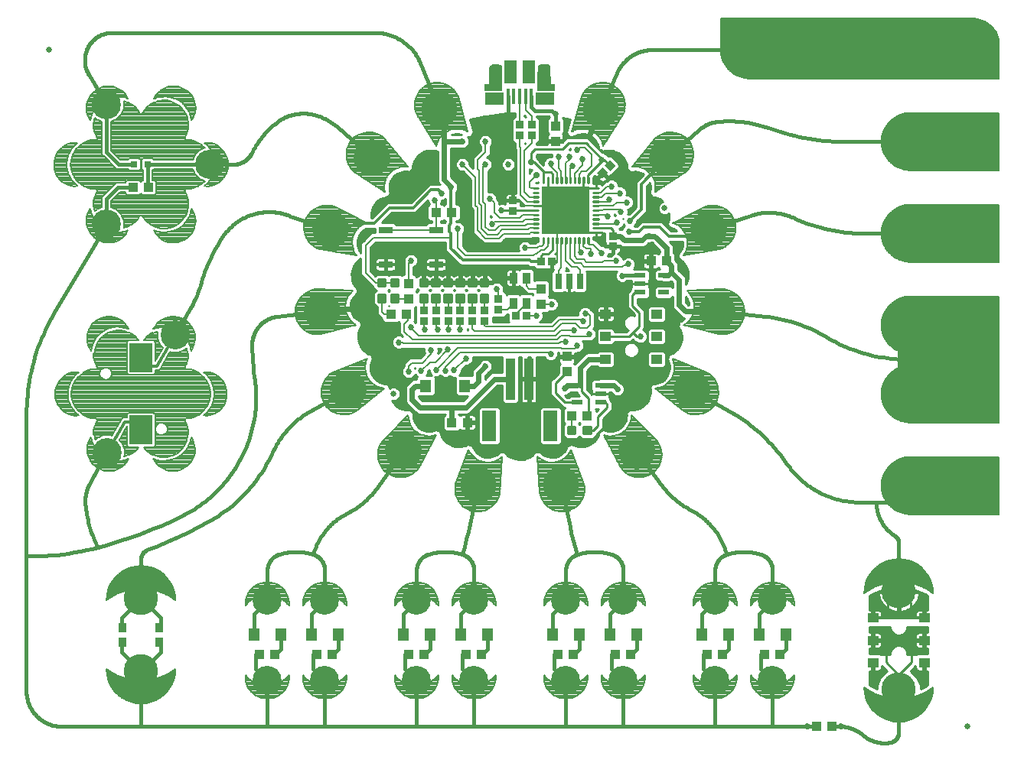
<source format=gtl>
G75*
%MOIN*%
%OFA0B0*%
%FSLAX25Y25*%
%IPPOS*%
%LPD*%
%AMOC8*
5,1,8,0,0,1.08239X$1,22.5*
%
%ADD10R,0.04724X0.02165*%
%ADD11C,0.01181*%
%ADD12R,0.04331X0.03937*%
%ADD13R,0.04528X0.03937*%
%ADD14R,0.06000X0.03000*%
%ADD15R,0.03937X0.04331*%
%ADD16R,0.03543X0.03346*%
%ADD17R,0.03346X0.03543*%
%ADD18R,0.02756X0.06693*%
%ADD19C,0.02500*%
%ADD20R,0.05000X0.05787*%
%ADD21C,0.01004*%
%ADD22R,0.05906X0.05906*%
%ADD23R,0.20866X0.20866*%
%ADD24C,0.16000*%
%ADD25C,0.00800*%
%ADD26R,0.01575X0.06890*%
%ADD27R,0.07874X0.05748*%
%ADD28R,0.05610X0.09843*%
%ADD29C,0.00315*%
%ADD30C,0.03937*%
%ADD31C,0.04331*%
%ADD32R,0.03937X0.18110*%
%ADD33R,0.06299X0.13386*%
%ADD34C,0.12661*%
%ADD35R,0.09843X0.12598*%
%ADD36R,0.03150X0.03150*%
%ADD37R,0.04724X0.05512*%
%ADD38C,0.15000*%
%ADD39C,0.00500*%
%ADD40C,0.20000*%
%ADD41R,0.03543X0.03937*%
%ADD42R,0.03543X0.04724*%
%ADD43C,0.01000*%
%ADD44C,0.02700*%
%ADD45C,0.02400*%
%ADD46C,0.01600*%
%ADD47C,0.01200*%
%ADD48C,0.02900*%
D10*
X0287477Y0427660D03*
X0287477Y0435140D03*
X0297714Y0435140D03*
X0297714Y0431400D03*
X0297714Y0427660D03*
X0314977Y0475660D03*
X0314977Y0479400D03*
X0314977Y0483140D03*
X0325214Y0483140D03*
X0325214Y0475660D03*
D11*
X0290670Y0416778D02*
X0290670Y0414022D01*
X0290670Y0416778D02*
X0293426Y0416778D01*
X0293426Y0414022D01*
X0290670Y0414022D01*
X0290670Y0415202D02*
X0293426Y0415202D01*
X0293426Y0416382D02*
X0290670Y0416382D01*
X0283764Y0416778D02*
X0283764Y0414022D01*
X0283764Y0416778D02*
X0286520Y0416778D01*
X0286520Y0414022D01*
X0283764Y0414022D01*
X0283764Y0415202D02*
X0286520Y0415202D01*
X0286520Y0416382D02*
X0283764Y0416382D01*
X0248661Y0471569D02*
X0245905Y0471569D01*
X0245905Y0474325D01*
X0248661Y0474325D01*
X0248661Y0471569D01*
X0248661Y0472749D02*
X0245905Y0472749D01*
X0245905Y0473929D02*
X0248661Y0473929D01*
X0248661Y0478475D02*
X0245905Y0478475D01*
X0245905Y0481231D01*
X0248661Y0481231D01*
X0248661Y0478475D01*
X0248661Y0479655D02*
X0245905Y0479655D01*
X0245905Y0480835D02*
X0248661Y0480835D01*
X0243348Y0478475D02*
X0240592Y0478475D01*
X0240592Y0481231D01*
X0243348Y0481231D01*
X0243348Y0478475D01*
X0243348Y0479655D02*
X0240592Y0479655D01*
X0240592Y0480835D02*
X0243348Y0480835D01*
X0243348Y0471569D02*
X0240592Y0471569D01*
X0240592Y0474325D01*
X0243348Y0474325D01*
X0243348Y0471569D01*
X0243348Y0472749D02*
X0240592Y0472749D01*
X0240592Y0473929D02*
X0243348Y0473929D01*
X0238036Y0471569D02*
X0235280Y0471569D01*
X0235280Y0474325D01*
X0238036Y0474325D01*
X0238036Y0471569D01*
X0238036Y0472749D02*
X0235280Y0472749D01*
X0235280Y0473929D02*
X0238036Y0473929D01*
X0238036Y0478475D02*
X0235280Y0478475D01*
X0235280Y0481231D01*
X0238036Y0481231D01*
X0238036Y0478475D01*
X0238036Y0479655D02*
X0235280Y0479655D01*
X0235280Y0480835D02*
X0238036Y0480835D01*
X0232723Y0478475D02*
X0229967Y0478475D01*
X0229967Y0481231D01*
X0232723Y0481231D01*
X0232723Y0478475D01*
X0232723Y0479655D02*
X0229967Y0479655D01*
X0229967Y0480835D02*
X0232723Y0480835D01*
X0232723Y0471569D02*
X0229967Y0471569D01*
X0229967Y0474325D01*
X0232723Y0474325D01*
X0232723Y0471569D01*
X0232723Y0472749D02*
X0229967Y0472749D01*
X0229967Y0473929D02*
X0232723Y0473929D01*
X0227411Y0471569D02*
X0224655Y0471569D01*
X0224655Y0474325D01*
X0227411Y0474325D01*
X0227411Y0471569D01*
X0227411Y0472749D02*
X0224655Y0472749D01*
X0224655Y0473929D02*
X0227411Y0473929D01*
X0227411Y0478475D02*
X0224655Y0478475D01*
X0224655Y0481231D01*
X0227411Y0481231D01*
X0227411Y0478475D01*
X0227411Y0479655D02*
X0224655Y0479655D01*
X0224655Y0480835D02*
X0227411Y0480835D01*
X0222098Y0478475D02*
X0219342Y0478475D01*
X0219342Y0481231D01*
X0222098Y0481231D01*
X0222098Y0478475D01*
X0222098Y0479655D02*
X0219342Y0479655D01*
X0219342Y0480835D02*
X0222098Y0480835D01*
X0222098Y0471569D02*
X0219342Y0471569D01*
X0219342Y0474325D01*
X0222098Y0474325D01*
X0222098Y0471569D01*
X0222098Y0472749D02*
X0219342Y0472749D01*
X0219342Y0473929D02*
X0222098Y0473929D01*
X0209598Y0474325D02*
X0206842Y0474325D01*
X0209598Y0474325D02*
X0209598Y0471569D01*
X0206842Y0471569D01*
X0206842Y0474325D01*
X0206842Y0472749D02*
X0209598Y0472749D01*
X0209598Y0473929D02*
X0206842Y0473929D01*
X0203973Y0474325D02*
X0201217Y0474325D01*
X0203973Y0474325D02*
X0203973Y0471569D01*
X0201217Y0471569D01*
X0201217Y0474325D01*
X0201217Y0472749D02*
X0203973Y0472749D01*
X0203973Y0473929D02*
X0201217Y0473929D01*
X0201217Y0481231D02*
X0203973Y0481231D01*
X0203973Y0478475D01*
X0201217Y0478475D01*
X0201217Y0481231D01*
X0201217Y0479655D02*
X0203973Y0479655D01*
X0203973Y0480835D02*
X0201217Y0480835D01*
X0206842Y0481231D02*
X0209598Y0481231D01*
X0209598Y0478475D01*
X0206842Y0478475D01*
X0206842Y0481231D01*
X0206842Y0479655D02*
X0209598Y0479655D01*
X0209598Y0480835D02*
X0206842Y0480835D01*
D12*
X0206436Y0466087D03*
X0213129Y0466087D03*
X0226155Y0510306D03*
X0232848Y0510306D03*
X0285249Y0421900D03*
X0291942Y0421900D03*
X0319749Y0489400D03*
X0326442Y0489400D03*
X0239692Y0418900D03*
X0232999Y0418900D03*
X0239249Y0317650D03*
X0245942Y0317650D03*
X0220942Y0317650D03*
X0214249Y0317650D03*
X0180942Y0317650D03*
X0174249Y0317650D03*
X0155942Y0317650D03*
X0149249Y0317650D03*
X0279249Y0317650D03*
X0285942Y0317650D03*
X0304249Y0317650D03*
X0310942Y0317650D03*
X0344249Y0317650D03*
X0350942Y0317650D03*
X0369249Y0317650D03*
X0375942Y0317650D03*
X0391749Y0286400D03*
X0398442Y0286400D03*
X0100942Y0521400D03*
X0094249Y0521400D03*
D13*
X0299973Y0466243D03*
X0299973Y0456400D03*
X0299973Y0446557D03*
X0322217Y0446557D03*
X0322217Y0456400D03*
X0322217Y0466243D03*
X0416473Y0333743D03*
X0416473Y0323900D03*
X0416473Y0314057D03*
X0438717Y0314057D03*
X0438717Y0323900D03*
X0438717Y0333743D03*
D14*
X0226095Y0487900D03*
X0226095Y0502900D03*
X0204095Y0502900D03*
X0204095Y0487900D03*
D15*
X0214158Y0479434D03*
X0214158Y0472741D03*
X0271970Y0470554D03*
X0271970Y0477246D03*
X0283095Y0447746D03*
X0283095Y0441054D03*
X0278095Y0541554D03*
X0278095Y0548246D03*
D16*
X0267845Y0548683D03*
X0267845Y0544117D03*
X0262658Y0544117D03*
X0262658Y0548683D03*
X0259595Y0515683D03*
X0259595Y0511117D03*
X0253220Y0472746D03*
X0253220Y0468179D03*
X0247283Y0467746D03*
X0247283Y0463179D03*
X0241970Y0463179D03*
X0241970Y0467746D03*
X0236658Y0467746D03*
X0236658Y0463179D03*
X0231345Y0463179D03*
X0231345Y0467746D03*
X0226033Y0467746D03*
X0226033Y0463179D03*
X0220720Y0463179D03*
X0220720Y0467746D03*
X0303095Y0495617D03*
X0303095Y0500183D03*
D17*
G36*
X0301040Y0527654D02*
X0298674Y0525288D01*
X0296170Y0527792D01*
X0298536Y0530158D01*
X0301040Y0527654D01*
G37*
G36*
X0304270Y0530883D02*
X0301904Y0528517D01*
X0299400Y0531021D01*
X0301766Y0533387D01*
X0304270Y0530883D01*
G37*
X0276379Y0489088D03*
X0271812Y0489088D03*
X0265504Y0465462D03*
X0260937Y0465462D03*
D18*
X0279371Y0480400D03*
X0284095Y0480400D03*
X0288820Y0480400D03*
D19*
X0325658Y0512337D03*
X0207595Y0431400D03*
X0057595Y0581400D03*
X0457595Y0286400D03*
D20*
X0238560Y0434900D03*
X0221631Y0434900D03*
D21*
X0268386Y0501636D02*
X0270532Y0501636D01*
X0268386Y0501636D02*
X0268386Y0501812D01*
X0270532Y0501812D01*
X0270532Y0501636D01*
X0270532Y0503604D02*
X0268386Y0503604D01*
X0268386Y0503780D01*
X0270532Y0503780D01*
X0270532Y0503604D01*
X0270532Y0505490D02*
X0268386Y0505490D01*
X0268386Y0505666D01*
X0270532Y0505666D01*
X0270532Y0505490D01*
X0270532Y0507458D02*
X0268386Y0507458D01*
X0268386Y0507634D01*
X0270532Y0507634D01*
X0270532Y0507458D01*
X0270532Y0509343D02*
X0268386Y0509343D01*
X0268386Y0509519D01*
X0270532Y0509519D01*
X0270532Y0509343D01*
X0270532Y0511488D02*
X0268386Y0511488D01*
X0270532Y0511488D02*
X0270532Y0511312D01*
X0268386Y0511312D01*
X0268386Y0511488D01*
X0268386Y0513457D02*
X0270532Y0513457D01*
X0270532Y0513281D01*
X0268386Y0513281D01*
X0268386Y0513457D01*
X0268386Y0515342D02*
X0270532Y0515342D01*
X0270532Y0515166D01*
X0268386Y0515166D01*
X0268386Y0515342D01*
X0268386Y0517310D02*
X0270532Y0517310D01*
X0270532Y0517134D01*
X0268386Y0517134D01*
X0268386Y0517310D01*
X0268386Y0519196D02*
X0270532Y0519196D01*
X0270532Y0519020D01*
X0268386Y0519020D01*
X0268386Y0519196D01*
X0268386Y0521164D02*
X0270532Y0521164D01*
X0270532Y0520988D01*
X0268386Y0520988D01*
X0268386Y0521164D01*
X0272831Y0523463D02*
X0272831Y0525609D01*
X0273007Y0525609D01*
X0273007Y0523463D01*
X0272831Y0523463D01*
X0272831Y0524466D02*
X0273007Y0524466D01*
X0273007Y0525469D02*
X0272831Y0525469D01*
X0274800Y0525609D02*
X0274800Y0523463D01*
X0274800Y0525609D02*
X0274976Y0525609D01*
X0274976Y0523463D01*
X0274800Y0523463D01*
X0274800Y0524466D02*
X0274976Y0524466D01*
X0274976Y0525469D02*
X0274800Y0525469D01*
X0276685Y0525609D02*
X0276685Y0523463D01*
X0276685Y0525609D02*
X0276861Y0525609D01*
X0276861Y0523463D01*
X0276685Y0523463D01*
X0276685Y0524466D02*
X0276861Y0524466D01*
X0276861Y0525469D02*
X0276685Y0525469D01*
X0278653Y0525609D02*
X0278653Y0523463D01*
X0278653Y0525609D02*
X0278829Y0525609D01*
X0278829Y0523463D01*
X0278653Y0523463D01*
X0278653Y0524466D02*
X0278829Y0524466D01*
X0278829Y0525469D02*
X0278653Y0525469D01*
X0280539Y0525609D02*
X0280539Y0523463D01*
X0280539Y0525609D02*
X0280715Y0525609D01*
X0280715Y0523463D01*
X0280539Y0523463D01*
X0280539Y0524466D02*
X0280715Y0524466D01*
X0280715Y0525469D02*
X0280539Y0525469D01*
X0282683Y0525609D02*
X0282683Y0523463D01*
X0282507Y0523463D01*
X0282507Y0525609D01*
X0282683Y0525609D01*
X0282683Y0524466D02*
X0282507Y0524466D01*
X0282507Y0525469D02*
X0282683Y0525469D01*
X0284652Y0525609D02*
X0284652Y0523463D01*
X0284476Y0523463D01*
X0284476Y0525609D01*
X0284652Y0525609D01*
X0284652Y0524466D02*
X0284476Y0524466D01*
X0284476Y0525469D02*
X0284652Y0525469D01*
X0286537Y0525609D02*
X0286537Y0523463D01*
X0286361Y0523463D01*
X0286361Y0525609D01*
X0286537Y0525609D01*
X0286537Y0524466D02*
X0286361Y0524466D01*
X0286361Y0525469D02*
X0286537Y0525469D01*
X0288505Y0525609D02*
X0288505Y0523463D01*
X0288329Y0523463D01*
X0288329Y0525609D01*
X0288505Y0525609D01*
X0288505Y0524466D02*
X0288329Y0524466D01*
X0288329Y0525469D02*
X0288505Y0525469D01*
X0290391Y0525609D02*
X0290391Y0523463D01*
X0290215Y0523463D01*
X0290215Y0525609D01*
X0290391Y0525609D01*
X0290391Y0524466D02*
X0290215Y0524466D01*
X0290215Y0525469D02*
X0290391Y0525469D01*
X0292359Y0525609D02*
X0292359Y0523463D01*
X0292183Y0523463D01*
X0292183Y0525609D01*
X0292359Y0525609D01*
X0292359Y0524466D02*
X0292183Y0524466D01*
X0292183Y0525469D02*
X0292359Y0525469D01*
X0294658Y0521164D02*
X0296804Y0521164D01*
X0296804Y0520988D01*
X0294658Y0520988D01*
X0294658Y0521164D01*
X0294658Y0519196D02*
X0296804Y0519196D01*
X0296804Y0519020D01*
X0294658Y0519020D01*
X0294658Y0519196D01*
X0294658Y0517310D02*
X0296804Y0517310D01*
X0296804Y0517134D01*
X0294658Y0517134D01*
X0294658Y0517310D01*
X0294658Y0515342D02*
X0296804Y0515342D01*
X0296804Y0515166D01*
X0294658Y0515166D01*
X0294658Y0515342D01*
X0294658Y0513457D02*
X0296804Y0513457D01*
X0296804Y0513281D01*
X0294658Y0513281D01*
X0294658Y0513457D01*
X0294658Y0511312D02*
X0296804Y0511312D01*
X0294658Y0511312D02*
X0294658Y0511488D01*
X0296804Y0511488D01*
X0296804Y0511312D01*
X0296804Y0509343D02*
X0294658Y0509343D01*
X0294658Y0509519D01*
X0296804Y0509519D01*
X0296804Y0509343D01*
X0296804Y0507458D02*
X0294658Y0507458D01*
X0294658Y0507634D01*
X0296804Y0507634D01*
X0296804Y0507458D01*
X0296804Y0505490D02*
X0294658Y0505490D01*
X0294658Y0505666D01*
X0296804Y0505666D01*
X0296804Y0505490D01*
X0296804Y0503604D02*
X0294658Y0503604D01*
X0294658Y0503780D01*
X0296804Y0503780D01*
X0296804Y0503604D01*
X0296804Y0501636D02*
X0294658Y0501636D01*
X0294658Y0501812D01*
X0296804Y0501812D01*
X0296804Y0501636D01*
X0292359Y0499337D02*
X0292359Y0497191D01*
X0292183Y0497191D01*
X0292183Y0499337D01*
X0292359Y0499337D01*
X0292359Y0498194D02*
X0292183Y0498194D01*
X0292183Y0499197D02*
X0292359Y0499197D01*
X0290391Y0499337D02*
X0290391Y0497191D01*
X0290215Y0497191D01*
X0290215Y0499337D01*
X0290391Y0499337D01*
X0290391Y0498194D02*
X0290215Y0498194D01*
X0290215Y0499197D02*
X0290391Y0499197D01*
X0288505Y0499337D02*
X0288505Y0497191D01*
X0288329Y0497191D01*
X0288329Y0499337D01*
X0288505Y0499337D01*
X0288505Y0498194D02*
X0288329Y0498194D01*
X0288329Y0499197D02*
X0288505Y0499197D01*
X0286537Y0499337D02*
X0286537Y0497191D01*
X0286361Y0497191D01*
X0286361Y0499337D01*
X0286537Y0499337D01*
X0286537Y0498194D02*
X0286361Y0498194D01*
X0286361Y0499197D02*
X0286537Y0499197D01*
X0284652Y0499337D02*
X0284652Y0497191D01*
X0284476Y0497191D01*
X0284476Y0499337D01*
X0284652Y0499337D01*
X0284652Y0498194D02*
X0284476Y0498194D01*
X0284476Y0499197D02*
X0284652Y0499197D01*
X0282507Y0499337D02*
X0282507Y0497191D01*
X0282507Y0499337D02*
X0282683Y0499337D01*
X0282683Y0497191D01*
X0282507Y0497191D01*
X0282507Y0498194D02*
X0282683Y0498194D01*
X0282683Y0499197D02*
X0282507Y0499197D01*
X0280539Y0499337D02*
X0280539Y0497191D01*
X0280539Y0499337D02*
X0280715Y0499337D01*
X0280715Y0497191D01*
X0280539Y0497191D01*
X0280539Y0498194D02*
X0280715Y0498194D01*
X0280715Y0499197D02*
X0280539Y0499197D01*
X0278653Y0499337D02*
X0278653Y0497191D01*
X0278653Y0499337D02*
X0278829Y0499337D01*
X0278829Y0497191D01*
X0278653Y0497191D01*
X0278653Y0498194D02*
X0278829Y0498194D01*
X0278829Y0499197D02*
X0278653Y0499197D01*
X0276685Y0499337D02*
X0276685Y0497191D01*
X0276685Y0499337D02*
X0276861Y0499337D01*
X0276861Y0497191D01*
X0276685Y0497191D01*
X0276685Y0498194D02*
X0276861Y0498194D01*
X0276861Y0499197D02*
X0276685Y0499197D01*
X0274800Y0499337D02*
X0274800Y0497191D01*
X0274800Y0499337D02*
X0274976Y0499337D01*
X0274976Y0497191D01*
X0274800Y0497191D01*
X0274800Y0498194D02*
X0274976Y0498194D01*
X0274976Y0499197D02*
X0274800Y0499197D01*
X0272831Y0499337D02*
X0272831Y0497191D01*
X0272831Y0499337D02*
X0273007Y0499337D01*
X0273007Y0497191D01*
X0272831Y0497191D01*
X0272831Y0498194D02*
X0273007Y0498194D01*
X0273007Y0499197D02*
X0272831Y0499197D01*
D22*
X0277674Y0516321D03*
D23*
X0282595Y0511400D03*
D24*
X0297777Y0555422D03*
X0326877Y0534281D03*
X0344853Y0503134D03*
X0348618Y0467362D03*
X0337503Y0433149D03*
X0313436Y0406426D03*
X0280581Y0391796D03*
X0244610Y0391796D03*
X0211755Y0406426D03*
X0187687Y0433149D03*
X0176573Y0467362D03*
X0180337Y0503134D03*
X0198313Y0534281D03*
X0227413Y0555422D03*
D25*
X0219202Y0550662D02*
X0238570Y0550662D01*
X0238349Y0551460D02*
X0218693Y0551460D01*
X0218184Y0552259D02*
X0238128Y0552259D01*
X0237907Y0553057D02*
X0217698Y0553057D01*
X0217733Y0552965D02*
X0226296Y0539540D01*
X0226687Y0540946D01*
X0227298Y0542272D01*
X0228112Y0543484D01*
X0229109Y0544550D01*
X0230263Y0545444D01*
X0231545Y0546143D01*
X0232921Y0546628D01*
X0234358Y0546888D01*
X0235817Y0546915D01*
X0237263Y0546709D01*
X0238657Y0546275D01*
X0239964Y0545625D01*
X0235716Y0560972D01*
X0234992Y0562371D01*
X0234057Y0563640D01*
X0232936Y0564746D01*
X0231655Y0565664D01*
X0230246Y0566370D01*
X0228745Y0566847D01*
X0227187Y0567084D01*
X0225611Y0567073D01*
X0224056Y0566817D01*
X0222561Y0566320D01*
X0221192Y0565541D01*
X0219961Y0564557D01*
X0218899Y0563393D01*
X0218032Y0562078D01*
X0217382Y0560642D01*
X0216964Y0559123D01*
X0216789Y0557557D01*
X0216861Y0555983D01*
X0217178Y0554440D01*
X0217733Y0552965D01*
X0217398Y0553856D02*
X0237686Y0553856D01*
X0237465Y0554654D02*
X0217134Y0554654D01*
X0216970Y0555453D02*
X0237244Y0555453D01*
X0237023Y0556251D02*
X0216849Y0556251D01*
X0216812Y0557050D02*
X0236802Y0557050D01*
X0236581Y0557848D02*
X0216821Y0557848D01*
X0216910Y0558647D02*
X0236360Y0558647D01*
X0236139Y0559445D02*
X0217052Y0559445D01*
X0217272Y0560244D02*
X0235918Y0560244D01*
X0235680Y0561042D02*
X0217563Y0561042D01*
X0217925Y0561841D02*
X0235266Y0561841D01*
X0234794Y0562639D02*
X0218402Y0562639D01*
X0218939Y0563438D02*
X0234206Y0563438D01*
X0233453Y0564236D02*
X0219668Y0564236D01*
X0220558Y0565035D02*
X0232533Y0565035D01*
X0231318Y0565833D02*
X0221705Y0565833D01*
X0223500Y0566632D02*
X0229423Y0566632D01*
X0238791Y0549863D02*
X0219712Y0549863D01*
X0220221Y0549065D02*
X0239012Y0549065D01*
X0239233Y0548266D02*
X0220730Y0548266D01*
X0221240Y0547468D02*
X0239454Y0547468D01*
X0239674Y0546669D02*
X0237390Y0546669D01*
X0239469Y0545870D02*
X0239895Y0545870D01*
X0233148Y0546669D02*
X0221749Y0546669D01*
X0222258Y0545870D02*
X0231045Y0545870D01*
X0229782Y0545072D02*
X0222768Y0545072D01*
X0223277Y0544273D02*
X0228850Y0544273D01*
X0228106Y0543475D02*
X0223786Y0543475D01*
X0224296Y0542676D02*
X0227569Y0542676D01*
X0227116Y0541878D02*
X0224805Y0541878D01*
X0225314Y0541079D02*
X0226749Y0541079D01*
X0226502Y0540281D02*
X0225823Y0540281D01*
X0213763Y0530435D02*
X0203641Y0542728D01*
X0202410Y0543712D01*
X0201040Y0544490D01*
X0199565Y0545045D01*
X0198022Y0545363D01*
X0196448Y0545435D01*
X0194882Y0545260D01*
X0193363Y0544842D01*
X0191928Y0544192D01*
X0190612Y0543325D01*
X0189448Y0542263D01*
X0188513Y0540994D01*
X0187789Y0539595D01*
X0187292Y0538100D01*
X0187036Y0536545D01*
X0187025Y0534970D01*
X0187261Y0533412D01*
X0187738Y0531910D01*
X0188445Y0530502D01*
X0189362Y0529221D01*
X0190469Y0528099D01*
X0203753Y0519317D01*
X0203538Y0520761D01*
X0203556Y0522221D01*
X0203807Y0523659D01*
X0204284Y0525039D01*
X0204974Y0526325D01*
X0205861Y0527484D01*
X0206922Y0528488D01*
X0208129Y0529309D01*
X0209451Y0529927D01*
X0210855Y0530327D01*
X0212305Y0530498D01*
X0213763Y0530435D01*
X0213546Y0530699D02*
X0188346Y0530699D01*
X0187945Y0531497D02*
X0212889Y0531497D01*
X0212231Y0532296D02*
X0187616Y0532296D01*
X0187362Y0533094D02*
X0211574Y0533094D01*
X0210916Y0533893D02*
X0187189Y0533893D01*
X0187067Y0534691D02*
X0210259Y0534691D01*
X0209601Y0535490D02*
X0187029Y0535490D01*
X0187034Y0536288D02*
X0208944Y0536288D01*
X0208286Y0537087D02*
X0187125Y0537087D01*
X0187257Y0537885D02*
X0207628Y0537885D01*
X0206971Y0538684D02*
X0187486Y0538684D01*
X0187751Y0539482D02*
X0206313Y0539482D01*
X0205656Y0540281D02*
X0188144Y0540281D01*
X0188576Y0541079D02*
X0204998Y0541079D01*
X0204341Y0541878D02*
X0189164Y0541878D01*
X0189901Y0542676D02*
X0203683Y0542676D01*
X0202706Y0543475D02*
X0190839Y0543475D01*
X0192108Y0544273D02*
X0201422Y0544273D01*
X0199436Y0545072D02*
X0194199Y0545072D01*
X0188875Y0529900D02*
X0209393Y0529900D01*
X0207824Y0529102D02*
X0189480Y0529102D01*
X0190268Y0528303D02*
X0206727Y0528303D01*
X0205883Y0527505D02*
X0191368Y0527505D01*
X0192576Y0526706D02*
X0205266Y0526706D01*
X0204750Y0525908D02*
X0193784Y0525908D01*
X0194992Y0525109D02*
X0204322Y0525109D01*
X0204032Y0524311D02*
X0196200Y0524311D01*
X0197407Y0523512D02*
X0203781Y0523512D01*
X0203642Y0522714D02*
X0198615Y0522714D01*
X0199823Y0521915D02*
X0203552Y0521915D01*
X0203542Y0521117D02*
X0201031Y0521117D01*
X0202239Y0520318D02*
X0203604Y0520318D01*
X0203723Y0519520D02*
X0203447Y0519520D01*
X0196016Y0505904D02*
X0181769Y0513017D01*
X0180244Y0513415D01*
X0178676Y0513570D01*
X0177103Y0513477D01*
X0175564Y0513139D01*
X0174097Y0512565D01*
X0172738Y0511768D01*
X0171520Y0510768D01*
X0170473Y0509590D01*
X0169624Y0508263D01*
X0168992Y0506820D01*
X0168655Y0505281D01*
X0168562Y0503708D01*
X0168716Y0502140D01*
X0169114Y0500615D01*
X0169746Y0499172D01*
X0170595Y0497845D01*
X0171641Y0496667D01*
X0172859Y0495667D01*
X0174219Y0494870D01*
X0175686Y0494296D01*
X0191393Y0491676D01*
X0190610Y0492908D01*
X0190033Y0494249D01*
X0189677Y0495664D01*
X0189551Y0497119D01*
X0189659Y0498575D01*
X0189998Y0499995D01*
X0190558Y0501343D01*
X0191327Y0502584D01*
X0192283Y0503687D01*
X0193403Y0504623D01*
X0194658Y0505368D01*
X0196016Y0505904D01*
X0195935Y0505945D02*
X0168800Y0505945D01*
X0168647Y0505146D02*
X0194285Y0505146D01*
X0193075Y0504348D02*
X0168600Y0504348D01*
X0168577Y0503549D02*
X0192164Y0503549D01*
X0191472Y0502751D02*
X0168656Y0502751D01*
X0168765Y0501952D02*
X0190936Y0501952D01*
X0190480Y0501154D02*
X0168974Y0501154D01*
X0169228Y0500355D02*
X0190148Y0500355D01*
X0189893Y0499557D02*
X0169577Y0499557D01*
X0170010Y0498758D02*
X0189703Y0498758D01*
X0189614Y0497960D02*
X0170521Y0497960D01*
X0171202Y0497161D02*
X0189554Y0497161D01*
X0189617Y0496363D02*
X0172012Y0496363D01*
X0173035Y0495564D02*
X0189702Y0495564D01*
X0189903Y0494766D02*
X0174486Y0494766D01*
X0177656Y0493967D02*
X0190154Y0493967D01*
X0190497Y0493169D02*
X0182444Y0493169D01*
X0187231Y0492370D02*
X0190952Y0492370D01*
X0195408Y0496087D02*
X0198845Y0499525D01*
X0232595Y0499525D01*
X0235595Y0503462D02*
X0235595Y0494962D01*
X0238845Y0491712D01*
X0268533Y0491712D01*
X0269158Y0492337D01*
X0269939Y0492337D01*
X0271720Y0494119D01*
X0273314Y0494119D01*
X0274888Y0495692D01*
X0274888Y0498264D01*
X0272919Y0498264D02*
X0272919Y0496411D01*
X0272283Y0495775D01*
X0270876Y0495775D01*
X0270220Y0495119D01*
X0264908Y0495119D01*
X0266814Y0501244D02*
X0256345Y0501244D01*
X0256344Y0501245D01*
X0255565Y0501245D01*
X0253533Y0499212D01*
X0247595Y0499212D01*
X0244158Y0502650D01*
X0244158Y0512650D01*
X0243220Y0513587D01*
X0243220Y0525775D01*
X0237595Y0531400D01*
X0237595Y0530900D01*
X0244158Y0529525D02*
X0244939Y0528744D01*
X0244939Y0514369D01*
X0245876Y0513431D01*
X0245876Y0503431D01*
X0248376Y0500931D01*
X0252751Y0500931D01*
X0254783Y0502962D01*
X0266033Y0502962D01*
X0266596Y0503526D01*
X0266763Y0503692D01*
X0269459Y0503692D01*
X0269459Y0505578D02*
X0265835Y0505578D01*
X0264939Y0504681D01*
X0254001Y0504681D01*
X0251970Y0502650D01*
X0249158Y0502650D01*
X0247595Y0504212D01*
X0247595Y0514212D01*
X0246658Y0515150D01*
X0246658Y0530463D01*
X0247595Y0531400D01*
X0244158Y0533275D02*
X0247595Y0536713D01*
X0247595Y0541400D01*
X0244158Y0533275D02*
X0244158Y0529525D01*
X0249595Y0516400D02*
X0251345Y0514650D01*
X0251345Y0510462D01*
X0253689Y0508119D01*
X0262595Y0508119D01*
X0263908Y0509431D01*
X0263908Y0509431D01*
X0269459Y0509431D01*
X0269459Y0507546D02*
X0264991Y0507546D01*
X0263845Y0506400D01*
X0251408Y0506400D01*
X0250533Y0505525D01*
X0259595Y0515683D02*
X0262312Y0515683D01*
X0264627Y0513369D01*
X0269459Y0513369D01*
X0269459Y0515254D02*
X0265741Y0515254D01*
X0262814Y0518181D01*
X0262814Y0538838D01*
X0262658Y0538994D01*
X0262658Y0544117D01*
X0262658Y0548683D02*
X0262595Y0548746D01*
X0262595Y0551400D01*
X0262471Y0551524D01*
X0262471Y0561160D01*
X0265030Y0561160D02*
X0265030Y0555215D01*
X0267845Y0552400D01*
X0267845Y0548683D01*
X0267845Y0544117D02*
X0267845Y0540713D01*
X0264626Y0537494D01*
X0264626Y0519369D01*
X0266773Y0517222D01*
X0269459Y0517222D01*
X0269459Y0521076D02*
X0267450Y0521076D01*
X0266970Y0521556D01*
X0266970Y0523900D01*
X0269783Y0526713D01*
X0269783Y0526609D01*
X0276033Y0530463D02*
X0278741Y0527754D01*
X0278741Y0524536D01*
X0280627Y0524536D02*
X0280627Y0528525D01*
X0279470Y0529681D01*
X0279470Y0534838D01*
X0282595Y0532025D02*
X0282595Y0524536D01*
X0284564Y0524536D02*
X0284564Y0529931D01*
X0285408Y0530775D01*
X0284158Y0533588D02*
X0284158Y0534838D01*
X0284158Y0533588D02*
X0282595Y0532025D01*
X0286449Y0527598D02*
X0286449Y0524536D01*
X0288417Y0524536D02*
X0288417Y0527222D01*
X0289470Y0528275D01*
X0291345Y0528275D01*
X0293845Y0530775D01*
X0293845Y0535775D01*
X0290720Y0538900D01*
X0288845Y0538900D01*
X0287595Y0537650D01*
X0289845Y0533650D02*
X0289845Y0530994D01*
X0286449Y0527598D01*
X0290469Y0521243D02*
X0290469Y0513400D01*
X0274095Y0513400D01*
X0274064Y0513369D02*
X0275095Y0513369D01*
X0275095Y0519900D01*
X0276033Y0530463D02*
X0276033Y0531713D01*
X0285227Y0545625D02*
X0289474Y0560972D01*
X0290199Y0562371D01*
X0291133Y0563640D01*
X0292255Y0564746D01*
X0293536Y0565664D01*
X0294944Y0566370D01*
X0296446Y0566847D01*
X0298004Y0567083D01*
X0299579Y0567073D01*
X0301134Y0566817D01*
X0302629Y0566320D01*
X0303999Y0565541D01*
X0305230Y0564557D01*
X0306292Y0563393D01*
X0307159Y0562078D01*
X0307809Y0560642D01*
X0308227Y0559123D01*
X0308402Y0557557D01*
X0308330Y0555983D01*
X0308012Y0554440D01*
X0307457Y0552965D01*
X0298894Y0539540D01*
X0298503Y0540946D01*
X0297892Y0542272D01*
X0297078Y0543484D01*
X0296082Y0544550D01*
X0294928Y0545444D01*
X0293646Y0546143D01*
X0292269Y0546628D01*
X0290832Y0546888D01*
X0289373Y0546915D01*
X0287928Y0546709D01*
X0286534Y0546275D01*
X0285227Y0545625D01*
X0285295Y0545870D02*
X0285721Y0545870D01*
X0285516Y0546669D02*
X0287800Y0546669D01*
X0285737Y0547468D02*
X0303951Y0547468D01*
X0304460Y0548266D02*
X0285958Y0548266D01*
X0286179Y0549065D02*
X0304969Y0549065D01*
X0305479Y0549863D02*
X0286400Y0549863D01*
X0286621Y0550662D02*
X0305988Y0550662D01*
X0306497Y0551460D02*
X0286842Y0551460D01*
X0287063Y0552259D02*
X0307006Y0552259D01*
X0307492Y0553057D02*
X0287284Y0553057D01*
X0287505Y0553856D02*
X0307792Y0553856D01*
X0308056Y0554654D02*
X0287726Y0554654D01*
X0287947Y0555453D02*
X0308220Y0555453D01*
X0308342Y0556251D02*
X0288168Y0556251D01*
X0288389Y0557050D02*
X0308378Y0557050D01*
X0308369Y0557848D02*
X0288610Y0557848D01*
X0288831Y0558647D02*
X0308280Y0558647D01*
X0308138Y0559445D02*
X0289052Y0559445D01*
X0289273Y0560244D02*
X0307919Y0560244D01*
X0307628Y0561042D02*
X0289510Y0561042D01*
X0289924Y0561841D02*
X0307266Y0561841D01*
X0306789Y0562639D02*
X0290396Y0562639D01*
X0290985Y0563438D02*
X0306251Y0563438D01*
X0305523Y0564236D02*
X0291738Y0564236D01*
X0292657Y0565035D02*
X0304632Y0565035D01*
X0303485Y0565833D02*
X0293873Y0565833D01*
X0295768Y0566632D02*
X0301690Y0566632D01*
X0303441Y0546669D02*
X0292042Y0546669D01*
X0294145Y0545870D02*
X0302932Y0545870D01*
X0302423Y0545072D02*
X0295408Y0545072D01*
X0296340Y0544273D02*
X0301913Y0544273D01*
X0301404Y0543475D02*
X0297084Y0543475D01*
X0297621Y0542676D02*
X0300895Y0542676D01*
X0300385Y0541878D02*
X0298074Y0541878D01*
X0298441Y0541079D02*
X0299876Y0541079D01*
X0299367Y0540281D02*
X0298688Y0540281D01*
X0311427Y0530435D02*
X0321550Y0542728D01*
X0322781Y0543712D01*
X0324150Y0544490D01*
X0325625Y0545045D01*
X0327168Y0545363D01*
X0328742Y0545435D01*
X0330308Y0545260D01*
X0331827Y0544842D01*
X0333263Y0544192D01*
X0334578Y0543325D01*
X0335742Y0542263D01*
X0336677Y0540994D01*
X0337401Y0539595D01*
X0337898Y0538100D01*
X0338155Y0536545D01*
X0338165Y0534970D01*
X0337929Y0533412D01*
X0337452Y0531910D01*
X0336746Y0530502D01*
X0335828Y0529221D01*
X0334721Y0528099D01*
X0321438Y0519317D01*
X0321652Y0520761D01*
X0321634Y0522221D01*
X0321383Y0523659D01*
X0320907Y0525039D01*
X0320216Y0526325D01*
X0319329Y0527484D01*
X0318268Y0528488D01*
X0317062Y0529309D01*
X0315739Y0529927D01*
X0314335Y0530327D01*
X0312886Y0530498D01*
X0311427Y0530435D01*
X0311644Y0530699D02*
X0336845Y0530699D01*
X0337245Y0531497D02*
X0312302Y0531497D01*
X0312959Y0532296D02*
X0337574Y0532296D01*
X0337828Y0533094D02*
X0313617Y0533094D01*
X0314274Y0533893D02*
X0338002Y0533893D01*
X0338123Y0534691D02*
X0314932Y0534691D01*
X0315589Y0535490D02*
X0338162Y0535490D01*
X0338157Y0536288D02*
X0316247Y0536288D01*
X0316904Y0537087D02*
X0338065Y0537087D01*
X0337934Y0537885D02*
X0317562Y0537885D01*
X0318219Y0538684D02*
X0337704Y0538684D01*
X0337439Y0539482D02*
X0318877Y0539482D01*
X0319534Y0540281D02*
X0337046Y0540281D01*
X0336614Y0541079D02*
X0320192Y0541079D01*
X0320849Y0541878D02*
X0336026Y0541878D01*
X0335289Y0542676D02*
X0321507Y0542676D01*
X0322484Y0543475D02*
X0334351Y0543475D01*
X0333082Y0544273D02*
X0323769Y0544273D01*
X0325755Y0545072D02*
X0330991Y0545072D01*
X0336315Y0529900D02*
X0315797Y0529900D01*
X0317366Y0529102D02*
X0335711Y0529102D01*
X0334923Y0528303D02*
X0318463Y0528303D01*
X0319307Y0527505D02*
X0333822Y0527505D01*
X0332614Y0526706D02*
X0319924Y0526706D01*
X0320440Y0525908D02*
X0331406Y0525908D01*
X0330198Y0525109D02*
X0320869Y0525109D01*
X0321158Y0524311D02*
X0328991Y0524311D01*
X0327783Y0523512D02*
X0321409Y0523512D01*
X0321548Y0522714D02*
X0326575Y0522714D01*
X0325367Y0521915D02*
X0321638Y0521915D01*
X0321648Y0521117D02*
X0324159Y0521117D01*
X0322952Y0520318D02*
X0321586Y0520318D01*
X0321468Y0519520D02*
X0321744Y0519520D01*
X0309095Y0514900D02*
X0304845Y0514900D01*
X0303314Y0513369D01*
X0295731Y0513369D01*
X0295731Y0515254D02*
X0300824Y0515254D01*
X0301658Y0516087D01*
X0300907Y0515337D01*
X0298261Y0517222D02*
X0299939Y0518900D01*
X0306095Y0518900D01*
X0302595Y0521900D02*
X0300595Y0521900D01*
X0297803Y0519108D01*
X0295731Y0519108D01*
X0295731Y0517222D02*
X0298261Y0517222D01*
X0298845Y0511712D02*
X0298533Y0511400D01*
X0295731Y0511400D01*
X0295731Y0509431D02*
X0300126Y0509431D01*
X0300783Y0508775D01*
X0298845Y0511712D02*
X0305720Y0511712D01*
X0306658Y0510775D01*
X0304845Y0506212D02*
X0304210Y0505578D01*
X0295731Y0505578D01*
X0292271Y0498264D02*
X0292271Y0497255D01*
X0293001Y0496525D01*
X0294470Y0496525D01*
X0298095Y0492900D01*
X0299095Y0489400D02*
X0298595Y0488900D01*
X0291595Y0488900D01*
X0290345Y0490150D01*
X0287595Y0490150D01*
X0286449Y0491296D01*
X0286449Y0498264D01*
X0284564Y0498264D02*
X0284564Y0490431D01*
X0286533Y0488462D01*
X0289033Y0488462D01*
X0290595Y0486900D01*
X0307283Y0486900D01*
X0307783Y0487400D01*
X0309220Y0487400D01*
X0309783Y0487962D01*
X0304470Y0489525D02*
X0304345Y0489400D01*
X0299095Y0489400D01*
X0293595Y0492400D02*
X0293595Y0494462D01*
X0293220Y0494837D01*
X0291345Y0494837D01*
X0290303Y0495880D01*
X0290303Y0498264D01*
X0288417Y0498264D02*
X0288417Y0493828D01*
X0289283Y0492962D01*
X0288501Y0493744D01*
X0293595Y0492900D02*
X0293595Y0492400D01*
X0287595Y0486712D02*
X0288820Y0485488D01*
X0288820Y0480400D01*
X0287595Y0486712D02*
X0285283Y0486712D01*
X0282595Y0489400D01*
X0282595Y0498264D01*
X0280627Y0498264D02*
X0280627Y0486306D01*
X0279371Y0485051D01*
X0279371Y0480400D01*
X0271970Y0477246D02*
X0266592Y0477246D01*
X0265449Y0478389D01*
X0265449Y0481912D01*
X0265449Y0470888D02*
X0265449Y0470661D01*
X0260937Y0466148D01*
X0260937Y0465462D01*
X0265504Y0465462D02*
X0269783Y0465462D01*
X0271970Y0470554D02*
X0276345Y0470554D01*
X0276345Y0470462D01*
X0279939Y0463744D02*
X0276814Y0460619D01*
X0247908Y0460619D01*
X0247283Y0461244D01*
X0247283Y0463179D01*
X0247283Y0467746D02*
X0247283Y0472947D01*
X0241970Y0472947D02*
X0241970Y0467746D01*
X0241970Y0463179D02*
X0241970Y0459837D01*
X0242908Y0458900D01*
X0277595Y0458900D01*
X0280720Y0462025D01*
X0286970Y0462025D01*
X0288845Y0460150D01*
X0291970Y0460150D01*
X0293220Y0461400D01*
X0293220Y0465462D01*
X0292283Y0466400D01*
X0291033Y0466400D01*
X0289314Y0463744D02*
X0290095Y0462962D01*
X0289314Y0463744D02*
X0279939Y0463744D01*
X0280408Y0459212D02*
X0278064Y0456869D01*
X0218376Y0456869D01*
X0215095Y0460150D01*
X0215095Y0460306D01*
X0212283Y0461869D02*
X0213845Y0463431D01*
X0213845Y0465371D01*
X0213129Y0466087D01*
X0212283Y0461869D02*
X0212283Y0458587D01*
X0215720Y0455150D01*
X0278845Y0455150D01*
X0280564Y0456869D01*
X0284158Y0456869D01*
X0284626Y0456400D01*
X0291970Y0456400D01*
X0292908Y0457337D01*
X0286033Y0459212D02*
X0280408Y0459212D01*
X0280408Y0454056D02*
X0282439Y0454056D01*
X0280408Y0454056D02*
X0279626Y0453275D01*
X0211970Y0453275D01*
X0211345Y0453900D01*
X0209783Y0453900D01*
X0206436Y0466087D02*
X0203533Y0466087D01*
X0202595Y0467025D01*
X0202595Y0472947D01*
X0208220Y0472947D02*
X0208426Y0472741D01*
X0214158Y0472741D01*
X0220720Y0472947D02*
X0220720Y0467746D01*
X0220720Y0463179D02*
X0220720Y0459994D01*
X0221189Y0459525D01*
X0226033Y0460462D02*
X0226970Y0459525D01*
X0226033Y0460462D02*
X0226033Y0463179D01*
X0226033Y0467746D02*
X0226033Y0472947D01*
X0231345Y0472947D02*
X0231345Y0467746D01*
X0231345Y0463179D02*
X0231345Y0459525D01*
X0236658Y0459525D02*
X0236658Y0463179D01*
X0236658Y0467746D02*
X0236658Y0472947D01*
X0252595Y0477025D02*
X0253220Y0476400D01*
X0253220Y0472746D01*
X0253220Y0468179D02*
X0257032Y0468179D01*
X0259741Y0470888D01*
X0275251Y0449525D02*
X0276033Y0448744D01*
X0275251Y0449525D02*
X0236501Y0449525D01*
X0230095Y0443119D01*
X0230095Y0441556D01*
X0234001Y0441619D02*
X0239158Y0446775D01*
X0239158Y0446869D01*
X0235595Y0451400D02*
X0226095Y0441900D01*
X0225720Y0445150D02*
X0223345Y0445150D01*
X0219595Y0441400D01*
X0220095Y0444837D02*
X0224001Y0448744D01*
X0224001Y0450462D01*
X0225720Y0445150D02*
X0231189Y0450619D01*
X0235595Y0451400D02*
X0280720Y0451400D01*
X0280876Y0451244D01*
X0286501Y0451244D01*
X0287595Y0452337D01*
X0285249Y0421900D02*
X0285249Y0415506D01*
X0285142Y0415400D01*
X0284975Y0407099D02*
X0284300Y0405804D01*
X0283427Y0404634D01*
X0282379Y0403618D01*
X0281183Y0402782D01*
X0279868Y0402148D01*
X0278469Y0401731D01*
X0277021Y0401543D01*
X0275562Y0401587D01*
X0274129Y0401864D01*
X0272758Y0402366D01*
X0271485Y0403080D01*
X0270341Y0403988D01*
X0271305Y0388093D01*
X0271723Y0386574D01*
X0272373Y0385139D01*
X0273240Y0383823D01*
X0274302Y0382659D01*
X0275533Y0381676D01*
X0276903Y0380897D01*
X0278378Y0380342D01*
X0279921Y0380024D01*
X0281495Y0379952D01*
X0283061Y0380127D01*
X0284562Y0380604D01*
X0285971Y0381310D01*
X0287252Y0382228D01*
X0288373Y0383335D01*
X0289308Y0384604D01*
X0290032Y0386003D01*
X0290529Y0387498D01*
X0290786Y0389053D01*
X0290796Y0390628D01*
X0290560Y0392186D01*
X0284975Y0407099D01*
X0285039Y0406930D02*
X0284887Y0406930D01*
X0284471Y0406131D02*
X0285338Y0406131D01*
X0285637Y0405332D02*
X0283948Y0405332D01*
X0283324Y0404534D02*
X0285936Y0404534D01*
X0286235Y0403735D02*
X0282500Y0403735D01*
X0281404Y0402937D02*
X0286534Y0402937D01*
X0286833Y0402138D02*
X0279837Y0402138D01*
X0287132Y0401340D02*
X0270502Y0401340D01*
X0270454Y0402138D02*
X0273380Y0402138D01*
X0271740Y0402937D02*
X0270405Y0402937D01*
X0270357Y0403735D02*
X0270660Y0403735D01*
X0270550Y0400541D02*
X0287431Y0400541D01*
X0287730Y0399743D02*
X0270599Y0399743D01*
X0270647Y0398944D02*
X0288029Y0398944D01*
X0288328Y0398146D02*
X0270696Y0398146D01*
X0270744Y0397347D02*
X0288627Y0397347D01*
X0288926Y0396549D02*
X0270792Y0396549D01*
X0270841Y0395750D02*
X0289225Y0395750D01*
X0289524Y0394952D02*
X0270889Y0394952D01*
X0270938Y0394153D02*
X0289823Y0394153D01*
X0290122Y0393355D02*
X0270986Y0393355D01*
X0271035Y0392556D02*
X0290421Y0392556D01*
X0290625Y0391758D02*
X0271083Y0391758D01*
X0271131Y0390959D02*
X0290746Y0390959D01*
X0290793Y0390161D02*
X0271180Y0390161D01*
X0271228Y0389362D02*
X0290788Y0389362D01*
X0290705Y0388564D02*
X0271277Y0388564D01*
X0271395Y0387765D02*
X0290573Y0387765D01*
X0290352Y0386967D02*
X0271615Y0386967D01*
X0271907Y0386168D02*
X0290087Y0386168D01*
X0289704Y0385370D02*
X0272269Y0385370D01*
X0272747Y0384571D02*
X0289284Y0384571D01*
X0288696Y0383773D02*
X0273286Y0383773D01*
X0274015Y0382974D02*
X0288008Y0382974D01*
X0287178Y0382176D02*
X0274907Y0382176D01*
X0276058Y0381377D02*
X0286064Y0381377D01*
X0284482Y0380579D02*
X0277748Y0380579D01*
X0253575Y0386967D02*
X0234838Y0386967D01*
X0234661Y0387498D02*
X0235158Y0386003D01*
X0235883Y0384603D01*
X0236817Y0383335D01*
X0237938Y0382228D01*
X0239219Y0381310D01*
X0240628Y0380604D01*
X0242129Y0380127D01*
X0243695Y0379952D01*
X0245269Y0380024D01*
X0246813Y0380342D01*
X0248287Y0380897D01*
X0249657Y0381676D01*
X0250888Y0382659D01*
X0251950Y0383823D01*
X0252817Y0385139D01*
X0253467Y0386574D01*
X0253885Y0388093D01*
X0254849Y0403988D01*
X0253706Y0403080D01*
X0252432Y0402366D01*
X0251062Y0401864D01*
X0249628Y0401587D01*
X0248169Y0401543D01*
X0246722Y0401731D01*
X0245322Y0402148D01*
X0244008Y0402782D01*
X0242811Y0403618D01*
X0241763Y0404634D01*
X0240890Y0405804D01*
X0240215Y0407099D01*
X0234630Y0392186D01*
X0234394Y0390628D01*
X0234404Y0389053D01*
X0234661Y0387498D01*
X0234617Y0387765D02*
X0253795Y0387765D01*
X0253914Y0388564D02*
X0234485Y0388564D01*
X0234402Y0389362D02*
X0253962Y0389362D01*
X0254010Y0390161D02*
X0234397Y0390161D01*
X0234444Y0390959D02*
X0254059Y0390959D01*
X0254107Y0391758D02*
X0234565Y0391758D01*
X0234769Y0392556D02*
X0254156Y0392556D01*
X0254204Y0393355D02*
X0235068Y0393355D01*
X0235367Y0394153D02*
X0254253Y0394153D01*
X0254301Y0394952D02*
X0235666Y0394952D01*
X0235965Y0395750D02*
X0254349Y0395750D01*
X0254398Y0396549D02*
X0236264Y0396549D01*
X0236563Y0397347D02*
X0254446Y0397347D01*
X0254495Y0398146D02*
X0236862Y0398146D01*
X0237161Y0398944D02*
X0254543Y0398944D01*
X0254591Y0399743D02*
X0237460Y0399743D01*
X0237759Y0400541D02*
X0254640Y0400541D01*
X0254688Y0401340D02*
X0238058Y0401340D01*
X0238357Y0402138D02*
X0245354Y0402138D01*
X0243786Y0402937D02*
X0238656Y0402937D01*
X0238956Y0403735D02*
X0242690Y0403735D01*
X0241866Y0404534D02*
X0239255Y0404534D01*
X0239554Y0405332D02*
X0241242Y0405332D01*
X0240720Y0406131D02*
X0239853Y0406131D01*
X0240152Y0406930D02*
X0240303Y0406930D01*
X0251810Y0402138D02*
X0254737Y0402138D01*
X0254785Y0402937D02*
X0253450Y0402937D01*
X0254530Y0403735D02*
X0254833Y0403735D01*
X0253283Y0386168D02*
X0235103Y0386168D01*
X0235486Y0385370D02*
X0252921Y0385370D01*
X0252443Y0384571D02*
X0235906Y0384571D01*
X0236495Y0383773D02*
X0251904Y0383773D01*
X0251175Y0382974D02*
X0237182Y0382974D01*
X0238012Y0382176D02*
X0250283Y0382176D01*
X0249132Y0381377D02*
X0239126Y0381377D01*
X0240708Y0380579D02*
X0247442Y0380579D01*
X0244022Y0349191D02*
X0242595Y0349274D01*
X0241169Y0349191D01*
X0239772Y0348891D01*
X0238437Y0348381D01*
X0237196Y0347673D01*
X0236077Y0346784D01*
X0235108Y0345734D01*
X0234311Y0344548D01*
X0233704Y0343254D01*
X0233302Y0341883D01*
X0233115Y0340466D01*
X0233146Y0339038D01*
X0234250Y0340309D01*
X0235523Y0341411D01*
X0236940Y0342320D01*
X0238471Y0343019D01*
X0240087Y0343493D01*
X0241753Y0343732D01*
X0243437Y0343732D01*
X0245103Y0343493D01*
X0246719Y0343019D01*
X0248251Y0342320D01*
X0249667Y0341411D01*
X0250940Y0340309D01*
X0252044Y0339038D01*
X0252075Y0340466D01*
X0251888Y0341883D01*
X0251486Y0343254D01*
X0250880Y0344548D01*
X0250082Y0345734D01*
X0249113Y0346784D01*
X0247995Y0347673D01*
X0246754Y0348381D01*
X0245419Y0348891D01*
X0244022Y0349191D01*
X0246081Y0348638D02*
X0239109Y0348638D01*
X0237487Y0347840D02*
X0247703Y0347840D01*
X0248790Y0347041D02*
X0236401Y0347041D01*
X0235578Y0346243D02*
X0249613Y0346243D01*
X0250277Y0345444D02*
X0234913Y0345444D01*
X0234376Y0344646D02*
X0250814Y0344646D01*
X0251208Y0343847D02*
X0233982Y0343847D01*
X0233644Y0343049D02*
X0238573Y0343049D01*
X0236831Y0342250D02*
X0233410Y0342250D01*
X0233245Y0341452D02*
X0235586Y0341452D01*
X0234647Y0340653D02*
X0233140Y0340653D01*
X0233128Y0339855D02*
X0233855Y0339855D01*
X0233162Y0339056D02*
X0233146Y0339056D01*
X0227044Y0339056D02*
X0227028Y0339056D01*
X0227044Y0339038D02*
X0225940Y0340309D01*
X0224667Y0341411D01*
X0223251Y0342320D01*
X0221719Y0343019D01*
X0220103Y0343493D01*
X0218437Y0343732D01*
X0216753Y0343732D01*
X0215087Y0343493D01*
X0213471Y0343019D01*
X0211940Y0342320D01*
X0210523Y0341411D01*
X0209250Y0340309D01*
X0208146Y0339038D01*
X0208115Y0340466D01*
X0208302Y0341883D01*
X0208704Y0343254D01*
X0209311Y0344548D01*
X0210108Y0345734D01*
X0211077Y0346784D01*
X0212196Y0347673D01*
X0213437Y0348381D01*
X0214772Y0348891D01*
X0216169Y0349191D01*
X0217595Y0349274D01*
X0219022Y0349191D01*
X0220419Y0348891D01*
X0221754Y0348381D01*
X0222995Y0347673D01*
X0224113Y0346784D01*
X0225082Y0345734D01*
X0225880Y0344548D01*
X0226486Y0343254D01*
X0226888Y0341883D01*
X0227075Y0340466D01*
X0227044Y0339038D01*
X0227062Y0339855D02*
X0226335Y0339855D01*
X0227051Y0340653D02*
X0225543Y0340653D01*
X0224604Y0341452D02*
X0226945Y0341452D01*
X0226780Y0342250D02*
X0223360Y0342250D01*
X0221618Y0343049D02*
X0226547Y0343049D01*
X0226208Y0343847D02*
X0208982Y0343847D01*
X0208644Y0343049D02*
X0213573Y0343049D01*
X0211831Y0342250D02*
X0208410Y0342250D01*
X0208245Y0341452D02*
X0210586Y0341452D01*
X0209647Y0340653D02*
X0208140Y0340653D01*
X0208128Y0339855D02*
X0208855Y0339855D01*
X0208162Y0339056D02*
X0208146Y0339056D01*
X0209376Y0344646D02*
X0225814Y0344646D01*
X0225277Y0345444D02*
X0209913Y0345444D01*
X0210578Y0346243D02*
X0224613Y0346243D01*
X0223790Y0347041D02*
X0211401Y0347041D01*
X0212487Y0347840D02*
X0222703Y0347840D01*
X0221081Y0348638D02*
X0214109Y0348638D01*
X0186888Y0341883D02*
X0186486Y0343254D01*
X0185880Y0344548D01*
X0185082Y0345734D01*
X0184113Y0346784D01*
X0182995Y0347673D01*
X0181754Y0348381D01*
X0180419Y0348891D01*
X0179022Y0349191D01*
X0177595Y0349274D01*
X0176169Y0349191D01*
X0174772Y0348891D01*
X0173437Y0348381D01*
X0172196Y0347673D01*
X0171077Y0346784D01*
X0170108Y0345734D01*
X0169311Y0344548D01*
X0168704Y0343254D01*
X0168302Y0341883D01*
X0168115Y0340466D01*
X0168146Y0339038D01*
X0169250Y0340309D01*
X0170523Y0341411D01*
X0171940Y0342320D01*
X0173471Y0343019D01*
X0175087Y0343493D01*
X0176753Y0343732D01*
X0178437Y0343732D01*
X0180103Y0343493D01*
X0181719Y0343019D01*
X0183251Y0342320D01*
X0184667Y0341411D01*
X0185940Y0340309D01*
X0187044Y0339038D01*
X0187075Y0340466D01*
X0186888Y0341883D01*
X0186780Y0342250D02*
X0183360Y0342250D01*
X0184604Y0341452D02*
X0186945Y0341452D01*
X0187051Y0340653D02*
X0185543Y0340653D01*
X0186335Y0339855D02*
X0187062Y0339855D01*
X0187028Y0339056D02*
X0187044Y0339056D01*
X0186547Y0343049D02*
X0181618Y0343049D01*
X0185277Y0345444D02*
X0169913Y0345444D01*
X0169376Y0344646D02*
X0185814Y0344646D01*
X0186208Y0343847D02*
X0168982Y0343847D01*
X0168644Y0343049D02*
X0173573Y0343049D01*
X0171831Y0342250D02*
X0168410Y0342250D01*
X0168245Y0341452D02*
X0170586Y0341452D01*
X0169647Y0340653D02*
X0168140Y0340653D01*
X0168128Y0339855D02*
X0168855Y0339855D01*
X0168162Y0339056D02*
X0168146Y0339056D01*
X0162044Y0339056D02*
X0162028Y0339056D01*
X0162044Y0339038D02*
X0160940Y0340309D01*
X0159667Y0341411D01*
X0158251Y0342320D01*
X0156719Y0343019D01*
X0155103Y0343493D01*
X0153437Y0343732D01*
X0151753Y0343732D01*
X0150087Y0343493D01*
X0148471Y0343019D01*
X0146940Y0342320D01*
X0145523Y0341411D01*
X0144250Y0340309D01*
X0143146Y0339038D01*
X0143115Y0340466D01*
X0143302Y0341883D01*
X0143704Y0343254D01*
X0144311Y0344548D01*
X0145108Y0345734D01*
X0146077Y0346784D01*
X0147196Y0347673D01*
X0148437Y0348381D01*
X0149772Y0348891D01*
X0151169Y0349191D01*
X0152595Y0349274D01*
X0154022Y0349191D01*
X0155419Y0348891D01*
X0156754Y0348381D01*
X0157995Y0347673D01*
X0159113Y0346784D01*
X0160082Y0345734D01*
X0160880Y0344548D01*
X0161486Y0343254D01*
X0161888Y0341883D01*
X0162075Y0340466D01*
X0162044Y0339038D01*
X0162062Y0339855D02*
X0161335Y0339855D01*
X0162051Y0340653D02*
X0160543Y0340653D01*
X0159604Y0341452D02*
X0161945Y0341452D01*
X0161780Y0342250D02*
X0158360Y0342250D01*
X0156618Y0343049D02*
X0161547Y0343049D01*
X0161208Y0343847D02*
X0143982Y0343847D01*
X0143644Y0343049D02*
X0148573Y0343049D01*
X0146831Y0342250D02*
X0143410Y0342250D01*
X0143245Y0341452D02*
X0145586Y0341452D01*
X0144647Y0340653D02*
X0143140Y0340653D01*
X0143128Y0339855D02*
X0143855Y0339855D01*
X0143162Y0339056D02*
X0143146Y0339056D01*
X0144376Y0344646D02*
X0160814Y0344646D01*
X0160277Y0345444D02*
X0144913Y0345444D01*
X0145578Y0346243D02*
X0159613Y0346243D01*
X0158790Y0347041D02*
X0146401Y0347041D01*
X0147487Y0347840D02*
X0157703Y0347840D01*
X0156081Y0348638D02*
X0149109Y0348638D01*
X0170578Y0346243D02*
X0184613Y0346243D01*
X0183790Y0347041D02*
X0171401Y0347041D01*
X0172487Y0347840D02*
X0182703Y0347840D01*
X0181081Y0348638D02*
X0174109Y0348638D01*
X0168146Y0308762D02*
X0169250Y0307491D01*
X0170523Y0306389D01*
X0171940Y0305480D01*
X0173471Y0304781D01*
X0175087Y0304307D01*
X0176753Y0304068D01*
X0178437Y0304068D01*
X0180103Y0304307D01*
X0181719Y0304781D01*
X0183251Y0305480D01*
X0184667Y0306389D01*
X0185940Y0307491D01*
X0187044Y0308762D01*
X0187075Y0307334D01*
X0186888Y0305917D01*
X0186486Y0304546D01*
X0185880Y0303252D01*
X0185082Y0302066D01*
X0184113Y0301016D01*
X0182995Y0300127D01*
X0181754Y0299419D01*
X0180419Y0298909D01*
X0179022Y0298609D01*
X0177595Y0298526D01*
X0176169Y0298609D01*
X0174772Y0298909D01*
X0173437Y0299419D01*
X0172196Y0300127D01*
X0171077Y0301016D01*
X0170108Y0302066D01*
X0169311Y0303252D01*
X0168704Y0304546D01*
X0168302Y0305917D01*
X0168115Y0307334D01*
X0168146Y0308762D01*
X0168145Y0308713D02*
X0168189Y0308713D01*
X0168128Y0307914D02*
X0168882Y0307914D01*
X0168144Y0307116D02*
X0169683Y0307116D01*
X0170635Y0306317D02*
X0168249Y0306317D01*
X0168419Y0305519D02*
X0171879Y0305519D01*
X0173679Y0304720D02*
X0168653Y0304720D01*
X0168997Y0303922D02*
X0186194Y0303922D01*
X0186537Y0304720D02*
X0181511Y0304720D01*
X0183311Y0305519D02*
X0186771Y0305519D01*
X0186941Y0306317D02*
X0184555Y0306317D01*
X0185507Y0307116D02*
X0187047Y0307116D01*
X0187063Y0307914D02*
X0186308Y0307914D01*
X0187001Y0308713D02*
X0187045Y0308713D01*
X0185793Y0303123D02*
X0169397Y0303123D01*
X0169934Y0302325D02*
X0185256Y0302325D01*
X0184584Y0301526D02*
X0170607Y0301526D01*
X0171440Y0300728D02*
X0183750Y0300728D01*
X0182648Y0299929D02*
X0172542Y0299929D01*
X0174191Y0299130D02*
X0180999Y0299130D01*
X0161537Y0304720D02*
X0156511Y0304720D01*
X0156719Y0304781D02*
X0155103Y0304307D01*
X0153437Y0304068D01*
X0151753Y0304068D01*
X0150087Y0304307D01*
X0148471Y0304781D01*
X0146940Y0305480D01*
X0145523Y0306389D01*
X0144250Y0307491D01*
X0143146Y0308762D01*
X0143115Y0307334D01*
X0143302Y0305917D01*
X0143704Y0304546D01*
X0144311Y0303252D01*
X0145108Y0302066D01*
X0146077Y0301016D01*
X0147196Y0300127D01*
X0148437Y0299419D01*
X0149772Y0298909D01*
X0151169Y0298609D01*
X0152595Y0298526D01*
X0154022Y0298609D01*
X0155419Y0298909D01*
X0156754Y0299419D01*
X0157995Y0300127D01*
X0159113Y0301016D01*
X0160082Y0302066D01*
X0160880Y0303252D01*
X0161486Y0304546D01*
X0161888Y0305917D01*
X0162075Y0307334D01*
X0162044Y0308762D01*
X0160940Y0307491D01*
X0159667Y0306389D01*
X0158251Y0305480D01*
X0156719Y0304781D01*
X0158311Y0305519D02*
X0161771Y0305519D01*
X0161941Y0306317D02*
X0159555Y0306317D01*
X0160507Y0307116D02*
X0162047Y0307116D01*
X0162063Y0307914D02*
X0161308Y0307914D01*
X0162001Y0308713D02*
X0162045Y0308713D01*
X0161194Y0303922D02*
X0143997Y0303922D01*
X0143653Y0304720D02*
X0148679Y0304720D01*
X0146879Y0305519D02*
X0143419Y0305519D01*
X0143249Y0306317D02*
X0145635Y0306317D01*
X0144683Y0307116D02*
X0143144Y0307116D01*
X0143128Y0307914D02*
X0143882Y0307914D01*
X0143189Y0308713D02*
X0143145Y0308713D01*
X0144397Y0303123D02*
X0160793Y0303123D01*
X0160256Y0302325D02*
X0144934Y0302325D01*
X0145607Y0301526D02*
X0159584Y0301526D01*
X0158750Y0300728D02*
X0146440Y0300728D01*
X0147542Y0299929D02*
X0157648Y0299929D01*
X0155999Y0299130D02*
X0149191Y0299130D01*
X0208144Y0307116D02*
X0209683Y0307116D01*
X0209250Y0307491D02*
X0208146Y0308762D01*
X0208115Y0307334D01*
X0208302Y0305917D01*
X0208704Y0304546D01*
X0209311Y0303252D01*
X0210108Y0302066D01*
X0211077Y0301016D01*
X0212196Y0300127D01*
X0213437Y0299419D01*
X0214772Y0298909D01*
X0216169Y0298609D01*
X0217595Y0298526D01*
X0219022Y0298609D01*
X0220419Y0298909D01*
X0221754Y0299419D01*
X0222995Y0300127D01*
X0224113Y0301016D01*
X0225082Y0302066D01*
X0225880Y0303252D01*
X0226486Y0304546D01*
X0226888Y0305917D01*
X0227075Y0307334D01*
X0227044Y0308762D01*
X0225940Y0307491D01*
X0224667Y0306389D01*
X0223251Y0305480D01*
X0221719Y0304781D01*
X0220103Y0304307D01*
X0218437Y0304068D01*
X0216753Y0304068D01*
X0215087Y0304307D01*
X0213471Y0304781D01*
X0211940Y0305480D01*
X0210523Y0306389D01*
X0209250Y0307491D01*
X0208882Y0307914D02*
X0208128Y0307914D01*
X0208145Y0308713D02*
X0208189Y0308713D01*
X0208249Y0306317D02*
X0210635Y0306317D01*
X0211879Y0305519D02*
X0208419Y0305519D01*
X0208653Y0304720D02*
X0213679Y0304720D01*
X0210607Y0301526D02*
X0224584Y0301526D01*
X0225256Y0302325D02*
X0209934Y0302325D01*
X0209397Y0303123D02*
X0225793Y0303123D01*
X0226194Y0303922D02*
X0208997Y0303922D01*
X0211440Y0300728D02*
X0223750Y0300728D01*
X0222648Y0299929D02*
X0212542Y0299929D01*
X0214191Y0299130D02*
X0220999Y0299130D01*
X0221511Y0304720D02*
X0226537Y0304720D01*
X0226771Y0305519D02*
X0223311Y0305519D01*
X0224555Y0306317D02*
X0226941Y0306317D01*
X0227047Y0307116D02*
X0225507Y0307116D01*
X0226308Y0307914D02*
X0227063Y0307914D01*
X0227045Y0308713D02*
X0227001Y0308713D01*
X0233145Y0308713D02*
X0233189Y0308713D01*
X0233146Y0308762D02*
X0234250Y0307491D01*
X0235523Y0306389D01*
X0236940Y0305480D01*
X0238471Y0304781D01*
X0240087Y0304307D01*
X0241753Y0304068D01*
X0243437Y0304068D01*
X0245103Y0304307D01*
X0246719Y0304781D01*
X0248251Y0305480D01*
X0249667Y0306389D01*
X0250940Y0307491D01*
X0252044Y0308762D01*
X0252075Y0307334D01*
X0251888Y0305917D01*
X0251486Y0304546D01*
X0250880Y0303252D01*
X0250082Y0302066D01*
X0249113Y0301016D01*
X0247995Y0300127D01*
X0246754Y0299419D01*
X0245419Y0298909D01*
X0244022Y0298609D01*
X0242595Y0298526D01*
X0241169Y0298609D01*
X0239772Y0298909D01*
X0238437Y0299419D01*
X0237196Y0300127D01*
X0236077Y0301016D01*
X0235108Y0302066D01*
X0234311Y0303252D01*
X0233704Y0304546D01*
X0233302Y0305917D01*
X0233115Y0307334D01*
X0233146Y0308762D01*
X0233128Y0307914D02*
X0233882Y0307914D01*
X0233144Y0307116D02*
X0234683Y0307116D01*
X0235635Y0306317D02*
X0233249Y0306317D01*
X0233419Y0305519D02*
X0236879Y0305519D01*
X0238679Y0304720D02*
X0233653Y0304720D01*
X0233997Y0303922D02*
X0251194Y0303922D01*
X0251537Y0304720D02*
X0246511Y0304720D01*
X0248311Y0305519D02*
X0251771Y0305519D01*
X0251941Y0306317D02*
X0249555Y0306317D01*
X0250507Y0307116D02*
X0252047Y0307116D01*
X0252063Y0307914D02*
X0251308Y0307914D01*
X0252001Y0308713D02*
X0252045Y0308713D01*
X0250793Y0303123D02*
X0234397Y0303123D01*
X0234934Y0302325D02*
X0250256Y0302325D01*
X0249584Y0301526D02*
X0235607Y0301526D01*
X0236440Y0300728D02*
X0248750Y0300728D01*
X0247648Y0299929D02*
X0237542Y0299929D01*
X0239191Y0299130D02*
X0245999Y0299130D01*
X0273302Y0305917D02*
X0273704Y0304546D01*
X0274311Y0303252D01*
X0275108Y0302066D01*
X0276077Y0301016D01*
X0277196Y0300127D01*
X0278437Y0299419D01*
X0279772Y0298909D01*
X0281169Y0298609D01*
X0282595Y0298526D01*
X0284022Y0298609D01*
X0285419Y0298909D01*
X0286754Y0299419D01*
X0287995Y0300127D01*
X0289113Y0301016D01*
X0290082Y0302066D01*
X0290880Y0303252D01*
X0291486Y0304546D01*
X0291888Y0305917D01*
X0292075Y0307334D01*
X0292044Y0308762D01*
X0290940Y0307491D01*
X0289667Y0306389D01*
X0288251Y0305480D01*
X0286719Y0304781D01*
X0285103Y0304307D01*
X0283437Y0304068D01*
X0281753Y0304068D01*
X0280087Y0304307D01*
X0278471Y0304781D01*
X0276940Y0305480D01*
X0275523Y0306389D01*
X0274250Y0307491D01*
X0273146Y0308762D01*
X0273115Y0307334D01*
X0273302Y0305917D01*
X0273249Y0306317D02*
X0275635Y0306317D01*
X0274683Y0307116D02*
X0273144Y0307116D01*
X0273128Y0307914D02*
X0273882Y0307914D01*
X0273189Y0308713D02*
X0273145Y0308713D01*
X0273419Y0305519D02*
X0276879Y0305519D01*
X0278679Y0304720D02*
X0273653Y0304720D01*
X0273997Y0303922D02*
X0291194Y0303922D01*
X0291537Y0304720D02*
X0286511Y0304720D01*
X0288311Y0305519D02*
X0291771Y0305519D01*
X0291941Y0306317D02*
X0289555Y0306317D01*
X0290507Y0307116D02*
X0292047Y0307116D01*
X0292063Y0307914D02*
X0291308Y0307914D01*
X0292001Y0308713D02*
X0292045Y0308713D01*
X0290793Y0303123D02*
X0274397Y0303123D01*
X0274934Y0302325D02*
X0290256Y0302325D01*
X0289584Y0301526D02*
X0275607Y0301526D01*
X0276440Y0300728D02*
X0288750Y0300728D01*
X0287648Y0299929D02*
X0277542Y0299929D01*
X0279191Y0299130D02*
X0285999Y0299130D01*
X0298704Y0304546D02*
X0298302Y0305917D01*
X0298115Y0307334D01*
X0298146Y0308762D01*
X0299250Y0307491D01*
X0300523Y0306389D01*
X0301940Y0305480D01*
X0303471Y0304781D01*
X0305087Y0304307D01*
X0306753Y0304068D01*
X0308437Y0304068D01*
X0310103Y0304307D01*
X0311719Y0304781D01*
X0313251Y0305480D01*
X0314667Y0306389D01*
X0315940Y0307491D01*
X0317044Y0308762D01*
X0317075Y0307334D01*
X0316888Y0305917D01*
X0316486Y0304546D01*
X0315880Y0303252D01*
X0315082Y0302066D01*
X0314113Y0301016D01*
X0312995Y0300127D01*
X0311754Y0299419D01*
X0310419Y0298909D01*
X0309022Y0298609D01*
X0307595Y0298526D01*
X0306169Y0298609D01*
X0304772Y0298909D01*
X0303437Y0299419D01*
X0302196Y0300127D01*
X0301077Y0301016D01*
X0300108Y0302066D01*
X0299311Y0303252D01*
X0298704Y0304546D01*
X0298653Y0304720D02*
X0303679Y0304720D01*
X0301879Y0305519D02*
X0298419Y0305519D01*
X0298249Y0306317D02*
X0300635Y0306317D01*
X0299683Y0307116D02*
X0298144Y0307116D01*
X0298128Y0307914D02*
X0298882Y0307914D01*
X0298189Y0308713D02*
X0298145Y0308713D01*
X0298997Y0303922D02*
X0316194Y0303922D01*
X0316537Y0304720D02*
X0311511Y0304720D01*
X0313311Y0305519D02*
X0316771Y0305519D01*
X0316941Y0306317D02*
X0314555Y0306317D01*
X0315507Y0307116D02*
X0317047Y0307116D01*
X0317063Y0307914D02*
X0316308Y0307914D01*
X0317001Y0308713D02*
X0317045Y0308713D01*
X0315793Y0303123D02*
X0299397Y0303123D01*
X0299934Y0302325D02*
X0315256Y0302325D01*
X0314584Y0301526D02*
X0300607Y0301526D01*
X0301440Y0300728D02*
X0313750Y0300728D01*
X0312648Y0299929D02*
X0302542Y0299929D01*
X0304191Y0299130D02*
X0310999Y0299130D01*
X0338302Y0305917D02*
X0338704Y0304546D01*
X0339311Y0303252D01*
X0340108Y0302066D01*
X0341077Y0301016D01*
X0342196Y0300127D01*
X0343437Y0299419D01*
X0344772Y0298909D01*
X0346169Y0298609D01*
X0347595Y0298526D01*
X0349022Y0298609D01*
X0350419Y0298909D01*
X0351754Y0299419D01*
X0352995Y0300127D01*
X0354113Y0301016D01*
X0355082Y0302066D01*
X0355880Y0303252D01*
X0356486Y0304546D01*
X0356888Y0305917D01*
X0357075Y0307334D01*
X0357044Y0308762D01*
X0355940Y0307491D01*
X0354667Y0306389D01*
X0353251Y0305480D01*
X0351719Y0304781D01*
X0350103Y0304307D01*
X0348437Y0304068D01*
X0346753Y0304068D01*
X0345087Y0304307D01*
X0343471Y0304781D01*
X0341940Y0305480D01*
X0340523Y0306389D01*
X0339250Y0307491D01*
X0338146Y0308762D01*
X0338115Y0307334D01*
X0338302Y0305917D01*
X0338249Y0306317D02*
X0340635Y0306317D01*
X0339683Y0307116D02*
X0338144Y0307116D01*
X0338128Y0307914D02*
X0338882Y0307914D01*
X0338189Y0308713D02*
X0338145Y0308713D01*
X0338419Y0305519D02*
X0341879Y0305519D01*
X0343679Y0304720D02*
X0338653Y0304720D01*
X0338997Y0303922D02*
X0356194Y0303922D01*
X0356537Y0304720D02*
X0351511Y0304720D01*
X0353311Y0305519D02*
X0356771Y0305519D01*
X0356941Y0306317D02*
X0354555Y0306317D01*
X0355507Y0307116D02*
X0357047Y0307116D01*
X0357063Y0307914D02*
X0356308Y0307914D01*
X0357001Y0308713D02*
X0357045Y0308713D01*
X0355793Y0303123D02*
X0339397Y0303123D01*
X0339934Y0302325D02*
X0355256Y0302325D01*
X0354584Y0301526D02*
X0340607Y0301526D01*
X0341440Y0300728D02*
X0353750Y0300728D01*
X0352648Y0299929D02*
X0342542Y0299929D01*
X0344191Y0299130D02*
X0350999Y0299130D01*
X0363704Y0304546D02*
X0364311Y0303252D01*
X0365108Y0302066D01*
X0366077Y0301016D01*
X0367196Y0300127D01*
X0368437Y0299419D01*
X0369772Y0298909D01*
X0371169Y0298609D01*
X0372595Y0298526D01*
X0374022Y0298609D01*
X0375419Y0298909D01*
X0376754Y0299419D01*
X0377995Y0300127D01*
X0379113Y0301016D01*
X0380082Y0302066D01*
X0380880Y0303252D01*
X0381486Y0304546D01*
X0381888Y0305917D01*
X0382075Y0307334D01*
X0382044Y0308762D01*
X0380940Y0307491D01*
X0379667Y0306389D01*
X0378251Y0305480D01*
X0376719Y0304781D01*
X0375103Y0304307D01*
X0373437Y0304068D01*
X0371753Y0304068D01*
X0370087Y0304307D01*
X0368471Y0304781D01*
X0366940Y0305480D01*
X0365523Y0306389D01*
X0364250Y0307491D01*
X0363146Y0308762D01*
X0363115Y0307334D01*
X0363302Y0305917D01*
X0363704Y0304546D01*
X0363653Y0304720D02*
X0368679Y0304720D01*
X0366879Y0305519D02*
X0363419Y0305519D01*
X0363249Y0306317D02*
X0365635Y0306317D01*
X0364683Y0307116D02*
X0363144Y0307116D01*
X0363128Y0307914D02*
X0363882Y0307914D01*
X0363189Y0308713D02*
X0363145Y0308713D01*
X0363997Y0303922D02*
X0381194Y0303922D01*
X0381537Y0304720D02*
X0376511Y0304720D01*
X0378311Y0305519D02*
X0381771Y0305519D01*
X0381941Y0306317D02*
X0379555Y0306317D01*
X0380507Y0307116D02*
X0382047Y0307116D01*
X0382063Y0307914D02*
X0381308Y0307914D01*
X0382001Y0308713D02*
X0382045Y0308713D01*
X0380793Y0303123D02*
X0364397Y0303123D01*
X0364934Y0302325D02*
X0380256Y0302325D01*
X0379584Y0301526D02*
X0365607Y0301526D01*
X0366440Y0300728D02*
X0378750Y0300728D01*
X0377648Y0299929D02*
X0367542Y0299929D01*
X0369191Y0299130D02*
X0375999Y0299130D01*
X0401970Y0286400D02*
X0402439Y0286400D01*
X0382044Y0339038D02*
X0380940Y0340309D01*
X0379667Y0341411D01*
X0378251Y0342320D01*
X0376719Y0343019D01*
X0375103Y0343493D01*
X0373437Y0343732D01*
X0371753Y0343732D01*
X0370087Y0343493D01*
X0368471Y0343019D01*
X0366940Y0342320D01*
X0365523Y0341411D01*
X0364250Y0340309D01*
X0363146Y0339038D01*
X0363115Y0340466D01*
X0363302Y0341883D01*
X0363704Y0343254D01*
X0364311Y0344548D01*
X0365108Y0345734D01*
X0366077Y0346784D01*
X0367196Y0347673D01*
X0368437Y0348381D01*
X0369772Y0348891D01*
X0371169Y0349191D01*
X0372595Y0349274D01*
X0374022Y0349191D01*
X0375419Y0348891D01*
X0376754Y0348381D01*
X0377995Y0347673D01*
X0379113Y0346784D01*
X0380082Y0345734D01*
X0380880Y0344548D01*
X0381486Y0343254D01*
X0381888Y0341883D01*
X0382075Y0340466D01*
X0382044Y0339038D01*
X0382044Y0339056D02*
X0382028Y0339056D01*
X0382062Y0339855D02*
X0381335Y0339855D01*
X0382051Y0340653D02*
X0380543Y0340653D01*
X0379604Y0341452D02*
X0381945Y0341452D01*
X0381780Y0342250D02*
X0378360Y0342250D01*
X0376618Y0343049D02*
X0381547Y0343049D01*
X0381208Y0343847D02*
X0363982Y0343847D01*
X0363644Y0343049D02*
X0368573Y0343049D01*
X0366831Y0342250D02*
X0363410Y0342250D01*
X0363245Y0341452D02*
X0365586Y0341452D01*
X0364647Y0340653D02*
X0363140Y0340653D01*
X0363128Y0339855D02*
X0363855Y0339855D01*
X0363162Y0339056D02*
X0363146Y0339056D01*
X0364376Y0344646D02*
X0380814Y0344646D01*
X0380277Y0345444D02*
X0364913Y0345444D01*
X0365578Y0346243D02*
X0379613Y0346243D01*
X0378790Y0347041D02*
X0366401Y0347041D01*
X0367487Y0347840D02*
X0377703Y0347840D01*
X0376081Y0348638D02*
X0369109Y0348638D01*
X0356486Y0343254D02*
X0355880Y0344548D01*
X0355082Y0345734D01*
X0354113Y0346784D01*
X0352995Y0347673D01*
X0351754Y0348381D01*
X0350419Y0348891D01*
X0349022Y0349191D01*
X0347595Y0349274D01*
X0346169Y0349191D01*
X0344772Y0348891D01*
X0343437Y0348381D01*
X0342196Y0347673D01*
X0341077Y0346784D01*
X0340108Y0345734D01*
X0339311Y0344548D01*
X0338704Y0343254D01*
X0338302Y0341883D01*
X0338115Y0340466D01*
X0338146Y0339038D01*
X0339250Y0340309D01*
X0340523Y0341411D01*
X0341940Y0342320D01*
X0343471Y0343019D01*
X0345087Y0343493D01*
X0346753Y0343732D01*
X0348437Y0343732D01*
X0350103Y0343493D01*
X0351719Y0343019D01*
X0353251Y0342320D01*
X0354667Y0341411D01*
X0355940Y0340309D01*
X0357044Y0339038D01*
X0357075Y0340466D01*
X0356888Y0341883D01*
X0356486Y0343254D01*
X0356547Y0343049D02*
X0351618Y0343049D01*
X0353360Y0342250D02*
X0356780Y0342250D01*
X0356945Y0341452D02*
X0354604Y0341452D01*
X0355543Y0340653D02*
X0357051Y0340653D01*
X0357062Y0339855D02*
X0356335Y0339855D01*
X0357028Y0339056D02*
X0357044Y0339056D01*
X0356208Y0343847D02*
X0338982Y0343847D01*
X0338644Y0343049D02*
X0343573Y0343049D01*
X0341831Y0342250D02*
X0338410Y0342250D01*
X0338245Y0341452D02*
X0340586Y0341452D01*
X0339647Y0340653D02*
X0338140Y0340653D01*
X0338128Y0339855D02*
X0338855Y0339855D01*
X0338162Y0339056D02*
X0338146Y0339056D01*
X0339376Y0344646D02*
X0355814Y0344646D01*
X0355277Y0345444D02*
X0339913Y0345444D01*
X0340578Y0346243D02*
X0354613Y0346243D01*
X0353790Y0347041D02*
X0341401Y0347041D01*
X0342487Y0347840D02*
X0352703Y0347840D01*
X0351081Y0348638D02*
X0344109Y0348638D01*
X0316888Y0341883D02*
X0316486Y0343254D01*
X0315880Y0344548D01*
X0315082Y0345734D01*
X0314113Y0346784D01*
X0312995Y0347673D01*
X0311754Y0348381D01*
X0310419Y0348891D01*
X0309022Y0349191D01*
X0307595Y0349274D01*
X0306169Y0349191D01*
X0304772Y0348891D01*
X0303437Y0348381D01*
X0302196Y0347673D01*
X0301077Y0346784D01*
X0300108Y0345734D01*
X0299311Y0344548D01*
X0298704Y0343254D01*
X0298302Y0341883D01*
X0298115Y0340466D01*
X0298146Y0339038D01*
X0299250Y0340309D01*
X0300523Y0341411D01*
X0301940Y0342320D01*
X0303471Y0343019D01*
X0305087Y0343493D01*
X0306753Y0343732D01*
X0308437Y0343732D01*
X0310103Y0343493D01*
X0311719Y0343019D01*
X0313251Y0342320D01*
X0314667Y0341411D01*
X0315940Y0340309D01*
X0317044Y0339038D01*
X0317075Y0340466D01*
X0316888Y0341883D01*
X0316780Y0342250D02*
X0313360Y0342250D01*
X0314604Y0341452D02*
X0316945Y0341452D01*
X0317051Y0340653D02*
X0315543Y0340653D01*
X0316335Y0339855D02*
X0317062Y0339855D01*
X0317028Y0339056D02*
X0317044Y0339056D01*
X0316547Y0343049D02*
X0311618Y0343049D01*
X0315277Y0345444D02*
X0299913Y0345444D01*
X0299376Y0344646D02*
X0315814Y0344646D01*
X0316208Y0343847D02*
X0298982Y0343847D01*
X0298644Y0343049D02*
X0303573Y0343049D01*
X0301831Y0342250D02*
X0298410Y0342250D01*
X0298245Y0341452D02*
X0300586Y0341452D01*
X0299647Y0340653D02*
X0298140Y0340653D01*
X0298128Y0339855D02*
X0298855Y0339855D01*
X0298162Y0339056D02*
X0298146Y0339056D01*
X0292044Y0339056D02*
X0292028Y0339056D01*
X0292044Y0339038D02*
X0290940Y0340309D01*
X0289667Y0341411D01*
X0288251Y0342320D01*
X0286719Y0343019D01*
X0285103Y0343493D01*
X0283437Y0343732D01*
X0281753Y0343732D01*
X0280087Y0343493D01*
X0278471Y0343019D01*
X0276940Y0342320D01*
X0275523Y0341411D01*
X0274250Y0340309D01*
X0273146Y0339038D01*
X0273115Y0340466D01*
X0273302Y0341883D01*
X0273704Y0343254D01*
X0274311Y0344548D01*
X0275108Y0345734D01*
X0276077Y0346784D01*
X0277196Y0347673D01*
X0278437Y0348381D01*
X0279772Y0348891D01*
X0281169Y0349191D01*
X0282595Y0349274D01*
X0284022Y0349191D01*
X0285419Y0348891D01*
X0286754Y0348381D01*
X0287995Y0347673D01*
X0289113Y0346784D01*
X0290082Y0345734D01*
X0290880Y0344548D01*
X0291486Y0343254D01*
X0291888Y0341883D01*
X0292075Y0340466D01*
X0292044Y0339038D01*
X0292062Y0339855D02*
X0291335Y0339855D01*
X0292051Y0340653D02*
X0290543Y0340653D01*
X0289604Y0341452D02*
X0291945Y0341452D01*
X0291780Y0342250D02*
X0288360Y0342250D01*
X0286618Y0343049D02*
X0291547Y0343049D01*
X0291208Y0343847D02*
X0273982Y0343847D01*
X0273644Y0343049D02*
X0278573Y0343049D01*
X0276831Y0342250D02*
X0273410Y0342250D01*
X0273245Y0341452D02*
X0275586Y0341452D01*
X0274647Y0340653D02*
X0273140Y0340653D01*
X0273128Y0339855D02*
X0273855Y0339855D01*
X0273162Y0339056D02*
X0273146Y0339056D01*
X0274376Y0344646D02*
X0290814Y0344646D01*
X0290277Y0345444D02*
X0274913Y0345444D01*
X0275578Y0346243D02*
X0289613Y0346243D01*
X0288790Y0347041D02*
X0276401Y0347041D01*
X0277487Y0347840D02*
X0287703Y0347840D01*
X0286081Y0348638D02*
X0279109Y0348638D01*
X0300578Y0346243D02*
X0314613Y0346243D01*
X0313790Y0347041D02*
X0301401Y0347041D01*
X0302487Y0347840D02*
X0312703Y0347840D01*
X0311081Y0348638D02*
X0304109Y0348638D01*
X0312941Y0395128D02*
X0311416Y0395525D01*
X0309973Y0396157D01*
X0308646Y0397006D01*
X0307468Y0398053D01*
X0306468Y0399271D01*
X0299123Y0413400D01*
X0300536Y0413035D01*
X0301990Y0412901D01*
X0303446Y0413000D01*
X0304868Y0413330D01*
X0306219Y0413882D01*
X0307465Y0414643D01*
X0308574Y0415593D01*
X0309517Y0416707D01*
X0310270Y0417958D01*
X0310814Y0419312D01*
X0311136Y0420736D01*
X0311226Y0422193D01*
X0322394Y0410841D01*
X0323243Y0409514D01*
X0323874Y0408070D01*
X0324272Y0406546D01*
X0324426Y0404978D01*
X0324333Y0403405D01*
X0323996Y0401866D01*
X0323421Y0400399D01*
X0322625Y0399039D01*
X0321625Y0397821D01*
X0320447Y0396775D01*
X0319088Y0395978D01*
X0317621Y0395404D01*
X0316082Y0395066D01*
X0314509Y0394973D01*
X0312941Y0395128D01*
X0310902Y0395750D02*
X0318507Y0395750D01*
X0320062Y0396549D02*
X0309360Y0396549D01*
X0308262Y0397347D02*
X0321092Y0397347D01*
X0321892Y0398146D02*
X0307391Y0398146D01*
X0306736Y0398944D02*
X0322547Y0398944D01*
X0323037Y0399743D02*
X0306222Y0399743D01*
X0305807Y0400541D02*
X0323477Y0400541D01*
X0323790Y0401340D02*
X0305392Y0401340D01*
X0304977Y0402138D02*
X0324056Y0402138D01*
X0324231Y0402937D02*
X0304562Y0402937D01*
X0304147Y0403735D02*
X0324353Y0403735D01*
X0324400Y0404534D02*
X0303732Y0404534D01*
X0303317Y0405332D02*
X0324391Y0405332D01*
X0324313Y0406131D02*
X0302901Y0406131D01*
X0302486Y0406930D02*
X0324172Y0406930D01*
X0323964Y0407728D02*
X0302071Y0407728D01*
X0301656Y0408527D02*
X0323675Y0408527D01*
X0323326Y0409325D02*
X0301241Y0409325D01*
X0300826Y0410124D02*
X0322853Y0410124D01*
X0322314Y0410922D02*
X0300411Y0410922D01*
X0299995Y0411721D02*
X0321529Y0411721D01*
X0320743Y0412519D02*
X0299580Y0412519D01*
X0299440Y0413318D02*
X0299165Y0413318D01*
X0304816Y0413318D02*
X0319957Y0413318D01*
X0319172Y0414116D02*
X0306602Y0414116D01*
X0307782Y0414915D02*
X0318386Y0414915D01*
X0317601Y0415713D02*
X0308676Y0415713D01*
X0309351Y0416512D02*
X0316815Y0416512D01*
X0316030Y0417310D02*
X0309880Y0417310D01*
X0310331Y0418109D02*
X0315244Y0418109D01*
X0314459Y0418907D02*
X0310652Y0418907D01*
X0310903Y0419706D02*
X0313673Y0419706D01*
X0312888Y0420504D02*
X0311083Y0420504D01*
X0311171Y0421303D02*
X0312102Y0421303D01*
X0311316Y0422101D02*
X0311220Y0422101D01*
X0321591Y0433698D02*
X0334048Y0423779D01*
X0335456Y0423073D01*
X0336958Y0422596D01*
X0338516Y0422359D01*
X0340091Y0422370D01*
X0341646Y0422627D01*
X0343141Y0423123D01*
X0344541Y0423848D01*
X0345809Y0424782D01*
X0346916Y0425904D01*
X0347834Y0427184D01*
X0348484Y0428620D01*
X0348902Y0430139D01*
X0349077Y0431705D01*
X0349005Y0433279D01*
X0348687Y0434822D01*
X0348132Y0436297D01*
X0347353Y0437666D01*
X0346370Y0438898D01*
X0345206Y0439960D01*
X0343890Y0440826D01*
X0329071Y0446655D01*
X0329581Y0445287D01*
X0329867Y0443855D01*
X0329920Y0442397D01*
X0329741Y0440948D01*
X0329333Y0439546D01*
X0328706Y0438228D01*
X0327878Y0437026D01*
X0326868Y0435972D01*
X0325703Y0435092D01*
X0324413Y0434409D01*
X0323030Y0433940D01*
X0321591Y0433698D01*
X0322116Y0433280D02*
X0349004Y0433280D01*
X0349041Y0432482D02*
X0323118Y0432482D01*
X0324121Y0431683D02*
X0349074Y0431683D01*
X0348985Y0430885D02*
X0325124Y0430885D01*
X0326127Y0430086D02*
X0348887Y0430086D01*
X0348668Y0429288D02*
X0327129Y0429288D01*
X0328132Y0428489D02*
X0348425Y0428489D01*
X0348063Y0427691D02*
X0329135Y0427691D01*
X0330138Y0426892D02*
X0347624Y0426892D01*
X0347052Y0426094D02*
X0331140Y0426094D01*
X0332143Y0425295D02*
X0346315Y0425295D01*
X0345422Y0424497D02*
X0333146Y0424497D01*
X0334208Y0423698D02*
X0344252Y0423698D01*
X0342468Y0422900D02*
X0336001Y0422900D01*
X0326476Y0435676D02*
X0348366Y0435676D01*
X0348666Y0434877D02*
X0325298Y0434877D01*
X0323439Y0434079D02*
X0348840Y0434079D01*
X0348031Y0436474D02*
X0327349Y0436474D01*
X0328048Y0437273D02*
X0347577Y0437273D01*
X0347030Y0438071D02*
X0328598Y0438071D01*
X0329011Y0438870D02*
X0346392Y0438870D01*
X0345525Y0439668D02*
X0329368Y0439668D01*
X0329601Y0440467D02*
X0344436Y0440467D01*
X0342774Y0441266D02*
X0329780Y0441266D01*
X0329879Y0442064D02*
X0340744Y0442064D01*
X0338713Y0442863D02*
X0329903Y0442863D01*
X0329874Y0443661D02*
X0336683Y0443661D01*
X0334653Y0444460D02*
X0329746Y0444460D01*
X0329587Y0445258D02*
X0332622Y0445258D01*
X0330592Y0446057D02*
X0329294Y0446057D01*
X0340651Y0459631D02*
X0356898Y0459631D01*
X0356683Y0459435D02*
X0357847Y0460497D01*
X0358830Y0461728D01*
X0359609Y0463097D01*
X0360164Y0464572D01*
X0360481Y0466115D01*
X0360492Y0467691D01*
X0360255Y0469249D01*
X0359778Y0470750D01*
X0359072Y0472159D01*
X0358154Y0473440D01*
X0357048Y0474561D01*
X0355779Y0475496D01*
X0354380Y0476220D01*
X0352885Y0476717D01*
X0351330Y0476974D01*
X0335421Y0476271D01*
X0336444Y0475229D01*
X0337287Y0474037D01*
X0337930Y0472726D01*
X0338355Y0471330D01*
X0338552Y0469883D01*
X0338516Y0468424D01*
X0338248Y0466989D01*
X0337754Y0465615D01*
X0337048Y0464338D01*
X0336147Y0463189D01*
X0335074Y0462199D01*
X0333858Y0461392D01*
X0349272Y0457397D01*
X0350846Y0457325D01*
X0352412Y0457500D01*
X0353932Y0457918D01*
X0355367Y0458568D01*
X0356683Y0459435D01*
X0355769Y0458833D02*
X0343732Y0458833D01*
X0346813Y0458034D02*
X0354189Y0458034D01*
X0357773Y0460430D02*
X0337571Y0460430D01*
X0335753Y0462825D02*
X0359454Y0462825D01*
X0359807Y0463624D02*
X0336488Y0463624D01*
X0337095Y0464422D02*
X0360108Y0464422D01*
X0360297Y0465221D02*
X0337536Y0465221D01*
X0337899Y0466019D02*
X0360462Y0466019D01*
X0360486Y0466818D02*
X0338186Y0466818D01*
X0338365Y0467616D02*
X0360491Y0467616D01*
X0360382Y0468415D02*
X0338514Y0468415D01*
X0338535Y0469213D02*
X0360261Y0469213D01*
X0360013Y0470012D02*
X0338534Y0470012D01*
X0338426Y0470810D02*
X0359748Y0470810D01*
X0359348Y0471609D02*
X0338270Y0471609D01*
X0338027Y0472407D02*
X0358894Y0472407D01*
X0358322Y0473206D02*
X0337694Y0473206D01*
X0337303Y0474004D02*
X0357597Y0474004D01*
X0356720Y0474803D02*
X0336745Y0474803D01*
X0336078Y0475601D02*
X0355575Y0475601D01*
X0353839Y0476400D02*
X0338344Y0476400D01*
X0334815Y0462027D02*
X0359000Y0462027D01*
X0358431Y0461228D02*
X0334490Y0461228D01*
X0333797Y0491676D02*
X0349504Y0494296D01*
X0350972Y0494870D01*
X0352331Y0495667D01*
X0353549Y0496667D01*
X0354595Y0497845D01*
X0355445Y0499172D01*
X0356076Y0500615D01*
X0356474Y0502140D01*
X0356629Y0503708D01*
X0356536Y0505281D01*
X0356198Y0506820D01*
X0355567Y0508263D01*
X0354717Y0509590D01*
X0353670Y0510768D01*
X0352452Y0511768D01*
X0351093Y0512564D01*
X0349626Y0513139D01*
X0348087Y0513477D01*
X0346514Y0513569D01*
X0344946Y0513415D01*
X0343421Y0513017D01*
X0329174Y0505904D01*
X0330532Y0505368D01*
X0331787Y0504623D01*
X0332907Y0503687D01*
X0333863Y0502584D01*
X0334632Y0501343D01*
X0335193Y0499995D01*
X0335531Y0498575D01*
X0335639Y0497119D01*
X0335513Y0495664D01*
X0335158Y0494249D01*
X0334581Y0492908D01*
X0333797Y0491676D01*
X0334239Y0492370D02*
X0337959Y0492370D01*
X0335036Y0493967D02*
X0347534Y0493967D01*
X0350705Y0494766D02*
X0335288Y0494766D01*
X0335488Y0495564D02*
X0352156Y0495564D01*
X0353179Y0496363D02*
X0335574Y0496363D01*
X0335636Y0497161D02*
X0353988Y0497161D01*
X0354669Y0497960D02*
X0335577Y0497960D01*
X0335487Y0498758D02*
X0355180Y0498758D01*
X0355613Y0499557D02*
X0335297Y0499557D01*
X0335042Y0500355D02*
X0355963Y0500355D01*
X0356217Y0501154D02*
X0334710Y0501154D01*
X0334254Y0501952D02*
X0356425Y0501952D01*
X0356534Y0502751D02*
X0333718Y0502751D01*
X0333026Y0503549D02*
X0356613Y0503549D01*
X0356591Y0504348D02*
X0332116Y0504348D01*
X0330905Y0505146D02*
X0356544Y0505146D01*
X0356390Y0505945D02*
X0329255Y0505945D01*
X0330855Y0506743D02*
X0356215Y0506743D01*
X0355882Y0507542D02*
X0332454Y0507542D01*
X0334053Y0508340D02*
X0355517Y0508340D01*
X0355006Y0509139D02*
X0335653Y0509139D01*
X0337252Y0509937D02*
X0354409Y0509937D01*
X0353699Y0510736D02*
X0338852Y0510736D01*
X0340451Y0511534D02*
X0352737Y0511534D01*
X0351488Y0512333D02*
X0342050Y0512333D01*
X0343859Y0513132D02*
X0349645Y0513132D01*
X0342747Y0493169D02*
X0334693Y0493169D01*
X0278741Y0489734D02*
X0278533Y0489525D01*
X0278741Y0489734D02*
X0278741Y0498264D01*
X0278741Y0506348D01*
X0278689Y0506400D01*
X0269459Y0501724D02*
X0267294Y0501724D01*
X0266814Y0501244D01*
X0232848Y0510306D02*
X0232848Y0511147D01*
X0232595Y0511400D01*
X0226155Y0510306D02*
X0226155Y0502960D01*
X0226095Y0502900D01*
X0204095Y0502900D01*
X0195408Y0496087D02*
X0195408Y0484212D01*
X0199767Y0479853D01*
X0202595Y0479853D01*
X0208220Y0479853D01*
X0202595Y0479853D02*
X0202595Y0479853D01*
X0189769Y0476271D02*
X0173860Y0476974D01*
X0172306Y0476717D01*
X0170810Y0476220D01*
X0169411Y0475496D01*
X0168143Y0474561D01*
X0167036Y0473440D01*
X0166118Y0472159D01*
X0165412Y0470751D01*
X0164935Y0469249D01*
X0164699Y0467691D01*
X0164709Y0466115D01*
X0165026Y0464572D01*
X0165581Y0463097D01*
X0166360Y0461728D01*
X0167344Y0460497D01*
X0168508Y0459435D01*
X0169824Y0458568D01*
X0171259Y0457918D01*
X0172778Y0457500D01*
X0174344Y0457325D01*
X0175918Y0457397D01*
X0191333Y0461392D01*
X0190116Y0462199D01*
X0189043Y0463189D01*
X0188142Y0464338D01*
X0187436Y0465615D01*
X0186943Y0466989D01*
X0186674Y0468424D01*
X0186638Y0469883D01*
X0186836Y0471330D01*
X0187261Y0472726D01*
X0187903Y0474037D01*
X0188746Y0475229D01*
X0189769Y0476271D01*
X0189112Y0475601D02*
X0169615Y0475601D01*
X0168471Y0474803D02*
X0188445Y0474803D01*
X0187887Y0474004D02*
X0167593Y0474004D01*
X0166868Y0473206D02*
X0187496Y0473206D01*
X0187164Y0472407D02*
X0166296Y0472407D01*
X0165842Y0471609D02*
X0186920Y0471609D01*
X0186765Y0470810D02*
X0165442Y0470810D01*
X0165177Y0470012D02*
X0186656Y0470012D01*
X0186655Y0469213D02*
X0164929Y0469213D01*
X0164808Y0468415D02*
X0186676Y0468415D01*
X0186825Y0467616D02*
X0164699Y0467616D01*
X0164704Y0466818D02*
X0187004Y0466818D01*
X0187291Y0466019D02*
X0164729Y0466019D01*
X0164893Y0465221D02*
X0187654Y0465221D01*
X0188096Y0464422D02*
X0165083Y0464422D01*
X0165383Y0463624D02*
X0188702Y0463624D01*
X0189437Y0462825D02*
X0165736Y0462825D01*
X0166190Y0462027D02*
X0190375Y0462027D01*
X0190700Y0461228D02*
X0166759Y0461228D01*
X0167417Y0460430D02*
X0187620Y0460430D01*
X0184539Y0459631D02*
X0168293Y0459631D01*
X0169422Y0458833D02*
X0181458Y0458833D01*
X0178377Y0458034D02*
X0171002Y0458034D01*
X0182416Y0441266D02*
X0195410Y0441266D01*
X0195449Y0440948D02*
X0195270Y0442397D01*
X0195323Y0443855D01*
X0195609Y0445287D01*
X0196119Y0446655D01*
X0181300Y0440826D01*
X0179984Y0439960D01*
X0178820Y0438898D01*
X0177837Y0437667D01*
X0177058Y0436297D01*
X0176503Y0434822D01*
X0176186Y0433279D01*
X0176113Y0431705D01*
X0176288Y0430139D01*
X0176706Y0428620D01*
X0177356Y0427184D01*
X0178274Y0425904D01*
X0179381Y0424782D01*
X0180650Y0423848D01*
X0182049Y0423123D01*
X0183544Y0422627D01*
X0185099Y0422370D01*
X0186674Y0422360D01*
X0188232Y0422596D01*
X0189734Y0423073D01*
X0191143Y0423779D01*
X0203600Y0433698D01*
X0202160Y0433940D01*
X0200777Y0434409D01*
X0199487Y0435092D01*
X0198322Y0435972D01*
X0197313Y0437026D01*
X0196484Y0438228D01*
X0195858Y0439546D01*
X0195449Y0440948D01*
X0195589Y0440467D02*
X0180754Y0440467D01*
X0179665Y0439668D02*
X0195822Y0439668D01*
X0196179Y0438870D02*
X0178798Y0438870D01*
X0178160Y0438071D02*
X0196592Y0438071D01*
X0197142Y0437273D02*
X0177613Y0437273D01*
X0177159Y0436474D02*
X0197841Y0436474D01*
X0198714Y0435676D02*
X0176824Y0435676D01*
X0176524Y0434877D02*
X0199892Y0434877D01*
X0201752Y0434079D02*
X0176350Y0434079D01*
X0176186Y0433280D02*
X0203075Y0433280D01*
X0202072Y0432482D02*
X0176149Y0432482D01*
X0176116Y0431683D02*
X0201069Y0431683D01*
X0200066Y0430885D02*
X0176205Y0430885D01*
X0176303Y0430086D02*
X0199064Y0430086D01*
X0198061Y0429288D02*
X0176522Y0429288D01*
X0176765Y0428489D02*
X0197058Y0428489D01*
X0196055Y0427691D02*
X0177127Y0427691D01*
X0177566Y0426892D02*
X0195053Y0426892D01*
X0194050Y0426094D02*
X0178138Y0426094D01*
X0178875Y0425295D02*
X0193047Y0425295D01*
X0192044Y0424497D02*
X0179769Y0424497D01*
X0180939Y0423698D02*
X0190982Y0423698D01*
X0189189Y0422900D02*
X0182722Y0422900D01*
X0184447Y0442064D02*
X0195311Y0442064D01*
X0195287Y0442863D02*
X0186477Y0442863D01*
X0188507Y0443661D02*
X0195316Y0443661D01*
X0195444Y0444460D02*
X0190538Y0444460D01*
X0192568Y0445258D02*
X0195603Y0445258D01*
X0195896Y0446057D02*
X0194598Y0446057D01*
X0214158Y0443587D02*
X0215408Y0444837D01*
X0220095Y0444837D01*
X0214158Y0443587D02*
X0214158Y0441087D01*
X0214095Y0441025D01*
X0213964Y0422193D02*
X0202797Y0410841D01*
X0201947Y0409514D01*
X0201316Y0408071D01*
X0200918Y0406546D01*
X0200764Y0404978D01*
X0200857Y0403405D01*
X0201194Y0401866D01*
X0201769Y0400399D01*
X0202565Y0399039D01*
X0203565Y0397821D01*
X0204743Y0396775D01*
X0206102Y0395978D01*
X0207569Y0395404D01*
X0209108Y0395066D01*
X0210681Y0394973D01*
X0212249Y0395128D01*
X0213774Y0395526D01*
X0215218Y0396157D01*
X0216545Y0397006D01*
X0217723Y0398053D01*
X0218722Y0399271D01*
X0226068Y0413400D01*
X0224654Y0413035D01*
X0223200Y0412901D01*
X0221744Y0413000D01*
X0220322Y0413330D01*
X0218971Y0413882D01*
X0217725Y0414643D01*
X0216616Y0415593D01*
X0215673Y0416707D01*
X0214920Y0417958D01*
X0214376Y0419312D01*
X0214054Y0420736D01*
X0213964Y0422193D01*
X0213970Y0422101D02*
X0213874Y0422101D01*
X0214019Y0421303D02*
X0213088Y0421303D01*
X0212303Y0420504D02*
X0214107Y0420504D01*
X0214287Y0419706D02*
X0211517Y0419706D01*
X0210732Y0418907D02*
X0214539Y0418907D01*
X0214859Y0418109D02*
X0209946Y0418109D01*
X0209161Y0417310D02*
X0215310Y0417310D01*
X0215839Y0416512D02*
X0208375Y0416512D01*
X0207589Y0415713D02*
X0216515Y0415713D01*
X0217408Y0414915D02*
X0206804Y0414915D01*
X0206018Y0414116D02*
X0218588Y0414116D01*
X0220374Y0413318D02*
X0205233Y0413318D01*
X0204447Y0412519D02*
X0225610Y0412519D01*
X0225750Y0413318D02*
X0226025Y0413318D01*
X0225195Y0411721D02*
X0203662Y0411721D01*
X0202876Y0410922D02*
X0224780Y0410922D01*
X0224364Y0410124D02*
X0202337Y0410124D01*
X0201865Y0409325D02*
X0223949Y0409325D01*
X0223534Y0408527D02*
X0201515Y0408527D01*
X0201227Y0407728D02*
X0223119Y0407728D01*
X0222704Y0406930D02*
X0201018Y0406930D01*
X0200877Y0406131D02*
X0222289Y0406131D01*
X0221874Y0405332D02*
X0200799Y0405332D01*
X0200790Y0404534D02*
X0221459Y0404534D01*
X0221043Y0403735D02*
X0200837Y0403735D01*
X0200959Y0402937D02*
X0220628Y0402937D01*
X0220213Y0402138D02*
X0201135Y0402138D01*
X0201400Y0401340D02*
X0219798Y0401340D01*
X0219383Y0400541D02*
X0201713Y0400541D01*
X0202153Y0399743D02*
X0218968Y0399743D01*
X0218454Y0398944D02*
X0202643Y0398944D01*
X0203299Y0398146D02*
X0217799Y0398146D01*
X0216929Y0397347D02*
X0204098Y0397347D01*
X0205128Y0396549D02*
X0215830Y0396549D01*
X0214288Y0395750D02*
X0206684Y0395750D01*
X0246618Y0343049D02*
X0251547Y0343049D01*
X0251780Y0342250D02*
X0248360Y0342250D01*
X0249604Y0341452D02*
X0251945Y0341452D01*
X0252051Y0340653D02*
X0250543Y0340653D01*
X0251335Y0339855D02*
X0252062Y0339855D01*
X0252028Y0339056D02*
X0252044Y0339056D01*
X0186847Y0476400D02*
X0171351Y0476400D01*
X0180337Y0503134D02*
X0187829Y0503134D01*
X0190595Y0505900D01*
X0191137Y0508340D02*
X0169673Y0508340D01*
X0169308Y0507542D02*
X0192736Y0507542D01*
X0194336Y0506743D02*
X0168975Y0506743D01*
X0170184Y0509139D02*
X0189537Y0509139D01*
X0187938Y0509937D02*
X0170782Y0509937D01*
X0171491Y0510736D02*
X0186339Y0510736D01*
X0184739Y0511534D02*
X0172453Y0511534D01*
X0173702Y0512333D02*
X0183140Y0512333D01*
X0181332Y0513132D02*
X0175545Y0513132D01*
X0214158Y0488587D02*
X0214158Y0479434D01*
X0214158Y0488587D02*
X0215095Y0489525D01*
X0226155Y0510306D02*
X0226155Y0515340D01*
X0225595Y0515900D01*
X0135386Y0529973D02*
X0135469Y0531400D01*
X0135386Y0532827D01*
X0135086Y0534224D01*
X0134576Y0535558D01*
X0133868Y0536800D01*
X0132979Y0537918D01*
X0131929Y0538887D01*
X0130743Y0539684D01*
X0129449Y0540291D01*
X0128078Y0540693D01*
X0126662Y0540880D01*
X0125233Y0540849D01*
X0126504Y0539745D01*
X0127606Y0538472D01*
X0128515Y0537055D01*
X0129214Y0535524D01*
X0129688Y0533908D01*
X0129927Y0532242D01*
X0129927Y0530558D01*
X0129688Y0528892D01*
X0129214Y0527276D01*
X0128515Y0525745D01*
X0127606Y0524328D01*
X0126504Y0523055D01*
X0125233Y0521951D01*
X0126662Y0521920D01*
X0128078Y0522107D01*
X0129449Y0522509D01*
X0130743Y0523116D01*
X0131929Y0523913D01*
X0132979Y0524882D01*
X0133868Y0526000D01*
X0134576Y0527242D01*
X0135086Y0528576D01*
X0135386Y0529973D01*
X0135371Y0529900D02*
X0129833Y0529900D01*
X0129927Y0530699D02*
X0135428Y0530699D01*
X0135464Y0531497D02*
X0129927Y0531497D01*
X0129920Y0532296D02*
X0135417Y0532296D01*
X0135329Y0533094D02*
X0129805Y0533094D01*
X0129690Y0533893D02*
X0135157Y0533893D01*
X0134908Y0534691D02*
X0129458Y0534691D01*
X0129224Y0535490D02*
X0134603Y0535490D01*
X0134160Y0536288D02*
X0128865Y0536288D01*
X0128495Y0537087D02*
X0133640Y0537087D01*
X0133005Y0537885D02*
X0127983Y0537885D01*
X0127423Y0538684D02*
X0132149Y0538684D01*
X0131044Y0539482D02*
X0126732Y0539482D01*
X0125887Y0540281D02*
X0129471Y0540281D01*
X0125356Y0538624D02*
X0123329Y0537784D01*
X0121211Y0535666D01*
X0120272Y0533400D01*
X0103323Y0533400D01*
X0103323Y0533472D01*
X0102620Y0534175D01*
X0098476Y0534175D01*
X0097773Y0533472D01*
X0097773Y0529328D01*
X0098476Y0528625D01*
X0098548Y0528625D01*
X0098548Y0524568D01*
X0098279Y0524568D01*
X0097595Y0523884D01*
X0096911Y0524568D01*
X0091586Y0524568D01*
X0090883Y0523866D01*
X0090883Y0523400D01*
X0086767Y0523400D01*
X0081767Y0518400D01*
X0080595Y0517228D01*
X0080595Y0512742D01*
X0078329Y0511803D01*
X0077467Y0510941D01*
X0077462Y0510953D01*
X0077282Y0511887D01*
X0077305Y0511926D01*
X0077157Y0512532D01*
X0077038Y0513144D01*
X0077007Y0513165D01*
X0076950Y0513641D01*
X0076986Y0515167D01*
X0077239Y0516672D01*
X0077704Y0518126D01*
X0078291Y0519333D01*
X0078368Y0519379D01*
X0078389Y0519459D01*
X0078451Y0519512D01*
X0078463Y0519689D01*
X0078541Y0519848D01*
X0078511Y0519934D01*
X0078534Y0520021D01*
X0078492Y0520091D01*
X0078498Y0520173D01*
X0078382Y0520307D01*
X0078324Y0520475D01*
X0078243Y0520514D01*
X0078197Y0520592D01*
X0078118Y0520612D01*
X0078064Y0520674D01*
X0077887Y0520687D01*
X0077728Y0520764D01*
X0077643Y0520735D01*
X0077556Y0520757D01*
X0077485Y0520716D01*
X0076154Y0520811D01*
X0074663Y0521135D01*
X0073232Y0521669D01*
X0071893Y0522400D01*
X0071509Y0522687D01*
X0071507Y0522725D01*
X0071035Y0523134D01*
X0070585Y0523565D01*
X0070540Y0523564D01*
X0069821Y0524188D01*
X0069264Y0524832D01*
X0068677Y0525616D01*
X0067945Y0526956D01*
X0067412Y0528386D01*
X0067087Y0529878D01*
X0066979Y0531400D01*
X0067087Y0532922D01*
X0067412Y0534414D01*
X0067945Y0535844D01*
X0068677Y0537184D01*
X0069264Y0537968D01*
X0069821Y0538612D01*
X0070540Y0539236D01*
X0070585Y0539235D01*
X0071035Y0539666D01*
X0071507Y0540075D01*
X0071509Y0540113D01*
X0071893Y0540400D01*
X0073232Y0541131D01*
X0074663Y0541665D01*
X0076154Y0541989D01*
X0077511Y0542086D01*
X0077607Y0542037D01*
X0077668Y0542056D01*
X0077728Y0542036D01*
X0077887Y0542113D01*
X0078064Y0542126D01*
X0078135Y0542207D01*
X0078238Y0542241D01*
X0078267Y0542297D01*
X0078324Y0542325D01*
X0078382Y0542493D01*
X0078498Y0542627D01*
X0078490Y0542734D01*
X0078540Y0542831D01*
X0078520Y0542891D01*
X0078541Y0542951D01*
X0078463Y0543111D01*
X0078451Y0543288D01*
X0078369Y0543358D01*
X0078336Y0543461D01*
X0078279Y0543490D01*
X0077704Y0544674D01*
X0077239Y0546128D01*
X0076986Y0547633D01*
X0076950Y0549159D01*
X0077007Y0549635D01*
X0077038Y0549656D01*
X0077157Y0550268D01*
X0077305Y0550874D01*
X0077282Y0550913D01*
X0077462Y0551847D01*
X0077467Y0551859D01*
X0078329Y0550997D01*
X0080595Y0550058D01*
X0080595Y0535808D01*
X0081767Y0534636D01*
X0087003Y0529400D01*
X0091868Y0529400D01*
X0091868Y0529328D01*
X0092571Y0528625D01*
X0096714Y0528625D01*
X0097417Y0529328D01*
X0097417Y0533472D01*
X0096714Y0534175D01*
X0092571Y0534175D01*
X0091868Y0533472D01*
X0091868Y0533400D01*
X0088660Y0533400D01*
X0084595Y0537465D01*
X0084595Y0550058D01*
X0086861Y0550997D01*
X0088979Y0553115D01*
X0090126Y0555883D01*
X0090126Y0558879D01*
X0090067Y0559020D01*
X0090853Y0558749D01*
X0090875Y0558709D01*
X0091474Y0558534D01*
X0092064Y0558331D01*
X0092098Y0558347D01*
X0092538Y0558159D01*
X0093841Y0557364D01*
X0095018Y0556392D01*
X0096045Y0555263D01*
X0096795Y0554155D01*
X0096795Y0554069D01*
X0096856Y0554008D01*
X0096872Y0553923D01*
X0097019Y0553824D01*
X0097118Y0553677D01*
X0097203Y0553661D01*
X0097264Y0553600D01*
X0097350Y0553600D01*
X0097421Y0553552D01*
X0097595Y0553585D01*
X0097769Y0553552D01*
X0097840Y0553600D01*
X0097927Y0553600D01*
X0097987Y0553661D01*
X0098072Y0553677D01*
X0098171Y0553824D01*
X0098318Y0553923D01*
X0098334Y0554008D01*
X0098395Y0554069D01*
X0098395Y0554155D01*
X0099145Y0555263D01*
X0100172Y0556392D01*
X0101349Y0557364D01*
X0102652Y0558159D01*
X0103093Y0558347D01*
X0103127Y0558331D01*
X0103716Y0558534D01*
X0104315Y0558709D01*
X0104337Y0558749D01*
X0105236Y0559059D01*
X0106072Y0559219D01*
X0107045Y0559336D01*
X0108571Y0559300D01*
X0110077Y0559046D01*
X0111530Y0558582D01*
X0112903Y0557915D01*
X0114167Y0557059D01*
X0115297Y0556032D01*
X0116269Y0554855D01*
X0117063Y0553552D01*
X0117449Y0552651D01*
X0117728Y0551847D01*
X0117909Y0550913D01*
X0117885Y0550874D01*
X0118033Y0550268D01*
X0118152Y0549656D01*
X0118183Y0549635D01*
X0118240Y0549159D01*
X0118204Y0547633D01*
X0117951Y0546128D01*
X0117486Y0544674D01*
X0116900Y0543467D01*
X0116822Y0543421D01*
X0116802Y0543341D01*
X0116739Y0543288D01*
X0116727Y0543111D01*
X0116649Y0542951D01*
X0116679Y0542866D01*
X0116656Y0542779D01*
X0116698Y0542708D01*
X0116692Y0542627D01*
X0116808Y0542493D01*
X0116866Y0542325D01*
X0116947Y0542286D01*
X0116993Y0542208D01*
X0117072Y0542188D01*
X0117126Y0542126D01*
X0117303Y0542113D01*
X0117462Y0542036D01*
X0117547Y0542065D01*
X0117634Y0542043D01*
X0117705Y0542084D01*
X0119036Y0541989D01*
X0120528Y0541665D01*
X0121958Y0541131D01*
X0123297Y0540400D01*
X0123681Y0540113D01*
X0123684Y0540075D01*
X0124155Y0539666D01*
X0124605Y0539235D01*
X0124651Y0539236D01*
X0125356Y0538624D01*
X0125286Y0538684D02*
X0084595Y0538684D01*
X0084595Y0539482D02*
X0124347Y0539482D01*
X0123456Y0540281D02*
X0084595Y0540281D01*
X0084595Y0541079D02*
X0122053Y0541079D01*
X0119547Y0541878D02*
X0084595Y0541878D01*
X0084595Y0542676D02*
X0116696Y0542676D01*
X0116904Y0543475D02*
X0084595Y0543475D01*
X0084595Y0544273D02*
X0117292Y0544273D01*
X0117613Y0545072D02*
X0084595Y0545072D01*
X0084595Y0545870D02*
X0117869Y0545870D01*
X0118042Y0546669D02*
X0084595Y0546669D01*
X0084595Y0547468D02*
X0118176Y0547468D01*
X0118219Y0548266D02*
X0084595Y0548266D01*
X0084595Y0549065D02*
X0118238Y0549065D01*
X0118112Y0549863D02*
X0084595Y0549863D01*
X0086052Y0550662D02*
X0117937Y0550662D01*
X0117803Y0551460D02*
X0087324Y0551460D01*
X0088123Y0552259D02*
X0117585Y0552259D01*
X0117275Y0553057D02*
X0088921Y0553057D01*
X0089286Y0553856D02*
X0096972Y0553856D01*
X0096457Y0554654D02*
X0089617Y0554654D01*
X0089948Y0555453D02*
X0095873Y0555453D01*
X0095147Y0556251D02*
X0090126Y0556251D01*
X0090126Y0557050D02*
X0094222Y0557050D01*
X0093047Y0557848D02*
X0090126Y0557848D01*
X0090126Y0558647D02*
X0091089Y0558647D01*
X0091425Y0560244D02*
X0091858Y0560244D01*
X0091959Y0560059D02*
X0090368Y0560609D01*
X0088714Y0560926D01*
X0087033Y0561005D01*
X0085357Y0560845D01*
X0083721Y0560447D01*
X0082158Y0559821D01*
X0080700Y0558980D01*
X0079377Y0557939D01*
X0078214Y0556721D01*
X0077237Y0555350D01*
X0076465Y0553854D01*
X0075913Y0552264D01*
X0075593Y0550611D01*
X0074852Y0551832D01*
X0074306Y0553153D01*
X0073968Y0554541D01*
X0073847Y0555965D01*
X0073944Y0557390D01*
X0074259Y0558784D01*
X0074782Y0560114D01*
X0075503Y0561348D01*
X0076404Y0562457D01*
X0077464Y0563415D01*
X0078658Y0564200D01*
X0079935Y0564841D01*
X0081295Y0565280D01*
X0082706Y0565506D01*
X0084135Y0565513D01*
X0085548Y0565302D01*
X0086912Y0564878D01*
X0088196Y0564249D01*
X0089368Y0563432D01*
X0090401Y0562445D01*
X0091272Y0561312D01*
X0091959Y0560059D01*
X0091420Y0561042D02*
X0075325Y0561042D01*
X0074858Y0560244D02*
X0083212Y0560244D01*
X0081506Y0559445D02*
X0074519Y0559445D01*
X0074227Y0558647D02*
X0080277Y0558647D01*
X0079290Y0557848D02*
X0074047Y0557848D01*
X0073921Y0557050D02*
X0078528Y0557050D01*
X0077880Y0556251D02*
X0073866Y0556251D01*
X0073890Y0555453D02*
X0077310Y0555453D01*
X0076878Y0554654D02*
X0073958Y0554654D01*
X0074135Y0553856D02*
X0076466Y0553856D01*
X0076189Y0553057D02*
X0074345Y0553057D01*
X0074675Y0552259D02*
X0075912Y0552259D01*
X0075758Y0551460D02*
X0075078Y0551460D01*
X0075562Y0550662D02*
X0075603Y0550662D01*
X0077253Y0550662D02*
X0079138Y0550662D01*
X0077866Y0551460D02*
X0077387Y0551460D01*
X0077078Y0549863D02*
X0080595Y0549863D01*
X0080595Y0549065D02*
X0076952Y0549065D01*
X0076971Y0548266D02*
X0080595Y0548266D01*
X0080595Y0547468D02*
X0077014Y0547468D01*
X0077148Y0546669D02*
X0080595Y0546669D01*
X0080595Y0545870D02*
X0077322Y0545870D01*
X0077577Y0545072D02*
X0080595Y0545072D01*
X0080595Y0544273D02*
X0077899Y0544273D01*
X0078309Y0543475D02*
X0080595Y0543475D01*
X0080595Y0542676D02*
X0078495Y0542676D01*
X0080595Y0541878D02*
X0075643Y0541878D01*
X0073138Y0541079D02*
X0080595Y0541079D01*
X0080595Y0540281D02*
X0071734Y0540281D01*
X0070844Y0539482D02*
X0080595Y0539482D01*
X0080595Y0538684D02*
X0069904Y0538684D01*
X0069202Y0537885D02*
X0080595Y0537885D01*
X0080595Y0537087D02*
X0068624Y0537087D01*
X0068188Y0536288D02*
X0080595Y0536288D01*
X0080913Y0535490D02*
X0067813Y0535490D01*
X0067515Y0534691D02*
X0081712Y0534691D01*
X0082510Y0533893D02*
X0067299Y0533893D01*
X0067125Y0533094D02*
X0083309Y0533094D01*
X0084107Y0532296D02*
X0067043Y0532296D01*
X0066986Y0531497D02*
X0084906Y0531497D01*
X0085704Y0530699D02*
X0067029Y0530699D01*
X0067086Y0529900D02*
X0086503Y0529900D01*
X0088167Y0533893D02*
X0092289Y0533893D01*
X0096996Y0533893D02*
X0098194Y0533893D01*
X0097773Y0533094D02*
X0097417Y0533094D01*
X0097417Y0532296D02*
X0097773Y0532296D01*
X0097773Y0531497D02*
X0097417Y0531497D01*
X0097417Y0530699D02*
X0097773Y0530699D01*
X0097773Y0529900D02*
X0097417Y0529900D01*
X0097191Y0529102D02*
X0097999Y0529102D01*
X0098548Y0528303D02*
X0067443Y0528303D01*
X0067256Y0529102D02*
X0092094Y0529102D01*
X0091328Y0524311D02*
X0069715Y0524311D01*
X0069056Y0525109D02*
X0098548Y0525109D01*
X0098548Y0525908D02*
X0068518Y0525908D01*
X0068082Y0526706D02*
X0098548Y0526706D01*
X0098548Y0527505D02*
X0067741Y0527505D01*
X0066236Y0526706D02*
X0060919Y0526706D01*
X0060614Y0527242D02*
X0061322Y0526000D01*
X0062211Y0524882D01*
X0063261Y0523913D01*
X0064447Y0523116D01*
X0065741Y0522509D01*
X0067112Y0522107D01*
X0068529Y0521920D01*
X0069957Y0521951D01*
X0068686Y0523055D01*
X0067584Y0524328D01*
X0066675Y0525745D01*
X0065976Y0527276D01*
X0065502Y0528892D01*
X0065263Y0530558D01*
X0065263Y0532242D01*
X0065502Y0533908D01*
X0065976Y0535524D01*
X0066675Y0537055D01*
X0067584Y0538472D01*
X0068686Y0539745D01*
X0069957Y0540849D01*
X0068529Y0540880D01*
X0067112Y0540693D01*
X0065741Y0540291D01*
X0064447Y0539684D01*
X0063261Y0538887D01*
X0062211Y0537918D01*
X0061322Y0536800D01*
X0060614Y0535558D01*
X0060104Y0534224D01*
X0059804Y0532827D01*
X0059721Y0531400D01*
X0059804Y0529973D01*
X0060104Y0528576D01*
X0060614Y0527242D01*
X0060513Y0527505D02*
X0065909Y0527505D01*
X0065675Y0528303D02*
X0060208Y0528303D01*
X0059991Y0529102D02*
X0065472Y0529102D01*
X0065357Y0529900D02*
X0059820Y0529900D01*
X0059762Y0530699D02*
X0065263Y0530699D01*
X0065263Y0531497D02*
X0059727Y0531497D01*
X0059773Y0532296D02*
X0065271Y0532296D01*
X0065385Y0533094D02*
X0059861Y0533094D01*
X0060033Y0533893D02*
X0065500Y0533893D01*
X0065732Y0534691D02*
X0060283Y0534691D01*
X0060588Y0535490D02*
X0065966Y0535490D01*
X0066325Y0536288D02*
X0061030Y0536288D01*
X0061550Y0537087D02*
X0066695Y0537087D01*
X0067208Y0537885D02*
X0062185Y0537885D01*
X0063041Y0538684D02*
X0067768Y0538684D01*
X0068458Y0539482D02*
X0064147Y0539482D01*
X0065719Y0540281D02*
X0069303Y0540281D01*
X0066601Y0525908D02*
X0061396Y0525908D01*
X0062031Y0525109D02*
X0067083Y0525109D01*
X0067599Y0524311D02*
X0062830Y0524311D01*
X0063857Y0523512D02*
X0068290Y0523512D01*
X0069079Y0522714D02*
X0065304Y0522714D01*
X0070640Y0523512D02*
X0090883Y0523512D01*
X0090883Y0519400D02*
X0090883Y0518934D01*
X0091586Y0518231D01*
X0096911Y0518231D01*
X0097595Y0518916D01*
X0098279Y0518231D01*
X0103604Y0518231D01*
X0104307Y0518934D01*
X0104307Y0523866D01*
X0103604Y0524568D01*
X0102548Y0524568D01*
X0102548Y0528625D01*
X0102620Y0528625D01*
X0103323Y0529328D01*
X0103323Y0529400D01*
X0120272Y0529400D01*
X0121211Y0527134D01*
X0123329Y0525016D01*
X0125356Y0524176D01*
X0124651Y0523564D01*
X0124605Y0523565D01*
X0124155Y0523134D01*
X0123684Y0522725D01*
X0123681Y0522687D01*
X0123297Y0522400D01*
X0121958Y0521669D01*
X0120528Y0521135D01*
X0119036Y0520811D01*
X0117705Y0520716D01*
X0117634Y0520757D01*
X0117547Y0520735D01*
X0117462Y0520764D01*
X0117303Y0520687D01*
X0117126Y0520674D01*
X0117072Y0520612D01*
X0116993Y0520592D01*
X0116947Y0520514D01*
X0116866Y0520475D01*
X0116808Y0520307D01*
X0116692Y0520173D01*
X0116698Y0520091D01*
X0116656Y0520021D01*
X0116679Y0519934D01*
X0116649Y0519848D01*
X0116727Y0519689D01*
X0116739Y0519512D01*
X0116802Y0519459D01*
X0116822Y0519379D01*
X0116900Y0519333D01*
X0117486Y0518126D01*
X0117951Y0516672D01*
X0118204Y0515167D01*
X0118240Y0513641D01*
X0118183Y0513165D01*
X0118152Y0513144D01*
X0118033Y0512532D01*
X0117885Y0511926D01*
X0117909Y0511887D01*
X0117728Y0510953D01*
X0117449Y0510149D01*
X0117063Y0509248D01*
X0116269Y0507945D01*
X0115297Y0506768D01*
X0114167Y0505741D01*
X0112903Y0504885D01*
X0111530Y0504218D01*
X0110077Y0503754D01*
X0108571Y0503500D01*
X0107045Y0503464D01*
X0106072Y0503581D01*
X0105236Y0503741D01*
X0104337Y0504051D01*
X0104315Y0504091D01*
X0103716Y0504266D01*
X0103127Y0504469D01*
X0103093Y0504453D01*
X0102652Y0504641D01*
X0101349Y0505436D01*
X0100172Y0506408D01*
X0099145Y0507537D01*
X0098395Y0508645D01*
X0098395Y0508731D01*
X0098334Y0508792D01*
X0098318Y0508877D01*
X0098171Y0508976D01*
X0098072Y0509123D01*
X0097987Y0509139D01*
X0097927Y0509200D01*
X0097840Y0509200D01*
X0097769Y0509248D01*
X0097595Y0509215D01*
X0097421Y0509248D01*
X0097350Y0509200D01*
X0097264Y0509200D01*
X0097203Y0509139D01*
X0097118Y0509123D01*
X0097019Y0508976D01*
X0096872Y0508877D01*
X0096856Y0508792D01*
X0096795Y0508731D01*
X0096795Y0508645D01*
X0096045Y0507537D01*
X0095018Y0506408D01*
X0093841Y0505436D01*
X0092538Y0504641D01*
X0092098Y0504453D01*
X0092064Y0504469D01*
X0091474Y0504266D01*
X0090875Y0504091D01*
X0090853Y0504051D01*
X0090067Y0503780D01*
X0090126Y0503921D01*
X0090126Y0506917D01*
X0088979Y0509685D01*
X0086861Y0511803D01*
X0084595Y0512742D01*
X0084595Y0515572D01*
X0088424Y0519400D01*
X0090883Y0519400D01*
X0091097Y0518721D02*
X0087745Y0518721D01*
X0086946Y0517923D02*
X0117551Y0517923D01*
X0117806Y0517124D02*
X0086148Y0517124D01*
X0085349Y0516326D02*
X0118009Y0516326D01*
X0118143Y0515527D02*
X0084595Y0515527D01*
X0084595Y0514729D02*
X0118214Y0514729D01*
X0118233Y0513930D02*
X0084595Y0513930D01*
X0084595Y0513132D02*
X0118150Y0513132D01*
X0117985Y0512333D02*
X0085582Y0512333D01*
X0087130Y0511534D02*
X0117840Y0511534D01*
X0117653Y0510736D02*
X0087928Y0510736D01*
X0088727Y0509937D02*
X0117358Y0509937D01*
X0116997Y0509139D02*
X0097988Y0509139D01*
X0097202Y0509139D02*
X0089206Y0509139D01*
X0089536Y0508340D02*
X0096589Y0508340D01*
X0096048Y0507542D02*
X0089867Y0507542D01*
X0090126Y0506743D02*
X0095324Y0506743D01*
X0094458Y0505945D02*
X0090126Y0505945D01*
X0090126Y0505146D02*
X0093367Y0505146D01*
X0091712Y0504348D02*
X0090126Y0504348D01*
X0090368Y0502191D02*
X0088714Y0501874D01*
X0087033Y0501795D01*
X0085357Y0501955D01*
X0083721Y0502353D01*
X0082158Y0502979D01*
X0080700Y0503820D01*
X0079377Y0504861D01*
X0078214Y0506079D01*
X0077237Y0507450D01*
X0076465Y0508946D01*
X0075913Y0510536D01*
X0075593Y0512189D01*
X0074852Y0510968D01*
X0074306Y0509647D01*
X0073968Y0508259D01*
X0073847Y0506835D01*
X0073944Y0505410D01*
X0074259Y0504016D01*
X0074782Y0502686D01*
X0075503Y0501452D01*
X0076404Y0500343D01*
X0077464Y0499385D01*
X0078658Y0498600D01*
X0079935Y0497959D01*
X0081295Y0497520D01*
X0082706Y0497294D01*
X0084135Y0497287D01*
X0085548Y0497498D01*
X0086912Y0497922D01*
X0088196Y0498551D01*
X0089368Y0499368D01*
X0090401Y0500355D01*
X0091272Y0501488D01*
X0091959Y0502741D01*
X0090368Y0502191D01*
X0091527Y0501952D02*
X0089124Y0501952D01*
X0090402Y0500355D02*
X0076394Y0500355D01*
X0075746Y0501154D02*
X0091016Y0501154D01*
X0089566Y0499557D02*
X0077274Y0499557D01*
X0078417Y0498758D02*
X0088494Y0498758D01*
X0086989Y0497960D02*
X0079932Y0497960D01*
X0082727Y0502751D02*
X0074757Y0502751D01*
X0074442Y0503549D02*
X0081169Y0503549D01*
X0080029Y0504348D02*
X0074184Y0504348D01*
X0074003Y0505146D02*
X0079104Y0505146D01*
X0078342Y0505945D02*
X0073907Y0505945D01*
X0073853Y0506743D02*
X0077741Y0506743D01*
X0077190Y0507542D02*
X0073907Y0507542D01*
X0073988Y0508340D02*
X0076778Y0508340D01*
X0076398Y0509139D02*
X0074182Y0509139D01*
X0074426Y0509937D02*
X0076121Y0509937D01*
X0075875Y0510736D02*
X0074756Y0510736D01*
X0075196Y0511534D02*
X0075720Y0511534D01*
X0077350Y0511534D02*
X0078060Y0511534D01*
X0077205Y0512333D02*
X0079608Y0512333D01*
X0080595Y0513132D02*
X0077041Y0513132D01*
X0076957Y0513930D02*
X0080595Y0513930D01*
X0080595Y0514729D02*
X0076976Y0514729D01*
X0077047Y0515527D02*
X0080595Y0515527D01*
X0080595Y0516326D02*
X0077181Y0516326D01*
X0077384Y0517124D02*
X0080595Y0517124D01*
X0081289Y0517923D02*
X0077639Y0517923D01*
X0077993Y0518721D02*
X0082088Y0518721D01*
X0082886Y0519520D02*
X0078451Y0519520D01*
X0078378Y0520318D02*
X0083685Y0520318D01*
X0084483Y0521117D02*
X0074749Y0521117D01*
X0072781Y0521915D02*
X0085282Y0521915D01*
X0086080Y0522714D02*
X0071507Y0522714D01*
X0085771Y0536288D02*
X0121833Y0536288D01*
X0121138Y0535490D02*
X0086570Y0535490D01*
X0087368Y0534691D02*
X0120807Y0534691D01*
X0120477Y0533893D02*
X0102902Y0533893D01*
X0103096Y0529102D02*
X0120396Y0529102D01*
X0120727Y0528303D02*
X0102548Y0528303D01*
X0102548Y0527505D02*
X0121057Y0527505D01*
X0121639Y0526706D02*
X0102548Y0526706D01*
X0102548Y0525908D02*
X0122437Y0525908D01*
X0123236Y0525109D02*
X0102548Y0525109D01*
X0103862Y0524311D02*
X0125032Y0524311D01*
X0124550Y0523512D02*
X0104307Y0523512D01*
X0104307Y0522714D02*
X0123683Y0522714D01*
X0122409Y0521915D02*
X0104307Y0521915D01*
X0104307Y0521117D02*
X0120442Y0521117D01*
X0116812Y0520318D02*
X0104307Y0520318D01*
X0104307Y0519520D02*
X0116739Y0519520D01*
X0117197Y0518721D02*
X0104094Y0518721D01*
X0097790Y0518721D02*
X0097401Y0518721D01*
X0097169Y0524311D02*
X0098021Y0524311D01*
X0098601Y0508340D02*
X0116510Y0508340D01*
X0115936Y0507542D02*
X0099142Y0507542D01*
X0099867Y0506743D02*
X0115270Y0506743D01*
X0114392Y0505945D02*
X0100732Y0505945D01*
X0101824Y0505146D02*
X0113289Y0505146D01*
X0111797Y0504348D02*
X0103478Y0504348D01*
X0103231Y0502741D02*
X0104823Y0502191D01*
X0106476Y0501874D01*
X0108158Y0501795D01*
X0109833Y0501955D01*
X0111469Y0502353D01*
X0113032Y0502979D01*
X0114490Y0503820D01*
X0115814Y0504861D01*
X0116976Y0506079D01*
X0117953Y0507450D01*
X0118725Y0508946D01*
X0119277Y0510536D01*
X0119597Y0512189D01*
X0120338Y0510968D01*
X0120884Y0509647D01*
X0121222Y0508259D01*
X0121344Y0506835D01*
X0121246Y0505410D01*
X0120932Y0504016D01*
X0120408Y0502686D01*
X0119687Y0501452D01*
X0118786Y0500343D01*
X0117726Y0499385D01*
X0116532Y0498600D01*
X0115255Y0497959D01*
X0113895Y0497520D01*
X0112484Y0497294D01*
X0111056Y0497287D01*
X0109642Y0497498D01*
X0108278Y0497922D01*
X0106995Y0498551D01*
X0105822Y0499368D01*
X0104789Y0500355D01*
X0103918Y0501488D01*
X0103231Y0502741D01*
X0103663Y0501952D02*
X0106066Y0501952D01*
X0106332Y0503549D02*
X0108862Y0503549D01*
X0109803Y0501952D02*
X0119979Y0501952D01*
X0120433Y0502751D02*
X0112464Y0502751D01*
X0114021Y0503549D02*
X0120748Y0503549D01*
X0121007Y0504348D02*
X0115161Y0504348D01*
X0116086Y0505146D02*
X0121187Y0505146D01*
X0121283Y0505945D02*
X0116848Y0505945D01*
X0117449Y0506743D02*
X0121337Y0506743D01*
X0121283Y0507542D02*
X0118000Y0507542D01*
X0118413Y0508340D02*
X0121202Y0508340D01*
X0121008Y0509139D02*
X0118792Y0509139D01*
X0119069Y0509937D02*
X0120765Y0509937D01*
X0120434Y0510736D02*
X0119316Y0510736D01*
X0119470Y0511534D02*
X0119994Y0511534D01*
X0126111Y0522714D02*
X0129886Y0522714D01*
X0131333Y0523512D02*
X0126900Y0523512D01*
X0127591Y0524311D02*
X0132360Y0524311D01*
X0133160Y0525109D02*
X0128107Y0525109D01*
X0128590Y0525908D02*
X0133795Y0525908D01*
X0134271Y0526706D02*
X0128954Y0526706D01*
X0129281Y0527505D02*
X0134677Y0527505D01*
X0134982Y0528303D02*
X0129515Y0528303D01*
X0129718Y0529102D02*
X0135199Y0529102D01*
X0123574Y0537885D02*
X0084595Y0537885D01*
X0084973Y0537087D02*
X0122632Y0537087D01*
X0119597Y0550611D02*
X0119277Y0552264D01*
X0118725Y0553854D01*
X0117953Y0555350D01*
X0116976Y0556721D01*
X0115814Y0557939D01*
X0114490Y0558980D01*
X0113032Y0559821D01*
X0111469Y0560447D01*
X0109833Y0560845D01*
X0108158Y0561005D01*
X0106476Y0560926D01*
X0104823Y0560609D01*
X0103231Y0560059D01*
X0103918Y0561312D01*
X0104789Y0562445D01*
X0105822Y0563432D01*
X0106995Y0564249D01*
X0108278Y0564878D01*
X0109642Y0565302D01*
X0111056Y0565513D01*
X0112484Y0565506D01*
X0113895Y0565280D01*
X0115255Y0564841D01*
X0116532Y0564200D01*
X0117726Y0563415D01*
X0118786Y0562457D01*
X0119687Y0561348D01*
X0120408Y0560114D01*
X0120932Y0558784D01*
X0121246Y0557390D01*
X0121344Y0555965D01*
X0121222Y0554541D01*
X0120884Y0553153D01*
X0120338Y0551832D01*
X0119597Y0550611D01*
X0119587Y0550662D02*
X0119628Y0550662D01*
X0119432Y0551460D02*
X0120113Y0551460D01*
X0120515Y0552259D02*
X0119278Y0552259D01*
X0119002Y0553057D02*
X0120845Y0553057D01*
X0121055Y0553856D02*
X0118724Y0553856D01*
X0118312Y0554654D02*
X0121232Y0554654D01*
X0121300Y0555453D02*
X0117880Y0555453D01*
X0117311Y0556251D02*
X0121324Y0556251D01*
X0121269Y0557050D02*
X0116662Y0557050D01*
X0115900Y0557848D02*
X0121143Y0557848D01*
X0120963Y0558647D02*
X0114914Y0558647D01*
X0113684Y0559445D02*
X0120671Y0559445D01*
X0120332Y0560244D02*
X0111978Y0560244D01*
X0111327Y0558647D02*
X0104102Y0558647D01*
X0103765Y0560244D02*
X0103332Y0560244D01*
X0103770Y0561042D02*
X0119866Y0561042D01*
X0119286Y0561841D02*
X0104324Y0561841D01*
X0104992Y0562639D02*
X0118584Y0562639D01*
X0117691Y0563438D02*
X0105830Y0563438D01*
X0106976Y0564236D02*
X0116460Y0564236D01*
X0114656Y0565035D02*
X0108783Y0565035D01*
X0113002Y0557848D02*
X0102143Y0557848D01*
X0100968Y0557050D02*
X0114178Y0557050D01*
X0115056Y0556251D02*
X0100043Y0556251D01*
X0099318Y0555453D02*
X0115776Y0555453D01*
X0116391Y0554654D02*
X0098733Y0554654D01*
X0098218Y0553856D02*
X0116878Y0553856D01*
X0090866Y0561841D02*
X0075904Y0561841D01*
X0076606Y0562639D02*
X0090199Y0562639D01*
X0089360Y0563438D02*
X0077499Y0563438D01*
X0078730Y0564236D02*
X0088214Y0564236D01*
X0086407Y0565035D02*
X0080534Y0565035D01*
X0085388Y0501952D02*
X0075211Y0501952D01*
X0104175Y0501154D02*
X0119445Y0501154D01*
X0118796Y0500355D02*
X0104788Y0500355D01*
X0105624Y0499557D02*
X0117916Y0499557D01*
X0116773Y0498758D02*
X0106697Y0498758D01*
X0108202Y0497960D02*
X0115258Y0497960D01*
X0112248Y0465076D02*
X0110819Y0465084D01*
X0109406Y0464873D01*
X0108042Y0464448D01*
X0106758Y0463820D01*
X0105586Y0463003D01*
X0104553Y0462016D01*
X0103682Y0460883D01*
X0102995Y0459630D01*
X0104586Y0460179D01*
X0106240Y0460497D01*
X0107921Y0460576D01*
X0109597Y0460415D01*
X0111233Y0460018D01*
X0112796Y0459392D01*
X0114254Y0458550D01*
X0115577Y0457509D01*
X0116740Y0456291D01*
X0117717Y0454920D01*
X0118489Y0453424D01*
X0119041Y0451834D01*
X0119361Y0450181D01*
X0120102Y0451403D01*
X0120648Y0452723D01*
X0120986Y0454111D01*
X0121107Y0455535D01*
X0121010Y0456961D01*
X0120696Y0458355D01*
X0120172Y0459684D01*
X0119451Y0460918D01*
X0118550Y0462027D01*
X0117490Y0462985D01*
X0116296Y0463770D01*
X0115019Y0464412D01*
X0113659Y0464851D01*
X0112248Y0465076D01*
X0114987Y0464422D02*
X0107989Y0464422D01*
X0106477Y0463624D02*
X0116519Y0463624D01*
X0117667Y0462825D02*
X0105400Y0462825D01*
X0104564Y0462027D02*
X0118550Y0462027D01*
X0119199Y0461228D02*
X0103947Y0461228D01*
X0103434Y0460430D02*
X0105891Y0460430D01*
X0104887Y0458590D02*
X0104101Y0458319D01*
X0104079Y0458279D01*
X0103480Y0458105D01*
X0102890Y0457901D01*
X0102850Y0457921D01*
X0102807Y0457908D01*
X0102509Y0458071D01*
X0101349Y0457364D01*
X0100172Y0456392D01*
X0099145Y0455263D01*
X0098728Y0454647D01*
X0103013Y0454647D01*
X0103716Y0453944D01*
X0103716Y0445626D01*
X0107135Y0451525D01*
X0105975Y0452685D01*
X0104828Y0455453D01*
X0104828Y0458449D01*
X0104887Y0458590D01*
X0104828Y0458034D02*
X0103276Y0458034D01*
X0102577Y0458034D02*
X0102448Y0458034D01*
X0101193Y0457236D02*
X0104828Y0457236D01*
X0104828Y0456437D02*
X0100226Y0456437D01*
X0099487Y0455639D02*
X0104828Y0455639D01*
X0105082Y0454840D02*
X0098859Y0454840D01*
X0096462Y0454647D02*
X0092177Y0454647D01*
X0091474Y0453944D01*
X0091474Y0440352D01*
X0092177Y0439649D01*
X0103013Y0439649D01*
X0103716Y0440352D01*
X0103716Y0441765D01*
X0104119Y0441765D01*
X0104346Y0441634D01*
X0104839Y0441765D01*
X0105349Y0441765D01*
X0105534Y0441950D01*
X0105787Y0442018D01*
X0106042Y0442459D01*
X0106403Y0442820D01*
X0106403Y0443082D01*
X0110228Y0449683D01*
X0110861Y0449420D01*
X0113857Y0449420D01*
X0116625Y0450567D01*
X0117487Y0451430D01*
X0117492Y0451418D01*
X0117673Y0450483D01*
X0117649Y0450445D01*
X0117797Y0449839D01*
X0117916Y0449226D01*
X0117953Y0449201D01*
X0117964Y0449157D01*
X0118236Y0448992D01*
X0118204Y0447633D01*
X0117951Y0446128D01*
X0117486Y0444674D01*
X0116900Y0443467D01*
X0116822Y0443421D01*
X0116802Y0443341D01*
X0116739Y0443288D01*
X0116727Y0443111D01*
X0116649Y0442951D01*
X0116679Y0442866D01*
X0116656Y0442779D01*
X0116698Y0442709D01*
X0116692Y0442627D01*
X0116808Y0442493D01*
X0116866Y0442325D01*
X0116947Y0442286D01*
X0116993Y0442208D01*
X0117072Y0442188D01*
X0117126Y0442126D01*
X0117303Y0442113D01*
X0117462Y0442036D01*
X0117547Y0442065D01*
X0117634Y0442043D01*
X0117705Y0442084D01*
X0119036Y0441989D01*
X0120528Y0441665D01*
X0121958Y0441131D01*
X0123168Y0440470D01*
X0123175Y0440151D01*
X0123208Y0440120D01*
X0123211Y0440075D01*
X0123682Y0439666D01*
X0124133Y0439235D01*
X0124178Y0439236D01*
X0124897Y0438612D01*
X0125849Y0437512D01*
X0126635Y0436287D01*
X0127239Y0434964D01*
X0127648Y0433568D01*
X0127855Y0432127D01*
X0127855Y0430673D01*
X0127648Y0429232D01*
X0127239Y0427836D01*
X0126635Y0426513D01*
X0125849Y0425288D01*
X0124897Y0424188D01*
X0124178Y0423564D01*
X0124133Y0423565D01*
X0123682Y0423134D01*
X0123211Y0422725D01*
X0123208Y0422680D01*
X0123175Y0422649D01*
X0123168Y0422330D01*
X0121958Y0421669D01*
X0120528Y0421135D01*
X0119036Y0420811D01*
X0117705Y0420716D01*
X0117634Y0420757D01*
X0117547Y0420735D01*
X0117462Y0420764D01*
X0117303Y0420687D01*
X0117126Y0420674D01*
X0117072Y0420612D01*
X0116993Y0420592D01*
X0116947Y0420514D01*
X0116866Y0420475D01*
X0116808Y0420307D01*
X0116692Y0420173D01*
X0116698Y0420091D01*
X0116656Y0420021D01*
X0116679Y0419934D01*
X0116649Y0419848D01*
X0116727Y0419689D01*
X0116739Y0419512D01*
X0116802Y0419459D01*
X0116822Y0419379D01*
X0116900Y0419333D01*
X0117486Y0418126D01*
X0117951Y0416672D01*
X0118204Y0415167D01*
X0118237Y0413769D01*
X0117964Y0413603D01*
X0117953Y0413560D01*
X0117916Y0413534D01*
X0117797Y0412922D01*
X0117649Y0412316D01*
X0117673Y0412277D01*
X0117492Y0411343D01*
X0117015Y0409969D01*
X0116347Y0408676D01*
X0115503Y0407491D01*
X0114499Y0406438D01*
X0113355Y0405539D01*
X0112095Y0404812D01*
X0110744Y0404271D01*
X0109331Y0403927D01*
X0107882Y0403788D01*
X0106429Y0403857D01*
X0105000Y0404131D01*
X0104101Y0404442D01*
X0104079Y0404481D01*
X0103480Y0404656D01*
X0102890Y0404859D01*
X0102850Y0404840D01*
X0102807Y0404852D01*
X0102543Y0404708D01*
X0101349Y0405436D01*
X0100172Y0406408D01*
X0099145Y0407537D01*
X0098728Y0408153D01*
X0103013Y0408153D01*
X0103716Y0408856D01*
X0103716Y0422448D01*
X0103013Y0423151D01*
X0092177Y0423151D01*
X0091474Y0422448D01*
X0091474Y0421035D01*
X0090987Y0421035D01*
X0090755Y0421167D01*
X0090268Y0421035D01*
X0089763Y0421035D01*
X0089574Y0420846D01*
X0089316Y0420775D01*
X0089065Y0420337D01*
X0088709Y0419980D01*
X0088709Y0419713D01*
X0084923Y0413094D01*
X0084329Y0413340D01*
X0081333Y0413340D01*
X0078566Y0412194D01*
X0077703Y0411331D01*
X0077699Y0411343D01*
X0077518Y0412277D01*
X0077541Y0412316D01*
X0077393Y0412922D01*
X0077274Y0413534D01*
X0077237Y0413560D01*
X0077226Y0413603D01*
X0076953Y0413769D01*
X0076986Y0415167D01*
X0077239Y0416672D01*
X0077704Y0418126D01*
X0078291Y0419333D01*
X0078368Y0419379D01*
X0078389Y0419459D01*
X0078451Y0419512D01*
X0078463Y0419689D01*
X0078541Y0419848D01*
X0078511Y0419934D01*
X0078534Y0420021D01*
X0078492Y0420091D01*
X0078498Y0420173D01*
X0078382Y0420307D01*
X0078324Y0420475D01*
X0078243Y0420514D01*
X0078197Y0420592D01*
X0078118Y0420612D01*
X0078064Y0420674D01*
X0077887Y0420687D01*
X0077728Y0420764D01*
X0077643Y0420735D01*
X0077556Y0420757D01*
X0077485Y0420716D01*
X0076154Y0420811D01*
X0074663Y0421135D01*
X0073232Y0421669D01*
X0072022Y0422330D01*
X0072015Y0422649D01*
X0071982Y0422680D01*
X0071979Y0422725D01*
X0071508Y0423134D01*
X0071057Y0423565D01*
X0071012Y0423564D01*
X0070293Y0424188D01*
X0069341Y0425288D01*
X0068556Y0426513D01*
X0067952Y0427836D01*
X0067542Y0429232D01*
X0067335Y0430673D01*
X0067335Y0432127D01*
X0067542Y0433568D01*
X0067952Y0434964D01*
X0068556Y0436287D01*
X0069341Y0437512D01*
X0070293Y0438612D01*
X0071012Y0439236D01*
X0071057Y0439235D01*
X0071508Y0439666D01*
X0071979Y0440075D01*
X0071982Y0440120D01*
X0072015Y0440151D01*
X0072022Y0440470D01*
X0073232Y0441131D01*
X0074663Y0441665D01*
X0076154Y0441989D01*
X0077511Y0442086D01*
X0077607Y0442037D01*
X0077668Y0442056D01*
X0077728Y0442036D01*
X0077887Y0442113D01*
X0078064Y0442126D01*
X0078135Y0442207D01*
X0078238Y0442241D01*
X0078267Y0442297D01*
X0078324Y0442325D01*
X0078382Y0442493D01*
X0078498Y0442627D01*
X0078490Y0442734D01*
X0078540Y0442831D01*
X0078520Y0442891D01*
X0078541Y0442951D01*
X0078463Y0443111D01*
X0078451Y0443288D01*
X0078369Y0443358D01*
X0078336Y0443461D01*
X0078279Y0443490D01*
X0077704Y0444674D01*
X0077239Y0446128D01*
X0076986Y0447633D01*
X0076953Y0449031D01*
X0077226Y0449197D01*
X0077237Y0449240D01*
X0077274Y0449266D01*
X0077393Y0449878D01*
X0077541Y0450484D01*
X0077518Y0450523D01*
X0077699Y0451457D01*
X0078175Y0452831D01*
X0078843Y0454124D01*
X0079687Y0455309D01*
X0080692Y0456362D01*
X0081835Y0457261D01*
X0083095Y0457988D01*
X0084446Y0458529D01*
X0085860Y0458873D01*
X0087308Y0459012D01*
X0088761Y0458943D01*
X0090190Y0458669D01*
X0091089Y0458358D01*
X0091111Y0458319D01*
X0091710Y0458144D01*
X0092300Y0457941D01*
X0092340Y0457960D01*
X0092384Y0457948D01*
X0092647Y0458092D01*
X0093841Y0457364D01*
X0095018Y0456392D01*
X0096045Y0455263D01*
X0096462Y0454647D01*
X0096331Y0454840D02*
X0079353Y0454840D01*
X0078800Y0454042D02*
X0091571Y0454042D01*
X0091474Y0453243D02*
X0078388Y0453243D01*
X0078041Y0452445D02*
X0091474Y0452445D01*
X0091474Y0451646D02*
X0077764Y0451646D01*
X0077581Y0450848D02*
X0091474Y0450848D01*
X0091474Y0450049D02*
X0077435Y0450049D01*
X0077252Y0449251D02*
X0091474Y0449251D01*
X0091474Y0448452D02*
X0076967Y0448452D01*
X0076986Y0447654D02*
X0091474Y0447654D01*
X0091474Y0446855D02*
X0077117Y0446855D01*
X0077262Y0446057D02*
X0091474Y0446057D01*
X0091474Y0445258D02*
X0077517Y0445258D01*
X0077808Y0444460D02*
X0091474Y0444460D01*
X0091474Y0443661D02*
X0078196Y0443661D01*
X0078529Y0442863D02*
X0081538Y0442863D01*
X0081709Y0442933D02*
X0080726Y0442526D01*
X0079973Y0441773D01*
X0079566Y0440790D01*
X0079566Y0439726D01*
X0079973Y0438743D01*
X0080726Y0437991D01*
X0081709Y0437583D01*
X0082773Y0437583D01*
X0083756Y0437991D01*
X0084508Y0438743D01*
X0084916Y0439726D01*
X0084916Y0440790D01*
X0084508Y0441773D01*
X0083756Y0442526D01*
X0082773Y0442933D01*
X0081709Y0442933D01*
X0082943Y0442863D02*
X0091474Y0442863D01*
X0091474Y0442064D02*
X0084218Y0442064D01*
X0084719Y0441266D02*
X0091474Y0441266D01*
X0091474Y0440467D02*
X0084916Y0440467D01*
X0084892Y0439668D02*
X0092157Y0439668D01*
X0084561Y0438870D02*
X0124599Y0438870D01*
X0125364Y0438071D02*
X0083837Y0438071D01*
X0080645Y0438071D02*
X0069826Y0438071D01*
X0069188Y0437273D02*
X0126002Y0437273D01*
X0126515Y0436474D02*
X0068676Y0436474D01*
X0068277Y0435676D02*
X0126914Y0435676D01*
X0127264Y0434877D02*
X0067926Y0434877D01*
X0067692Y0434079D02*
X0127498Y0434079D01*
X0127689Y0433280D02*
X0067501Y0433280D01*
X0067386Y0432482D02*
X0127804Y0432482D01*
X0127855Y0431683D02*
X0067335Y0431683D01*
X0067335Y0430885D02*
X0127855Y0430885D01*
X0127771Y0430086D02*
X0067420Y0430086D01*
X0067534Y0429288D02*
X0127656Y0429288D01*
X0127430Y0428489D02*
X0067760Y0428489D01*
X0068018Y0427691D02*
X0127172Y0427691D01*
X0126808Y0426892D02*
X0068382Y0426892D01*
X0068824Y0426094D02*
X0126366Y0426094D01*
X0125853Y0425295D02*
X0069337Y0425295D01*
X0070026Y0424497D02*
X0125164Y0424497D01*
X0124332Y0423698D02*
X0070858Y0423698D01*
X0071778Y0422900D02*
X0091925Y0422900D01*
X0091474Y0422101D02*
X0072440Y0422101D01*
X0074214Y0421303D02*
X0091474Y0421303D01*
X0089161Y0420504D02*
X0078264Y0420504D01*
X0078472Y0419706D02*
X0088704Y0419706D01*
X0088248Y0418907D02*
X0078084Y0418907D01*
X0077699Y0418109D02*
X0087791Y0418109D01*
X0087334Y0417310D02*
X0077443Y0417310D01*
X0077212Y0416512D02*
X0086878Y0416512D01*
X0086421Y0415713D02*
X0077078Y0415713D01*
X0076980Y0414915D02*
X0085965Y0414915D01*
X0085508Y0414116D02*
X0076961Y0414116D01*
X0077316Y0413318D02*
X0081279Y0413318D01*
X0079351Y0412519D02*
X0077491Y0412519D01*
X0077626Y0411721D02*
X0078092Y0411721D01*
X0075996Y0411721D02*
X0075308Y0411721D01*
X0075088Y0411358D02*
X0074542Y0410038D01*
X0074204Y0408649D01*
X0074083Y0407225D01*
X0074180Y0405800D01*
X0074495Y0404406D01*
X0075019Y0403076D01*
X0075739Y0401843D01*
X0076640Y0400734D01*
X0077700Y0399775D01*
X0078894Y0398990D01*
X0080171Y0398349D01*
X0081531Y0397910D01*
X0082942Y0397684D01*
X0084371Y0397677D01*
X0085784Y0397888D01*
X0087149Y0398313D01*
X0088432Y0398941D01*
X0089604Y0399758D01*
X0090638Y0400745D01*
X0091508Y0401878D01*
X0092195Y0403131D01*
X0090604Y0402581D01*
X0088951Y0402264D01*
X0087269Y0402185D01*
X0085593Y0402346D01*
X0083957Y0402743D01*
X0082394Y0403369D01*
X0080936Y0404211D01*
X0079613Y0405251D01*
X0078451Y0406469D01*
X0077474Y0407840D01*
X0076701Y0409336D01*
X0076150Y0410927D01*
X0075830Y0412580D01*
X0075088Y0411358D01*
X0074908Y0410922D02*
X0076151Y0410922D01*
X0076428Y0410124D02*
X0074578Y0410124D01*
X0074369Y0409325D02*
X0076707Y0409325D01*
X0077119Y0408527D02*
X0074194Y0408527D01*
X0074126Y0407728D02*
X0077554Y0407728D01*
X0078123Y0406930D02*
X0074103Y0406930D01*
X0074158Y0406131D02*
X0078773Y0406131D01*
X0079535Y0405332D02*
X0074286Y0405332D01*
X0074466Y0404534D02*
X0080525Y0404534D01*
X0081759Y0403735D02*
X0074759Y0403735D01*
X0075100Y0402937D02*
X0083473Y0402937D01*
X0080800Y0398146D02*
X0086613Y0398146D01*
X0088437Y0398944D02*
X0078986Y0398944D01*
X0077750Y0399743D02*
X0089582Y0399743D01*
X0090425Y0400541D02*
X0076853Y0400541D01*
X0076148Y0401340D02*
X0091095Y0401340D01*
X0091651Y0402138D02*
X0075567Y0402138D01*
X0075793Y0412519D02*
X0075841Y0412519D01*
X0084384Y0413318D02*
X0085051Y0413318D01*
X0088285Y0411721D02*
X0091474Y0411721D01*
X0091474Y0412519D02*
X0088742Y0412519D01*
X0089198Y0413318D02*
X0091474Y0413318D01*
X0091474Y0414116D02*
X0089655Y0414116D01*
X0090112Y0414915D02*
X0091474Y0414915D01*
X0091474Y0415713D02*
X0090568Y0415713D01*
X0091025Y0416512D02*
X0091474Y0416512D01*
X0091474Y0417297D02*
X0091474Y0408856D01*
X0092177Y0408153D01*
X0096462Y0408153D01*
X0096045Y0407537D01*
X0095018Y0406408D01*
X0093841Y0405436D01*
X0092647Y0404708D01*
X0092384Y0404852D01*
X0092340Y0404840D01*
X0092300Y0404859D01*
X0091710Y0404656D01*
X0091111Y0404481D01*
X0091089Y0404442D01*
X0090304Y0404170D01*
X0090362Y0404311D01*
X0090362Y0407307D01*
X0089216Y0410075D01*
X0088025Y0411266D01*
X0091474Y0417297D01*
X0091474Y0410922D02*
X0088369Y0410922D01*
X0089167Y0410124D02*
X0091474Y0410124D01*
X0091474Y0409325D02*
X0089526Y0409325D01*
X0089857Y0408527D02*
X0091803Y0408527D01*
X0090188Y0407728D02*
X0096174Y0407728D01*
X0095493Y0406930D02*
X0090362Y0406930D01*
X0090362Y0406131D02*
X0094683Y0406131D01*
X0093672Y0405332D02*
X0090362Y0405332D01*
X0090362Y0404534D02*
X0091292Y0404534D01*
X0091634Y0402937D02*
X0092089Y0402937D01*
X0099016Y0407728D02*
X0115672Y0407728D01*
X0116241Y0408527D02*
X0103387Y0408527D01*
X0103716Y0409325D02*
X0116683Y0409325D01*
X0117069Y0410124D02*
X0103716Y0410124D01*
X0103716Y0410922D02*
X0117346Y0410922D01*
X0117565Y0411721D02*
X0103716Y0411721D01*
X0103716Y0412519D02*
X0117699Y0412519D01*
X0117874Y0413318D02*
X0103716Y0413318D01*
X0103716Y0414116D02*
X0104600Y0414116D01*
X0104938Y0413778D02*
X0105921Y0413371D01*
X0106985Y0413371D01*
X0107969Y0413778D01*
X0108721Y0414531D01*
X0109128Y0415514D01*
X0109128Y0416578D01*
X0108721Y0417561D01*
X0107969Y0418313D01*
X0106985Y0418720D01*
X0105921Y0418720D01*
X0104938Y0418313D01*
X0104186Y0417561D01*
X0103779Y0416578D01*
X0103779Y0415514D01*
X0104186Y0414531D01*
X0104938Y0413778D01*
X0104027Y0414915D02*
X0103716Y0414915D01*
X0103716Y0415713D02*
X0103779Y0415713D01*
X0103779Y0416512D02*
X0103716Y0416512D01*
X0103716Y0417310D02*
X0104082Y0417310D01*
X0103716Y0418109D02*
X0104734Y0418109D01*
X0103716Y0418907D02*
X0117107Y0418907D01*
X0117492Y0418109D02*
X0108173Y0418109D01*
X0108825Y0417310D02*
X0117747Y0417310D01*
X0117978Y0416512D02*
X0109128Y0416512D01*
X0109128Y0415713D02*
X0118112Y0415713D01*
X0118210Y0414915D02*
X0108880Y0414915D01*
X0108307Y0414116D02*
X0118229Y0414116D01*
X0119361Y0412580D02*
X0119041Y0410927D01*
X0118489Y0409336D01*
X0117717Y0407840D01*
X0116740Y0406469D01*
X0115577Y0405251D01*
X0114254Y0404211D01*
X0112796Y0403369D01*
X0111233Y0402743D01*
X0109597Y0402346D01*
X0107921Y0402185D01*
X0106240Y0402264D01*
X0104586Y0402581D01*
X0102995Y0403131D01*
X0103682Y0401878D01*
X0104553Y0400745D01*
X0105586Y0399758D01*
X0106758Y0398941D01*
X0108042Y0398313D01*
X0109406Y0397888D01*
X0110819Y0397677D01*
X0112248Y0397684D01*
X0113659Y0397910D01*
X0115019Y0398349D01*
X0116296Y0398990D01*
X0117490Y0399775D01*
X0118550Y0400734D01*
X0119451Y0401843D01*
X0120172Y0403076D01*
X0120696Y0404406D01*
X0121010Y0405800D01*
X0121107Y0407225D01*
X0120986Y0408649D01*
X0120648Y0410038D01*
X0120102Y0411358D01*
X0119361Y0412580D01*
X0119349Y0412519D02*
X0119397Y0412519D01*
X0119194Y0411721D02*
X0119882Y0411721D01*
X0120283Y0410922D02*
X0119039Y0410922D01*
X0118762Y0410124D02*
X0120613Y0410124D01*
X0120822Y0409325D02*
X0118483Y0409325D01*
X0118071Y0408527D02*
X0120996Y0408527D01*
X0121065Y0407728D02*
X0117637Y0407728D01*
X0117068Y0406930D02*
X0121087Y0406930D01*
X0121033Y0406131D02*
X0116417Y0406131D01*
X0115655Y0405332D02*
X0120905Y0405332D01*
X0120724Y0404534D02*
X0114665Y0404534D01*
X0113431Y0403735D02*
X0120431Y0403735D01*
X0120090Y0402937D02*
X0111718Y0402937D01*
X0111402Y0404534D02*
X0103898Y0404534D01*
X0103556Y0402937D02*
X0103101Y0402937D01*
X0103539Y0402138D02*
X0119624Y0402138D01*
X0119042Y0401340D02*
X0104095Y0401340D01*
X0104766Y0400541D02*
X0118337Y0400541D01*
X0117441Y0399743D02*
X0105608Y0399743D01*
X0106753Y0398944D02*
X0116204Y0398944D01*
X0114390Y0398146D02*
X0108577Y0398146D01*
X0112997Y0405332D02*
X0101518Y0405332D01*
X0100507Y0406131D02*
X0114108Y0406131D01*
X0114967Y0406930D02*
X0099697Y0406930D01*
X0103716Y0419706D02*
X0116719Y0419706D01*
X0116927Y0420504D02*
X0103716Y0420504D01*
X0103716Y0421303D02*
X0120976Y0421303D01*
X0122750Y0422101D02*
X0103716Y0422101D01*
X0103265Y0422900D02*
X0123412Y0422900D01*
X0124760Y0421951D02*
X0126032Y0423055D01*
X0127134Y0424328D01*
X0128043Y0425745D01*
X0128742Y0427276D01*
X0129216Y0428892D01*
X0129455Y0430558D01*
X0129455Y0432242D01*
X0129216Y0433908D01*
X0128742Y0435524D01*
X0128043Y0437055D01*
X0127134Y0438472D01*
X0126032Y0439745D01*
X0124760Y0440849D01*
X0126189Y0440880D01*
X0127606Y0440693D01*
X0128977Y0440291D01*
X0130271Y0439684D01*
X0131457Y0438887D01*
X0132507Y0437918D01*
X0133396Y0436800D01*
X0134104Y0435558D01*
X0134614Y0434224D01*
X0134914Y0432827D01*
X0134997Y0431400D01*
X0134914Y0429973D01*
X0134614Y0428576D01*
X0134104Y0427242D01*
X0133396Y0426000D01*
X0132507Y0424882D01*
X0131457Y0423913D01*
X0130271Y0423116D01*
X0128977Y0422509D01*
X0127606Y0422107D01*
X0126189Y0421920D01*
X0124760Y0421951D01*
X0124933Y0422101D02*
X0127561Y0422101D01*
X0126589Y0423698D02*
X0131137Y0423698D01*
X0132089Y0424497D02*
X0127242Y0424497D01*
X0127754Y0425295D02*
X0132835Y0425295D01*
X0133449Y0426094D02*
X0128202Y0426094D01*
X0128566Y0426892D02*
X0133905Y0426892D01*
X0134276Y0427691D02*
X0128863Y0427691D01*
X0129097Y0428489D02*
X0134581Y0428489D01*
X0134767Y0429288D02*
X0129272Y0429288D01*
X0129387Y0430086D02*
X0134920Y0430086D01*
X0134967Y0430885D02*
X0129455Y0430885D01*
X0129455Y0431683D02*
X0134980Y0431683D01*
X0134934Y0432482D02*
X0129420Y0432482D01*
X0129306Y0433280D02*
X0134816Y0433280D01*
X0134645Y0434079D02*
X0129165Y0434079D01*
X0128931Y0434877D02*
X0134364Y0434877D01*
X0134037Y0435676D02*
X0128672Y0435676D01*
X0128308Y0436474D02*
X0133581Y0436474D01*
X0133020Y0437273D02*
X0127903Y0437273D01*
X0127391Y0438071D02*
X0132340Y0438071D01*
X0131475Y0438870D02*
X0126789Y0438870D01*
X0126098Y0439668D02*
X0130295Y0439668D01*
X0128377Y0440467D02*
X0125200Y0440467D01*
X0123679Y0439668D02*
X0103033Y0439668D01*
X0103716Y0440467D02*
X0123168Y0440467D01*
X0121598Y0441266D02*
X0103716Y0441266D01*
X0105813Y0442064D02*
X0117404Y0442064D01*
X0117544Y0442064D02*
X0117551Y0442064D01*
X0117671Y0442064D02*
X0117988Y0442064D01*
X0116678Y0442863D02*
X0106403Y0442863D01*
X0106739Y0443661D02*
X0116994Y0443661D01*
X0117382Y0444460D02*
X0107201Y0444460D01*
X0107664Y0445258D02*
X0117673Y0445258D01*
X0117928Y0446057D02*
X0108127Y0446057D01*
X0108589Y0446855D02*
X0118073Y0446855D01*
X0118204Y0447654D02*
X0109052Y0447654D01*
X0109515Y0448452D02*
X0118223Y0448452D01*
X0117911Y0449251D02*
X0109977Y0449251D01*
X0106742Y0450848D02*
X0103716Y0450848D01*
X0103716Y0451646D02*
X0107014Y0451646D01*
X0106215Y0452445D02*
X0103716Y0452445D01*
X0103716Y0453243D02*
X0105744Y0453243D01*
X0105413Y0454042D02*
X0103619Y0454042D01*
X0103716Y0450049D02*
X0106279Y0450049D01*
X0105817Y0449251D02*
X0103716Y0449251D01*
X0103716Y0448452D02*
X0105354Y0448452D01*
X0104891Y0447654D02*
X0103716Y0447654D01*
X0103716Y0446855D02*
X0104429Y0446855D01*
X0103966Y0446057D02*
X0103716Y0446057D01*
X0095703Y0455639D02*
X0080002Y0455639D01*
X0080788Y0456437D02*
X0094964Y0456437D01*
X0093997Y0457236D02*
X0081803Y0457236D01*
X0080936Y0458589D02*
X0082394Y0459431D01*
X0083957Y0460057D01*
X0085593Y0460454D01*
X0087269Y0460615D01*
X0088951Y0460536D01*
X0090604Y0460219D01*
X0092195Y0459669D01*
X0091508Y0460922D01*
X0090638Y0462055D01*
X0089604Y0463042D01*
X0088432Y0463859D01*
X0087149Y0464487D01*
X0085784Y0464912D01*
X0084371Y0465123D01*
X0082942Y0465116D01*
X0081531Y0464890D01*
X0080171Y0464451D01*
X0078894Y0463810D01*
X0077700Y0463025D01*
X0076640Y0462066D01*
X0075739Y0460957D01*
X0075019Y0459724D01*
X0074495Y0458394D01*
X0074180Y0457000D01*
X0074083Y0455575D01*
X0074204Y0454151D01*
X0074542Y0452762D01*
X0075088Y0451442D01*
X0075830Y0450220D01*
X0076150Y0451873D01*
X0076701Y0453464D01*
X0077474Y0454960D01*
X0078451Y0456331D01*
X0079613Y0457549D01*
X0080936Y0458589D01*
X0081358Y0458833D02*
X0074668Y0458833D01*
X0074414Y0458034D02*
X0080230Y0458034D01*
X0079314Y0457236D02*
X0074234Y0457236D01*
X0074142Y0456437D02*
X0078552Y0456437D01*
X0077957Y0455639D02*
X0074087Y0455639D01*
X0074145Y0454840D02*
X0077412Y0454840D01*
X0077000Y0454042D02*
X0074231Y0454042D01*
X0074425Y0453243D02*
X0076625Y0453243D01*
X0076348Y0452445D02*
X0074673Y0452445D01*
X0075004Y0451646D02*
X0076106Y0451646D01*
X0075951Y0450848D02*
X0075449Y0450848D01*
X0074982Y0459631D02*
X0082894Y0459631D01*
X0083210Y0458034D02*
X0092028Y0458034D01*
X0092541Y0458034D02*
X0092742Y0458034D01*
X0091778Y0460430D02*
X0089504Y0460430D01*
X0089336Y0458833D02*
X0085695Y0458833D01*
X0085492Y0460430D02*
X0075431Y0460430D01*
X0075960Y0461228D02*
X0091273Y0461228D01*
X0090660Y0462027D02*
X0076608Y0462027D01*
X0077480Y0462825D02*
X0089831Y0462825D01*
X0088769Y0463624D02*
X0078612Y0463624D01*
X0080114Y0464422D02*
X0087281Y0464422D01*
X0102996Y0459631D02*
X0102999Y0459631D01*
X0109444Y0460430D02*
X0119736Y0460430D01*
X0120193Y0459631D02*
X0112198Y0459631D01*
X0113764Y0458833D02*
X0120507Y0458833D01*
X0120768Y0458034D02*
X0114910Y0458034D01*
X0115839Y0457236D02*
X0120948Y0457236D01*
X0121046Y0456437D02*
X0116600Y0456437D01*
X0117205Y0455639D02*
X0121100Y0455639D01*
X0121048Y0454840D02*
X0117758Y0454840D01*
X0118170Y0454042D02*
X0120969Y0454042D01*
X0120775Y0453243D02*
X0118552Y0453243D01*
X0118829Y0452445D02*
X0120533Y0452445D01*
X0120203Y0451646D02*
X0119077Y0451646D01*
X0119232Y0450848D02*
X0119765Y0450848D01*
X0117602Y0450848D02*
X0116905Y0450848D01*
X0117746Y0450049D02*
X0115375Y0450049D01*
X0125853Y0422900D02*
X0129811Y0422900D01*
X0079921Y0438870D02*
X0070591Y0438870D01*
X0071511Y0439668D02*
X0079590Y0439668D01*
X0079566Y0440467D02*
X0072022Y0440467D01*
X0070430Y0440849D02*
X0069158Y0439745D01*
X0068057Y0438472D01*
X0067147Y0437055D01*
X0066449Y0435524D01*
X0065975Y0433908D01*
X0065735Y0432242D01*
X0065735Y0430558D01*
X0065975Y0428892D01*
X0066449Y0427276D01*
X0067147Y0425745D01*
X0068057Y0424328D01*
X0069158Y0423055D01*
X0070430Y0421951D01*
X0069001Y0421920D01*
X0067585Y0422107D01*
X0066213Y0422509D01*
X0064920Y0423116D01*
X0063734Y0423913D01*
X0062684Y0424882D01*
X0061794Y0426000D01*
X0061086Y0427242D01*
X0060576Y0428576D01*
X0060276Y0429973D01*
X0060194Y0431400D01*
X0060276Y0432827D01*
X0060576Y0434224D01*
X0061086Y0435558D01*
X0061794Y0436800D01*
X0062684Y0437918D01*
X0063734Y0438887D01*
X0064920Y0439684D01*
X0066213Y0440291D01*
X0067585Y0440693D01*
X0069001Y0440880D01*
X0070430Y0440849D01*
X0069990Y0440467D02*
X0066814Y0440467D01*
X0064896Y0439668D02*
X0069092Y0439668D01*
X0068401Y0438870D02*
X0063715Y0438870D01*
X0062850Y0438071D02*
X0067800Y0438071D01*
X0067287Y0437273D02*
X0062171Y0437273D01*
X0061609Y0436474D02*
X0066882Y0436474D01*
X0066518Y0435676D02*
X0061153Y0435676D01*
X0060826Y0434877D02*
X0066259Y0434877D01*
X0066025Y0434079D02*
X0060545Y0434079D01*
X0060374Y0433280D02*
X0065885Y0433280D01*
X0065770Y0432482D02*
X0060256Y0432482D01*
X0060210Y0431683D02*
X0065735Y0431683D01*
X0065735Y0430885D02*
X0060223Y0430885D01*
X0060270Y0430086D02*
X0065803Y0430086D01*
X0065918Y0429288D02*
X0060424Y0429288D01*
X0060610Y0428489D02*
X0066093Y0428489D01*
X0066327Y0427691D02*
X0060915Y0427691D01*
X0061285Y0426892D02*
X0066624Y0426892D01*
X0066988Y0426094D02*
X0061741Y0426094D01*
X0062355Y0425295D02*
X0067436Y0425295D01*
X0067948Y0424497D02*
X0063101Y0424497D01*
X0064053Y0423698D02*
X0068602Y0423698D01*
X0069337Y0422900D02*
X0065380Y0422900D01*
X0067629Y0422101D02*
X0070257Y0422101D01*
X0073592Y0441266D02*
X0079763Y0441266D01*
X0080264Y0442064D02*
X0077786Y0442064D01*
X0077554Y0442064D02*
X0077202Y0442064D01*
D26*
X0257353Y0561160D03*
X0259912Y0561160D03*
X0262471Y0561160D03*
X0265030Y0561160D03*
X0267590Y0561160D03*
D27*
X0273593Y0560077D03*
X0251449Y0560077D03*
D28*
X0258673Y0571722D03*
X0266448Y0571711D03*
D29*
X0270341Y0571695D02*
X0275666Y0571695D01*
X0275667Y0571382D02*
X0270341Y0571382D01*
X0270340Y0571069D02*
X0275668Y0571069D01*
X0275669Y0570755D02*
X0270339Y0570755D01*
X0270339Y0570442D02*
X0275669Y0570442D01*
X0275670Y0570128D02*
X0270338Y0570128D01*
X0270338Y0569815D02*
X0275671Y0569815D01*
X0275672Y0569501D02*
X0270337Y0569501D01*
X0270336Y0569188D02*
X0275673Y0569188D01*
X0275673Y0568874D02*
X0270336Y0568874D01*
X0270335Y0568561D02*
X0275674Y0568561D01*
X0275675Y0568247D02*
X0270334Y0568247D01*
X0270334Y0567934D02*
X0275676Y0567934D01*
X0275677Y0567620D02*
X0270333Y0567620D01*
X0270333Y0567307D02*
X0275678Y0567307D01*
X0275678Y0566993D02*
X0270332Y0566993D01*
X0270331Y0566680D02*
X0275679Y0566680D01*
X0275680Y0566377D02*
X0275660Y0573818D01*
X0275578Y0574119D01*
X0275430Y0574394D01*
X0275225Y0574630D01*
X0274972Y0574813D01*
X0274685Y0574937D01*
X0274378Y0574993D01*
X0274066Y0574979D01*
X0271704Y0574979D01*
X0271425Y0574974D01*
X0271154Y0574907D01*
X0270905Y0574782D01*
X0270690Y0574604D01*
X0270520Y0574383D01*
X0270403Y0574130D01*
X0270345Y0573857D01*
X0270326Y0563857D01*
X0277530Y0563857D01*
X0277550Y0566377D01*
X0275680Y0566377D01*
X0277550Y0566366D02*
X0270331Y0566366D01*
X0270330Y0566053D02*
X0277548Y0566053D01*
X0277545Y0565740D02*
X0270329Y0565740D01*
X0270329Y0565426D02*
X0277543Y0565426D01*
X0277540Y0565113D02*
X0270328Y0565113D01*
X0270328Y0564799D02*
X0277538Y0564799D01*
X0277535Y0564486D02*
X0270327Y0564486D01*
X0270326Y0564172D02*
X0277533Y0564172D01*
X0277531Y0563859D02*
X0270326Y0563859D01*
X0270342Y0572009D02*
X0275665Y0572009D01*
X0275664Y0572322D02*
X0270342Y0572322D01*
X0270343Y0572636D02*
X0275664Y0572636D01*
X0275663Y0572949D02*
X0270344Y0572949D01*
X0270344Y0573263D02*
X0275662Y0573263D01*
X0275661Y0573576D02*
X0270345Y0573576D01*
X0270352Y0573890D02*
X0275641Y0573890D01*
X0275532Y0574203D02*
X0270437Y0574203D01*
X0270622Y0574517D02*
X0275323Y0574517D01*
X0274933Y0574830D02*
X0271000Y0574830D01*
X0254558Y0573739D02*
X0254558Y0563857D01*
X0247334Y0563857D01*
X0247334Y0566357D01*
X0249322Y0566357D01*
X0249322Y0573778D01*
X0249405Y0574079D01*
X0249552Y0574355D01*
X0249757Y0574590D01*
X0250010Y0574774D01*
X0250297Y0574897D01*
X0250604Y0574953D01*
X0250916Y0574940D01*
X0253279Y0574940D01*
X0253601Y0574908D01*
X0253904Y0574793D01*
X0254167Y0574604D01*
X0254372Y0574354D01*
X0254506Y0574059D01*
X0254558Y0573739D01*
X0254533Y0573890D02*
X0249352Y0573890D01*
X0249322Y0573576D02*
X0254558Y0573576D01*
X0254558Y0573263D02*
X0249322Y0573263D01*
X0249322Y0572949D02*
X0254558Y0572949D01*
X0254558Y0572636D02*
X0249322Y0572636D01*
X0249322Y0572322D02*
X0254558Y0572322D01*
X0254558Y0572009D02*
X0249322Y0572009D01*
X0249322Y0571695D02*
X0254558Y0571695D01*
X0254558Y0571382D02*
X0249322Y0571382D01*
X0249322Y0571069D02*
X0254558Y0571069D01*
X0254558Y0570755D02*
X0249322Y0570755D01*
X0249322Y0570442D02*
X0254558Y0570442D01*
X0254558Y0570128D02*
X0249322Y0570128D01*
X0249322Y0569815D02*
X0254558Y0569815D01*
X0254558Y0569501D02*
X0249322Y0569501D01*
X0249322Y0569188D02*
X0254558Y0569188D01*
X0254558Y0568874D02*
X0249322Y0568874D01*
X0249322Y0568561D02*
X0254558Y0568561D01*
X0254558Y0568247D02*
X0249322Y0568247D01*
X0249322Y0567934D02*
X0254558Y0567934D01*
X0254558Y0567620D02*
X0249322Y0567620D01*
X0249322Y0567307D02*
X0254558Y0567307D01*
X0254558Y0566993D02*
X0249322Y0566993D01*
X0249322Y0566680D02*
X0254558Y0566680D01*
X0254558Y0566366D02*
X0249322Y0566366D01*
X0247334Y0566053D02*
X0254558Y0566053D01*
X0254558Y0565740D02*
X0247334Y0565740D01*
X0247334Y0565426D02*
X0254558Y0565426D01*
X0254558Y0565113D02*
X0247334Y0565113D01*
X0247334Y0564799D02*
X0254558Y0564799D01*
X0254558Y0564486D02*
X0247334Y0564486D01*
X0247334Y0564172D02*
X0254558Y0564172D01*
X0254558Y0563859D02*
X0247334Y0563859D01*
X0249471Y0574203D02*
X0254440Y0574203D01*
X0254239Y0574517D02*
X0249693Y0574517D01*
X0250141Y0574830D02*
X0253806Y0574830D01*
D30*
X0252802Y0560716D02*
X0252802Y0559534D01*
X0252802Y0560716D02*
X0252802Y0560716D01*
X0252802Y0559534D01*
X0252802Y0559534D01*
X0271918Y0559494D02*
X0271918Y0560676D01*
X0271918Y0560676D01*
X0271918Y0559494D01*
X0271918Y0559494D01*
D31*
X0273062Y0570115D02*
X0273062Y0571691D01*
X0273062Y0571691D01*
X0273062Y0570115D01*
X0273062Y0570115D01*
X0251960Y0570108D02*
X0251960Y0571684D01*
X0251960Y0571684D01*
X0251960Y0570108D01*
X0251960Y0570108D01*
D32*
X0258658Y0437842D03*
X0266532Y0437842D03*
D33*
X0275981Y0417369D03*
X0249209Y0417369D03*
D34*
X0242595Y0341400D03*
X0217595Y0341400D03*
X0217595Y0306400D03*
X0242595Y0306400D03*
X0282595Y0306400D03*
X0307595Y0306400D03*
X0307595Y0341400D03*
X0282595Y0341400D03*
X0347595Y0341400D03*
X0372595Y0341400D03*
X0372595Y0306400D03*
X0347595Y0306400D03*
X0177595Y0306400D03*
X0152595Y0306400D03*
X0152595Y0341400D03*
X0177595Y0341400D03*
X0112359Y0456951D03*
X0082595Y0505419D03*
X0082595Y0557381D03*
X0127595Y0531400D03*
X0082831Y0405809D03*
D35*
X0097595Y0415652D03*
X0097595Y0447148D03*
D36*
X0094642Y0531400D03*
X0100548Y0531400D03*
D37*
X0146690Y0326400D03*
X0158501Y0326400D03*
X0171690Y0326400D03*
X0183501Y0326400D03*
X0211690Y0326400D03*
X0223501Y0326400D03*
X0236690Y0326400D03*
X0248501Y0326400D03*
X0276690Y0326400D03*
X0288501Y0326400D03*
X0301690Y0326400D03*
X0313501Y0326400D03*
X0341690Y0326400D03*
X0353501Y0326400D03*
X0366690Y0326400D03*
X0378501Y0326400D03*
D38*
X0427595Y0345400D03*
X0427595Y0302400D03*
X0097595Y0310400D03*
X0097595Y0342400D03*
D39*
X0096133Y0346357D02*
X0093230Y0346016D01*
X0090386Y0345338D01*
X0087641Y0344333D01*
X0085032Y0343014D01*
X0082595Y0341400D01*
X0082748Y0343535D01*
X0083203Y0345626D01*
X0083951Y0347631D01*
X0084976Y0349510D01*
X0086259Y0351223D01*
X0087772Y0352736D01*
X0089486Y0354019D01*
X0091364Y0355044D01*
X0093369Y0355792D01*
X0095460Y0356247D01*
X0097595Y0356400D01*
X0099730Y0356247D01*
X0101821Y0355792D01*
X0103826Y0355044D01*
X0105705Y0354019D01*
X0107418Y0352736D01*
X0108931Y0351223D01*
X0110214Y0349510D01*
X0111240Y0347631D01*
X0111988Y0345626D01*
X0112442Y0343535D01*
X0112595Y0341400D01*
X0110158Y0343014D01*
X0107549Y0344333D01*
X0104804Y0345338D01*
X0101960Y0346016D01*
X0099057Y0346357D01*
X0096133Y0346357D01*
X0095549Y0346289D02*
X0083450Y0346289D01*
X0083636Y0346787D02*
X0111554Y0346787D01*
X0111369Y0347286D02*
X0083822Y0347286D01*
X0084034Y0347784D02*
X0111156Y0347784D01*
X0110884Y0348283D02*
X0084306Y0348283D01*
X0084579Y0348781D02*
X0110612Y0348781D01*
X0110340Y0349280D02*
X0084851Y0349280D01*
X0085177Y0349778D02*
X0110013Y0349778D01*
X0109640Y0350277D02*
X0085551Y0350277D01*
X0085924Y0350775D02*
X0109267Y0350775D01*
X0108881Y0351274D02*
X0086310Y0351274D01*
X0086808Y0351772D02*
X0108382Y0351772D01*
X0107884Y0352271D02*
X0087307Y0352271D01*
X0087816Y0352769D02*
X0107374Y0352769D01*
X0106708Y0353268D02*
X0088482Y0353268D01*
X0089148Y0353766D02*
X0106042Y0353766D01*
X0105254Y0354265D02*
X0089936Y0354265D01*
X0090849Y0354763D02*
X0104341Y0354763D01*
X0103244Y0355262D02*
X0091946Y0355262D01*
X0093283Y0355760D02*
X0101907Y0355760D01*
X0099570Y0356259D02*
X0095621Y0356259D01*
X0099641Y0346289D02*
X0111740Y0346289D01*
X0111926Y0345790D02*
X0102908Y0345790D01*
X0104931Y0345292D02*
X0112060Y0345292D01*
X0112169Y0344793D02*
X0106293Y0344793D01*
X0107625Y0344295D02*
X0112277Y0344295D01*
X0112386Y0343796D02*
X0108611Y0343796D01*
X0109598Y0343297D02*
X0112459Y0343297D01*
X0112495Y0342799D02*
X0110483Y0342799D01*
X0111236Y0342300D02*
X0112531Y0342300D01*
X0112566Y0341802D02*
X0111988Y0341802D01*
X0092282Y0345790D02*
X0083264Y0345790D01*
X0083130Y0345292D02*
X0090259Y0345292D01*
X0088898Y0344793D02*
X0083022Y0344793D01*
X0082913Y0344295D02*
X0087565Y0344295D01*
X0086579Y0343796D02*
X0082805Y0343796D01*
X0082731Y0343297D02*
X0085593Y0343297D01*
X0084707Y0342799D02*
X0082695Y0342799D01*
X0082660Y0342300D02*
X0083955Y0342300D01*
X0083202Y0341802D02*
X0082624Y0341802D01*
X0082595Y0311400D02*
X0082748Y0309265D01*
X0083203Y0307174D01*
X0083951Y0305169D01*
X0084976Y0303290D01*
X0086259Y0301577D01*
X0087772Y0300064D01*
X0089486Y0298781D01*
X0091364Y0297756D01*
X0093369Y0297008D01*
X0095460Y0296553D01*
X0097595Y0296400D01*
X0099730Y0296553D01*
X0101821Y0297008D01*
X0103826Y0297756D01*
X0105705Y0298781D01*
X0107418Y0300064D01*
X0108931Y0301577D01*
X0110214Y0303290D01*
X0111240Y0305169D01*
X0111988Y0307174D01*
X0112442Y0309265D01*
X0112595Y0311400D01*
X0110158Y0309786D01*
X0107549Y0308467D01*
X0104804Y0307462D01*
X0101960Y0306784D01*
X0099057Y0306443D01*
X0096133Y0306443D01*
X0093230Y0306784D01*
X0090386Y0307462D01*
X0087641Y0308467D01*
X0085032Y0309786D01*
X0082595Y0311400D01*
X0082596Y0311393D02*
X0082606Y0311393D01*
X0082631Y0310894D02*
X0083359Y0310894D01*
X0082667Y0310396D02*
X0084111Y0310396D01*
X0084864Y0309897D02*
X0082703Y0309897D01*
X0082738Y0309399D02*
X0085798Y0309399D01*
X0086784Y0308900D02*
X0082827Y0308900D01*
X0082936Y0308402D02*
X0087820Y0308402D01*
X0089181Y0307903D02*
X0083044Y0307903D01*
X0083153Y0307405D02*
X0090626Y0307405D01*
X0092718Y0306906D02*
X0083303Y0306906D01*
X0083489Y0306408D02*
X0111702Y0306408D01*
X0111888Y0306906D02*
X0102473Y0306906D01*
X0104564Y0307405D02*
X0112038Y0307405D01*
X0112146Y0307903D02*
X0106009Y0307903D01*
X0107371Y0308402D02*
X0112255Y0308402D01*
X0112363Y0308900D02*
X0108406Y0308900D01*
X0109392Y0309399D02*
X0112452Y0309399D01*
X0112488Y0309897D02*
X0110326Y0309897D01*
X0111079Y0310396D02*
X0112523Y0310396D01*
X0112559Y0310894D02*
X0111832Y0310894D01*
X0112584Y0311393D02*
X0112595Y0311393D01*
X0111516Y0305909D02*
X0083675Y0305909D01*
X0083860Y0305411D02*
X0111330Y0305411D01*
X0111099Y0304912D02*
X0084091Y0304912D01*
X0084363Y0304414D02*
X0110827Y0304414D01*
X0110555Y0303915D02*
X0084635Y0303915D01*
X0084907Y0303417D02*
X0110283Y0303417D01*
X0109935Y0302918D02*
X0085255Y0302918D01*
X0085628Y0302420D02*
X0109562Y0302420D01*
X0109189Y0301921D02*
X0086001Y0301921D01*
X0086413Y0301423D02*
X0108777Y0301423D01*
X0108278Y0300924D02*
X0086912Y0300924D01*
X0087410Y0300426D02*
X0107780Y0300426D01*
X0107235Y0299927D02*
X0087955Y0299927D01*
X0088621Y0299428D02*
X0106569Y0299428D01*
X0105903Y0298930D02*
X0089287Y0298930D01*
X0090126Y0298431D02*
X0105064Y0298431D01*
X0104151Y0297933D02*
X0091039Y0297933D01*
X0092225Y0297434D02*
X0102965Y0297434D01*
X0101492Y0296936D02*
X0093699Y0296936D01*
X0097072Y0296437D02*
X0098118Y0296437D01*
X0351225Y0576207D02*
X0350601Y0577878D01*
X0350222Y0579621D01*
X0350095Y0581400D01*
X0350095Y0595050D01*
X0460095Y0595050D01*
X0461839Y0594913D01*
X0465157Y0593835D01*
X0467979Y0591784D01*
X0470030Y0588962D01*
X0471108Y0585644D01*
X0471245Y0583900D01*
X0471245Y0568900D01*
X0362595Y0568900D01*
X0360816Y0569027D01*
X0359073Y0569406D01*
X0357402Y0570030D01*
X0355837Y0570884D01*
X0354409Y0571953D01*
X0353148Y0573214D01*
X0352079Y0574642D01*
X0351225Y0576207D01*
X0350601Y0577878D01*
X0350222Y0579621D01*
X0350095Y0581400D01*
X0350222Y0583179D01*
X0350601Y0584922D01*
X0351225Y0586593D01*
X0352079Y0588158D01*
X0353148Y0589586D01*
X0354409Y0590847D01*
X0355837Y0591916D01*
X0357402Y0592770D01*
X0359073Y0593394D01*
X0360816Y0593773D01*
X0362595Y0593900D01*
X0377595Y0593900D01*
X0387595Y0593900D01*
X0389374Y0593773D01*
X0391117Y0593394D01*
X0392788Y0592770D01*
X0394353Y0591916D01*
X0395781Y0590847D01*
X0397042Y0589586D01*
X0398111Y0588158D01*
X0398966Y0586593D01*
X0399589Y0584922D01*
X0399968Y0583179D01*
X0400095Y0581400D01*
X0399968Y0579621D01*
X0399589Y0577878D01*
X0398966Y0576207D01*
X0398111Y0574642D01*
X0397042Y0573214D01*
X0395781Y0571953D01*
X0394353Y0570884D01*
X0392788Y0570030D01*
X0391117Y0569406D01*
X0389374Y0569027D01*
X0387595Y0568900D01*
X0362595Y0568900D01*
X0360816Y0569027D01*
X0359073Y0569406D01*
X0357402Y0570030D01*
X0355837Y0570884D01*
X0354409Y0571953D01*
X0353148Y0573214D01*
X0352079Y0574642D01*
X0351225Y0576207D01*
X0351282Y0576102D02*
X0471245Y0576102D01*
X0471245Y0575604D02*
X0351554Y0575604D01*
X0398636Y0575604D01*
X0398908Y0576102D02*
X0351282Y0576102D01*
X0351078Y0576601D02*
X0471245Y0576601D01*
X0471245Y0577099D02*
X0350892Y0577099D01*
X0399298Y0577099D01*
X0399112Y0576601D02*
X0351078Y0576601D01*
X0350706Y0577598D02*
X0471245Y0577598D01*
X0471245Y0578096D02*
X0350554Y0578096D01*
X0399636Y0578096D01*
X0399745Y0578595D02*
X0350446Y0578595D01*
X0471245Y0578595D01*
X0471245Y0579093D02*
X0350337Y0579093D01*
X0399853Y0579093D01*
X0399962Y0579592D02*
X0350229Y0579592D01*
X0471245Y0579592D01*
X0471245Y0580090D02*
X0350189Y0580090D01*
X0400001Y0580090D01*
X0400037Y0580589D02*
X0350153Y0580589D01*
X0471245Y0580589D01*
X0471245Y0581087D02*
X0350118Y0581087D01*
X0400073Y0581087D01*
X0400082Y0581586D02*
X0350108Y0581586D01*
X0350095Y0581586D02*
X0471245Y0581586D01*
X0471245Y0582084D02*
X0350095Y0582084D01*
X0350144Y0582084D02*
X0400046Y0582084D01*
X0400011Y0582583D02*
X0350180Y0582583D01*
X0350095Y0582583D02*
X0471245Y0582583D01*
X0471245Y0583081D02*
X0350095Y0583081D01*
X0350215Y0583081D02*
X0399975Y0583081D01*
X0399881Y0583580D02*
X0350310Y0583580D01*
X0350095Y0583580D02*
X0471245Y0583580D01*
X0471231Y0584078D02*
X0350095Y0584078D01*
X0350418Y0584078D02*
X0399772Y0584078D01*
X0399664Y0584577D02*
X0350526Y0584577D01*
X0350095Y0584577D02*
X0471192Y0584577D01*
X0471153Y0585075D02*
X0350095Y0585075D01*
X0350095Y0585574D02*
X0471113Y0585574D01*
X0470969Y0586072D02*
X0350095Y0586072D01*
X0350095Y0586571D02*
X0470807Y0586571D01*
X0470645Y0587070D02*
X0350095Y0587070D01*
X0350095Y0587568D02*
X0470483Y0587568D01*
X0470321Y0588067D02*
X0350095Y0588067D01*
X0350095Y0588565D02*
X0470159Y0588565D01*
X0469956Y0589064D02*
X0350095Y0589064D01*
X0350095Y0589562D02*
X0469594Y0589562D01*
X0469232Y0590061D02*
X0350095Y0590061D01*
X0350095Y0590559D02*
X0468869Y0590559D01*
X0468507Y0591058D02*
X0350095Y0591058D01*
X0350095Y0591556D02*
X0468145Y0591556D01*
X0467607Y0592055D02*
X0350095Y0592055D01*
X0350095Y0592553D02*
X0466921Y0592553D01*
X0466235Y0593052D02*
X0350095Y0593052D01*
X0350095Y0593550D02*
X0465549Y0593550D01*
X0464499Y0594049D02*
X0350095Y0594049D01*
X0350095Y0594547D02*
X0462964Y0594547D01*
X0462034Y0593052D02*
X0428157Y0593052D01*
X0427402Y0592770D02*
X0429073Y0593394D01*
X0430816Y0593773D01*
X0432595Y0593900D01*
X0447595Y0593900D01*
X0457595Y0593900D01*
X0459374Y0593773D01*
X0461117Y0593394D01*
X0462788Y0592770D01*
X0464353Y0591916D01*
X0465781Y0590847D01*
X0467042Y0589586D01*
X0468111Y0588158D01*
X0468966Y0586593D01*
X0469589Y0584922D01*
X0469968Y0583179D01*
X0470095Y0581400D01*
X0469968Y0579621D01*
X0469589Y0577878D01*
X0468966Y0576207D01*
X0468111Y0574642D01*
X0467042Y0573214D01*
X0465781Y0571953D01*
X0464353Y0570884D01*
X0462788Y0570030D01*
X0461117Y0569406D01*
X0459374Y0569027D01*
X0457595Y0568900D01*
X0432595Y0568900D01*
X0430816Y0569027D01*
X0429073Y0569406D01*
X0427402Y0570030D01*
X0425837Y0570884D01*
X0424409Y0571953D01*
X0423148Y0573214D01*
X0422079Y0574642D01*
X0421225Y0576207D01*
X0420601Y0577878D01*
X0420222Y0579621D01*
X0420095Y0581400D01*
X0420222Y0583179D01*
X0420601Y0584922D01*
X0421225Y0586593D01*
X0422079Y0588158D01*
X0423148Y0589586D01*
X0424409Y0590847D01*
X0425837Y0591916D01*
X0427402Y0592770D01*
X0427005Y0592553D02*
X0463186Y0592553D01*
X0464099Y0592055D02*
X0426092Y0592055D01*
X0425357Y0591556D02*
X0464833Y0591556D01*
X0465499Y0591058D02*
X0424691Y0591058D01*
X0424122Y0590559D02*
X0466069Y0590559D01*
X0466567Y0590061D02*
X0423623Y0590061D01*
X0423131Y0589562D02*
X0467060Y0589562D01*
X0467433Y0589064D02*
X0422757Y0589064D01*
X0422384Y0588565D02*
X0467806Y0588565D01*
X0468161Y0588067D02*
X0422030Y0588067D01*
X0421757Y0587568D02*
X0468433Y0587568D01*
X0468705Y0587070D02*
X0421485Y0587070D01*
X0421217Y0586571D02*
X0468974Y0586571D01*
X0469160Y0586072D02*
X0421031Y0586072D01*
X0420845Y0585574D02*
X0469345Y0585574D01*
X0469531Y0585075D02*
X0420659Y0585075D01*
X0420526Y0584577D02*
X0469664Y0584577D01*
X0469772Y0584078D02*
X0420418Y0584078D01*
X0420310Y0583580D02*
X0469881Y0583580D01*
X0469975Y0583081D02*
X0420215Y0583081D01*
X0420180Y0582583D02*
X0470011Y0582583D01*
X0470046Y0582084D02*
X0420144Y0582084D01*
X0420108Y0581586D02*
X0470082Y0581586D01*
X0470073Y0581087D02*
X0420118Y0581087D01*
X0420153Y0580589D02*
X0470037Y0580589D01*
X0470001Y0580090D02*
X0420189Y0580090D01*
X0420229Y0579592D02*
X0469962Y0579592D01*
X0469853Y0579093D02*
X0420337Y0579093D01*
X0420446Y0578595D02*
X0469745Y0578595D01*
X0469636Y0578096D02*
X0420554Y0578096D01*
X0420706Y0577598D02*
X0469484Y0577598D01*
X0469298Y0577099D02*
X0420892Y0577099D01*
X0421078Y0576601D02*
X0469112Y0576601D01*
X0468908Y0576102D02*
X0421282Y0576102D01*
X0421554Y0575604D02*
X0468636Y0575604D01*
X0468364Y0575105D02*
X0421827Y0575105D01*
X0422106Y0574607D02*
X0468084Y0574607D01*
X0467711Y0574108D02*
X0422479Y0574108D01*
X0422852Y0573610D02*
X0467338Y0573610D01*
X0466939Y0573111D02*
X0423251Y0573111D01*
X0423750Y0572613D02*
X0466440Y0572613D01*
X0465942Y0572114D02*
X0424248Y0572114D01*
X0424860Y0571616D02*
X0465330Y0571616D01*
X0464664Y0571117D02*
X0425526Y0571117D01*
X0426324Y0570619D02*
X0463867Y0570619D01*
X0462954Y0570120D02*
X0427237Y0570120D01*
X0428496Y0569622D02*
X0461694Y0569622D01*
X0459815Y0569123D02*
X0430375Y0569123D01*
X0430816Y0553773D02*
X0432595Y0553900D01*
X0447595Y0553900D01*
X0457595Y0553900D01*
X0459374Y0553773D01*
X0461117Y0553394D01*
X0462788Y0552770D01*
X0464353Y0551916D01*
X0465781Y0550847D01*
X0467042Y0549586D01*
X0468111Y0548158D01*
X0468966Y0546593D01*
X0469589Y0544922D01*
X0469968Y0543179D01*
X0470095Y0541400D01*
X0469968Y0539621D01*
X0469589Y0537878D01*
X0468966Y0536207D01*
X0468111Y0534642D01*
X0467042Y0533214D01*
X0465781Y0531953D01*
X0464353Y0530884D01*
X0462788Y0530030D01*
X0461117Y0529406D01*
X0459374Y0529027D01*
X0457595Y0528900D01*
X0432595Y0528900D01*
X0430816Y0529027D01*
X0429073Y0529406D01*
X0427402Y0530030D01*
X0425837Y0530884D01*
X0424409Y0531953D01*
X0423148Y0533214D01*
X0422079Y0534642D01*
X0421225Y0536207D01*
X0420601Y0537878D01*
X0420222Y0539621D01*
X0420095Y0541400D01*
X0420222Y0543179D01*
X0420601Y0544922D01*
X0421225Y0546593D01*
X0422079Y0548158D01*
X0423148Y0549586D01*
X0424409Y0550847D01*
X0425837Y0551916D01*
X0427402Y0552770D01*
X0429073Y0553394D01*
X0430816Y0553773D01*
X0430340Y0553669D02*
X0459850Y0553669D01*
X0461714Y0553171D02*
X0428476Y0553171D01*
X0427223Y0552672D02*
X0462968Y0552672D01*
X0463881Y0552174D02*
X0426310Y0552174D01*
X0425516Y0551675D02*
X0464674Y0551675D01*
X0465340Y0551177D02*
X0424850Y0551177D01*
X0424241Y0550678D02*
X0465950Y0550678D01*
X0466448Y0550180D02*
X0423742Y0550180D01*
X0423244Y0549681D02*
X0466947Y0549681D01*
X0467344Y0549183D02*
X0422846Y0549183D01*
X0422473Y0548684D02*
X0467717Y0548684D01*
X0468090Y0548186D02*
X0422100Y0548186D01*
X0421822Y0547687D02*
X0468368Y0547687D01*
X0468640Y0547189D02*
X0421550Y0547189D01*
X0421278Y0546690D02*
X0468912Y0546690D01*
X0469115Y0546192D02*
X0421075Y0546192D01*
X0420889Y0545693D02*
X0469301Y0545693D01*
X0469487Y0545195D02*
X0420703Y0545195D01*
X0420552Y0544696D02*
X0469638Y0544696D01*
X0469746Y0544198D02*
X0420444Y0544198D01*
X0420336Y0543699D02*
X0469855Y0543699D01*
X0469963Y0543201D02*
X0420227Y0543201D01*
X0420188Y0542702D02*
X0470002Y0542702D01*
X0470038Y0542203D02*
X0420153Y0542203D01*
X0420117Y0541705D02*
X0470073Y0541705D01*
X0470081Y0541206D02*
X0420109Y0541206D01*
X0420145Y0540708D02*
X0470046Y0540708D01*
X0470010Y0540209D02*
X0420180Y0540209D01*
X0420216Y0539711D02*
X0469974Y0539711D01*
X0469879Y0539212D02*
X0420311Y0539212D01*
X0420420Y0538714D02*
X0469771Y0538714D01*
X0469662Y0538215D02*
X0420528Y0538215D01*
X0420662Y0537717D02*
X0469529Y0537717D01*
X0469343Y0537218D02*
X0420848Y0537218D01*
X0421034Y0536720D02*
X0469157Y0536720D01*
X0468971Y0536221D02*
X0421220Y0536221D01*
X0421489Y0535723D02*
X0468701Y0535723D01*
X0468429Y0535224D02*
X0421761Y0535224D01*
X0422034Y0534726D02*
X0468157Y0534726D01*
X0467800Y0534227D02*
X0422390Y0534227D01*
X0422763Y0533729D02*
X0467427Y0533729D01*
X0467054Y0533230D02*
X0423136Y0533230D01*
X0423631Y0532732D02*
X0466560Y0532732D01*
X0466061Y0532233D02*
X0424129Y0532233D01*
X0424701Y0531735D02*
X0465489Y0531735D01*
X0464823Y0531236D02*
X0425367Y0531236D01*
X0426106Y0530738D02*
X0464085Y0530738D01*
X0463172Y0530239D02*
X0427019Y0530239D01*
X0428177Y0529741D02*
X0462013Y0529741D01*
X0460362Y0529242D02*
X0429828Y0529242D01*
X0431034Y0513788D02*
X0459156Y0513788D01*
X0459374Y0513773D02*
X0461117Y0513394D01*
X0462788Y0512770D01*
X0464353Y0511916D01*
X0465781Y0510847D01*
X0467042Y0509586D01*
X0468111Y0508158D01*
X0468966Y0506593D01*
X0469589Y0504922D01*
X0469968Y0503179D01*
X0470095Y0501400D01*
X0469968Y0499621D01*
X0469589Y0497878D01*
X0468966Y0496207D01*
X0468111Y0494642D01*
X0467042Y0493214D01*
X0465781Y0491953D01*
X0464353Y0490884D01*
X0462788Y0490030D01*
X0461117Y0489406D01*
X0459374Y0489027D01*
X0457595Y0488900D01*
X0432595Y0488900D01*
X0430816Y0489027D01*
X0429073Y0489406D01*
X0427402Y0490030D01*
X0425837Y0490884D01*
X0424409Y0491953D01*
X0423148Y0493214D01*
X0422079Y0494642D01*
X0421225Y0496207D01*
X0420601Y0497878D01*
X0420222Y0499621D01*
X0420095Y0501400D01*
X0420222Y0503179D01*
X0420601Y0504922D01*
X0421225Y0506593D01*
X0422079Y0508158D01*
X0423148Y0509586D01*
X0424409Y0510847D01*
X0425837Y0511916D01*
X0427402Y0512770D01*
X0429073Y0513394D01*
X0430816Y0513773D01*
X0432595Y0513900D01*
X0447595Y0513900D01*
X0457595Y0513900D01*
X0459374Y0513773D01*
X0461395Y0513290D02*
X0428795Y0513290D01*
X0427459Y0512791D02*
X0462732Y0512791D01*
X0463662Y0512293D02*
X0426528Y0512293D01*
X0425675Y0511794D02*
X0464515Y0511794D01*
X0465181Y0511296D02*
X0425009Y0511296D01*
X0424360Y0510797D02*
X0465830Y0510797D01*
X0466329Y0510299D02*
X0423861Y0510299D01*
X0423363Y0509800D02*
X0466828Y0509800D01*
X0467255Y0509302D02*
X0422936Y0509302D01*
X0422562Y0508803D02*
X0467628Y0508803D01*
X0468001Y0508305D02*
X0422189Y0508305D01*
X0421887Y0507806D02*
X0468303Y0507806D01*
X0468575Y0507308D02*
X0421615Y0507308D01*
X0421343Y0506809D02*
X0468847Y0506809D01*
X0469071Y0506311D02*
X0421120Y0506311D01*
X0420934Y0505812D02*
X0469257Y0505812D01*
X0469443Y0505314D02*
X0420748Y0505314D01*
X0420578Y0504815D02*
X0469612Y0504815D01*
X0469720Y0504317D02*
X0420470Y0504317D01*
X0420361Y0503818D02*
X0469829Y0503818D01*
X0469937Y0503320D02*
X0420253Y0503320D01*
X0420197Y0502821D02*
X0469994Y0502821D01*
X0470029Y0502323D02*
X0420161Y0502323D01*
X0420125Y0501824D02*
X0470065Y0501824D01*
X0470090Y0501326D02*
X0420100Y0501326D01*
X0420136Y0500827D02*
X0470054Y0500827D01*
X0470019Y0500329D02*
X0420172Y0500329D01*
X0420207Y0499830D02*
X0469983Y0499830D01*
X0469905Y0499332D02*
X0420285Y0499332D01*
X0420394Y0498833D02*
X0469796Y0498833D01*
X0469688Y0498334D02*
X0420502Y0498334D01*
X0420617Y0497836D02*
X0469573Y0497836D01*
X0469387Y0497337D02*
X0420803Y0497337D01*
X0420989Y0496839D02*
X0469201Y0496839D01*
X0469015Y0496340D02*
X0421175Y0496340D01*
X0421424Y0495842D02*
X0468766Y0495842D01*
X0468494Y0495343D02*
X0421696Y0495343D01*
X0421969Y0494845D02*
X0468222Y0494845D01*
X0467890Y0494346D02*
X0422301Y0494346D01*
X0422674Y0493848D02*
X0467516Y0493848D01*
X0467143Y0493349D02*
X0423047Y0493349D01*
X0423512Y0492851D02*
X0466679Y0492851D01*
X0466180Y0492352D02*
X0424010Y0492352D01*
X0424542Y0491854D02*
X0465648Y0491854D01*
X0464982Y0491355D02*
X0425208Y0491355D01*
X0425887Y0490857D02*
X0464303Y0490857D01*
X0463390Y0490358D02*
X0426800Y0490358D01*
X0427858Y0489860D02*
X0462333Y0489860D01*
X0460910Y0489361D02*
X0429281Y0489361D01*
X0430816Y0473773D02*
X0432595Y0473900D01*
X0471245Y0473900D01*
X0471245Y0418900D01*
X0432595Y0418900D01*
X0432595Y0426400D01*
X0427595Y0431400D01*
X0427595Y0461400D01*
X0432595Y0466400D01*
X0432595Y0473900D01*
X0447595Y0473900D01*
X0457595Y0473900D01*
X0459374Y0473773D01*
X0461117Y0473394D01*
X0462788Y0472770D01*
X0464353Y0471916D01*
X0465781Y0470847D01*
X0467042Y0469586D01*
X0468111Y0468158D01*
X0468966Y0466593D01*
X0469589Y0464922D01*
X0469968Y0463179D01*
X0470095Y0461400D01*
X0469968Y0459621D01*
X0469589Y0457878D01*
X0468966Y0456207D01*
X0468111Y0454642D01*
X0467042Y0453214D01*
X0465781Y0451953D01*
X0464353Y0450884D01*
X0462788Y0450030D01*
X0461117Y0449406D01*
X0459374Y0449027D01*
X0457595Y0448900D01*
X0432595Y0448900D01*
X0430816Y0449027D01*
X0429073Y0449406D01*
X0427402Y0450030D01*
X0425837Y0450884D01*
X0424409Y0451953D01*
X0423148Y0453214D01*
X0422079Y0454642D01*
X0421225Y0456207D01*
X0420601Y0457878D01*
X0420222Y0459621D01*
X0420095Y0461400D01*
X0420222Y0463179D01*
X0420601Y0464922D01*
X0421225Y0466593D01*
X0422079Y0468158D01*
X0423148Y0469586D01*
X0424409Y0470847D01*
X0425837Y0471916D01*
X0427402Y0472770D01*
X0429073Y0473394D01*
X0430816Y0473773D01*
X0429144Y0473409D02*
X0461047Y0473409D01*
X0462412Y0472910D02*
X0427778Y0472910D01*
X0426746Y0472412D02*
X0463444Y0472412D01*
X0464356Y0471913D02*
X0425834Y0471913D01*
X0425168Y0471415D02*
X0465022Y0471415D01*
X0465688Y0470916D02*
X0424502Y0470916D01*
X0423980Y0470418D02*
X0466210Y0470418D01*
X0466708Y0469919D02*
X0423482Y0469919D01*
X0423025Y0469421D02*
X0467165Y0469421D01*
X0467539Y0468922D02*
X0422652Y0468922D01*
X0422278Y0468424D02*
X0467912Y0468424D01*
X0468238Y0467925D02*
X0421952Y0467925D01*
X0421680Y0467427D02*
X0468510Y0467427D01*
X0468782Y0466928D02*
X0421408Y0466928D01*
X0421164Y0466430D02*
X0469026Y0466430D01*
X0469212Y0465931D02*
X0420978Y0465931D01*
X0420792Y0465433D02*
X0469398Y0465433D01*
X0469584Y0464934D02*
X0420606Y0464934D01*
X0420496Y0464436D02*
X0469695Y0464436D01*
X0469803Y0463937D02*
X0420387Y0463937D01*
X0420279Y0463439D02*
X0469911Y0463439D01*
X0469985Y0462940D02*
X0420205Y0462940D01*
X0420170Y0462442D02*
X0470021Y0462442D01*
X0470056Y0461943D02*
X0420134Y0461943D01*
X0420098Y0461445D02*
X0470092Y0461445D01*
X0470063Y0460946D02*
X0420128Y0460946D01*
X0420163Y0460448D02*
X0470027Y0460448D01*
X0469991Y0459949D02*
X0420199Y0459949D01*
X0420259Y0459451D02*
X0469931Y0459451D01*
X0469822Y0458952D02*
X0420368Y0458952D01*
X0420476Y0458454D02*
X0469714Y0458454D01*
X0469605Y0457955D02*
X0420585Y0457955D01*
X0420759Y0457457D02*
X0469431Y0457457D01*
X0469246Y0456958D02*
X0420945Y0456958D01*
X0421131Y0456460D02*
X0469060Y0456460D01*
X0468831Y0455961D02*
X0421359Y0455961D01*
X0421631Y0455463D02*
X0468559Y0455463D01*
X0468287Y0454964D02*
X0421904Y0454964D01*
X0422212Y0454466D02*
X0467979Y0454466D01*
X0467606Y0453967D02*
X0422585Y0453967D01*
X0422958Y0453468D02*
X0467232Y0453468D01*
X0466798Y0452970D02*
X0423393Y0452970D01*
X0423891Y0452471D02*
X0466299Y0452471D01*
X0465801Y0451973D02*
X0424390Y0451973D01*
X0425049Y0451474D02*
X0465141Y0451474D01*
X0464476Y0450976D02*
X0425715Y0450976D01*
X0426582Y0450477D02*
X0463608Y0450477D01*
X0462652Y0449979D02*
X0427538Y0449979D01*
X0427595Y0449979D02*
X0471245Y0449979D01*
X0471245Y0450477D02*
X0427595Y0450477D01*
X0427595Y0450976D02*
X0471245Y0450976D01*
X0471245Y0451474D02*
X0427595Y0451474D01*
X0427595Y0451973D02*
X0471245Y0451973D01*
X0471245Y0452471D02*
X0427595Y0452471D01*
X0427595Y0452970D02*
X0471245Y0452970D01*
X0471245Y0453468D02*
X0427595Y0453468D01*
X0427595Y0453967D02*
X0471245Y0453967D01*
X0471245Y0454466D02*
X0427595Y0454466D01*
X0427595Y0454964D02*
X0471245Y0454964D01*
X0471245Y0455463D02*
X0427595Y0455463D01*
X0427595Y0455961D02*
X0471245Y0455961D01*
X0471245Y0456460D02*
X0427595Y0456460D01*
X0427595Y0456958D02*
X0471245Y0456958D01*
X0471245Y0457457D02*
X0427595Y0457457D01*
X0427595Y0457955D02*
X0471245Y0457955D01*
X0471245Y0458454D02*
X0427595Y0458454D01*
X0427595Y0458952D02*
X0471245Y0458952D01*
X0471245Y0459451D02*
X0427595Y0459451D01*
X0427595Y0459949D02*
X0471245Y0459949D01*
X0471245Y0460448D02*
X0427595Y0460448D01*
X0427595Y0460946D02*
X0471245Y0460946D01*
X0471245Y0461445D02*
X0427640Y0461445D01*
X0428138Y0461943D02*
X0471245Y0461943D01*
X0471245Y0462442D02*
X0428637Y0462442D01*
X0429135Y0462940D02*
X0471245Y0462940D01*
X0471245Y0463439D02*
X0429634Y0463439D01*
X0430132Y0463937D02*
X0471245Y0463937D01*
X0471245Y0464436D02*
X0430631Y0464436D01*
X0431129Y0464934D02*
X0471245Y0464934D01*
X0471245Y0465433D02*
X0431628Y0465433D01*
X0432126Y0465931D02*
X0471245Y0465931D01*
X0471245Y0466430D02*
X0432595Y0466430D01*
X0432595Y0466928D02*
X0471245Y0466928D01*
X0471245Y0467427D02*
X0432595Y0467427D01*
X0432595Y0467925D02*
X0471245Y0467925D01*
X0471245Y0468424D02*
X0432595Y0468424D01*
X0432595Y0468922D02*
X0471245Y0468922D01*
X0471245Y0469421D02*
X0432595Y0469421D01*
X0432595Y0469919D02*
X0471245Y0469919D01*
X0471245Y0470418D02*
X0432595Y0470418D01*
X0432595Y0470916D02*
X0471245Y0470916D01*
X0471245Y0471415D02*
X0432595Y0471415D01*
X0432595Y0471913D02*
X0471245Y0471913D01*
X0471245Y0472412D02*
X0432595Y0472412D01*
X0432595Y0472910D02*
X0471245Y0472910D01*
X0471245Y0473409D02*
X0432595Y0473409D01*
X0445095Y0488900D02*
X0471245Y0488900D01*
X0471245Y0513900D01*
X0445095Y0513900D01*
X0445095Y0488900D01*
X0445095Y0489361D02*
X0471245Y0489361D01*
X0471245Y0489860D02*
X0445095Y0489860D01*
X0445095Y0490358D02*
X0471245Y0490358D01*
X0471245Y0490857D02*
X0445095Y0490857D01*
X0445095Y0491355D02*
X0471245Y0491355D01*
X0471245Y0491854D02*
X0445095Y0491854D01*
X0445095Y0492352D02*
X0471245Y0492352D01*
X0471245Y0492851D02*
X0445095Y0492851D01*
X0445095Y0493349D02*
X0471245Y0493349D01*
X0471245Y0493848D02*
X0445095Y0493848D01*
X0445095Y0494346D02*
X0471245Y0494346D01*
X0471245Y0494845D02*
X0445095Y0494845D01*
X0445095Y0495343D02*
X0471245Y0495343D01*
X0471245Y0495842D02*
X0445095Y0495842D01*
X0445095Y0496340D02*
X0471245Y0496340D01*
X0471245Y0496839D02*
X0445095Y0496839D01*
X0445095Y0497337D02*
X0471245Y0497337D01*
X0471245Y0497836D02*
X0445095Y0497836D01*
X0445095Y0498334D02*
X0471245Y0498334D01*
X0471245Y0498833D02*
X0445095Y0498833D01*
X0445095Y0499332D02*
X0471245Y0499332D01*
X0471245Y0499830D02*
X0445095Y0499830D01*
X0445095Y0500329D02*
X0471245Y0500329D01*
X0471245Y0500827D02*
X0445095Y0500827D01*
X0445095Y0501326D02*
X0471245Y0501326D01*
X0471245Y0501824D02*
X0445095Y0501824D01*
X0445095Y0502323D02*
X0471245Y0502323D01*
X0471245Y0502821D02*
X0445095Y0502821D01*
X0445095Y0503320D02*
X0471245Y0503320D01*
X0471245Y0503818D02*
X0445095Y0503818D01*
X0445095Y0504317D02*
X0471245Y0504317D01*
X0471245Y0504815D02*
X0445095Y0504815D01*
X0445095Y0505314D02*
X0471245Y0505314D01*
X0471245Y0505812D02*
X0445095Y0505812D01*
X0445095Y0506311D02*
X0471245Y0506311D01*
X0471245Y0506809D02*
X0445095Y0506809D01*
X0445095Y0507308D02*
X0471245Y0507308D01*
X0471245Y0507806D02*
X0445095Y0507806D01*
X0445095Y0508305D02*
X0471245Y0508305D01*
X0471245Y0508803D02*
X0445095Y0508803D01*
X0445095Y0509302D02*
X0471245Y0509302D01*
X0471245Y0509800D02*
X0445095Y0509800D01*
X0445095Y0510299D02*
X0471245Y0510299D01*
X0471245Y0510797D02*
X0445095Y0510797D01*
X0445095Y0511296D02*
X0471245Y0511296D01*
X0471245Y0511794D02*
X0445095Y0511794D01*
X0445095Y0512293D02*
X0471245Y0512293D01*
X0471245Y0512791D02*
X0445095Y0512791D01*
X0445095Y0513290D02*
X0471245Y0513290D01*
X0471245Y0513788D02*
X0445095Y0513788D01*
X0445095Y0528900D02*
X0471245Y0528900D01*
X0471245Y0553900D01*
X0445095Y0553900D01*
X0445095Y0528900D01*
X0445095Y0529242D02*
X0471245Y0529242D01*
X0471245Y0529741D02*
X0445095Y0529741D01*
X0445095Y0530239D02*
X0471245Y0530239D01*
X0471245Y0530738D02*
X0445095Y0530738D01*
X0445095Y0531236D02*
X0471245Y0531236D01*
X0471245Y0531735D02*
X0445095Y0531735D01*
X0445095Y0532233D02*
X0471245Y0532233D01*
X0471245Y0532732D02*
X0445095Y0532732D01*
X0445095Y0533230D02*
X0471245Y0533230D01*
X0471245Y0533729D02*
X0445095Y0533729D01*
X0445095Y0534227D02*
X0471245Y0534227D01*
X0471245Y0534726D02*
X0445095Y0534726D01*
X0445095Y0535224D02*
X0471245Y0535224D01*
X0471245Y0535723D02*
X0445095Y0535723D01*
X0445095Y0536221D02*
X0471245Y0536221D01*
X0471245Y0536720D02*
X0445095Y0536720D01*
X0445095Y0537218D02*
X0471245Y0537218D01*
X0471245Y0537717D02*
X0445095Y0537717D01*
X0445095Y0538215D02*
X0471245Y0538215D01*
X0471245Y0538714D02*
X0445095Y0538714D01*
X0445095Y0539212D02*
X0471245Y0539212D01*
X0471245Y0539711D02*
X0445095Y0539711D01*
X0445095Y0540209D02*
X0471245Y0540209D01*
X0471245Y0540708D02*
X0445095Y0540708D01*
X0445095Y0541206D02*
X0471245Y0541206D01*
X0471245Y0541705D02*
X0445095Y0541705D01*
X0445095Y0542203D02*
X0471245Y0542203D01*
X0471245Y0542702D02*
X0445095Y0542702D01*
X0445095Y0543201D02*
X0471245Y0543201D01*
X0471245Y0543699D02*
X0445095Y0543699D01*
X0445095Y0544198D02*
X0471245Y0544198D01*
X0471245Y0544696D02*
X0445095Y0544696D01*
X0445095Y0545195D02*
X0471245Y0545195D01*
X0471245Y0545693D02*
X0445095Y0545693D01*
X0445095Y0546192D02*
X0471245Y0546192D01*
X0471245Y0546690D02*
X0445095Y0546690D01*
X0445095Y0547189D02*
X0471245Y0547189D01*
X0471245Y0547687D02*
X0445095Y0547687D01*
X0445095Y0548186D02*
X0471245Y0548186D01*
X0471245Y0548684D02*
X0445095Y0548684D01*
X0445095Y0549183D02*
X0471245Y0549183D01*
X0471245Y0549681D02*
X0445095Y0549681D01*
X0445095Y0550180D02*
X0471245Y0550180D01*
X0471245Y0550678D02*
X0445095Y0550678D01*
X0445095Y0551177D02*
X0471245Y0551177D01*
X0471245Y0551675D02*
X0445095Y0551675D01*
X0445095Y0552174D02*
X0471245Y0552174D01*
X0471245Y0552672D02*
X0445095Y0552672D01*
X0445095Y0553171D02*
X0471245Y0553171D01*
X0471245Y0553669D02*
X0445095Y0553669D01*
X0471245Y0569123D02*
X0360375Y0569123D01*
X0389815Y0569123D01*
X0391694Y0569622D02*
X0358496Y0569622D01*
X0471245Y0569622D01*
X0471245Y0570120D02*
X0357237Y0570120D01*
X0392954Y0570120D01*
X0393867Y0570619D02*
X0356324Y0570619D01*
X0471245Y0570619D01*
X0471245Y0571117D02*
X0355526Y0571117D01*
X0394664Y0571117D01*
X0395330Y0571616D02*
X0354860Y0571616D01*
X0471245Y0571616D01*
X0471245Y0572114D02*
X0354248Y0572114D01*
X0395942Y0572114D01*
X0396440Y0572613D02*
X0353750Y0572613D01*
X0471245Y0572613D01*
X0471245Y0573111D02*
X0353251Y0573111D01*
X0396939Y0573111D01*
X0397338Y0573610D02*
X0352852Y0573610D01*
X0471245Y0573610D01*
X0471245Y0574108D02*
X0352479Y0574108D01*
X0397711Y0574108D01*
X0398084Y0574607D02*
X0352106Y0574607D01*
X0471245Y0574607D01*
X0471245Y0575105D02*
X0351827Y0575105D01*
X0398364Y0575105D01*
X0399484Y0577598D02*
X0350706Y0577598D01*
X0350659Y0585075D02*
X0399531Y0585075D01*
X0399345Y0585574D02*
X0350845Y0585574D01*
X0351031Y0586072D02*
X0399160Y0586072D01*
X0398974Y0586571D02*
X0351217Y0586571D01*
X0351485Y0587070D02*
X0398705Y0587070D01*
X0398433Y0587568D02*
X0351757Y0587568D01*
X0352030Y0588067D02*
X0398161Y0588067D01*
X0397806Y0588565D02*
X0352384Y0588565D01*
X0352757Y0589064D02*
X0397433Y0589064D01*
X0397060Y0589562D02*
X0353131Y0589562D01*
X0353623Y0590061D02*
X0396567Y0590061D01*
X0396069Y0590559D02*
X0354122Y0590559D01*
X0354691Y0591058D02*
X0395499Y0591058D01*
X0394833Y0591556D02*
X0355357Y0591556D01*
X0356092Y0592055D02*
X0394099Y0592055D01*
X0393186Y0592553D02*
X0357005Y0592553D01*
X0358157Y0593052D02*
X0392034Y0593052D01*
X0390397Y0593550D02*
X0359793Y0593550D01*
X0350095Y0595046D02*
X0460150Y0595046D01*
X0460397Y0593550D02*
X0429793Y0593550D01*
X0428875Y0449480D02*
X0461315Y0449480D01*
X0458740Y0448982D02*
X0431450Y0448982D01*
X0427595Y0448982D02*
X0471245Y0448982D01*
X0471245Y0449480D02*
X0427595Y0449480D01*
X0427595Y0448483D02*
X0471245Y0448483D01*
X0471245Y0447985D02*
X0427595Y0447985D01*
X0427595Y0447486D02*
X0471245Y0447486D01*
X0471245Y0446988D02*
X0427595Y0446988D01*
X0427595Y0446489D02*
X0471245Y0446489D01*
X0471245Y0445991D02*
X0427595Y0445991D01*
X0427595Y0445492D02*
X0471245Y0445492D01*
X0471245Y0444994D02*
X0427595Y0444994D01*
X0427595Y0444495D02*
X0471245Y0444495D01*
X0471245Y0443997D02*
X0427595Y0443997D01*
X0427595Y0443498D02*
X0471245Y0443498D01*
X0471245Y0443000D02*
X0427595Y0443000D01*
X0427402Y0442770D02*
X0429073Y0443394D01*
X0430816Y0443773D01*
X0432595Y0443900D01*
X0447595Y0443900D01*
X0457595Y0443900D01*
X0459374Y0443773D01*
X0461117Y0443394D01*
X0462788Y0442770D01*
X0464353Y0441916D01*
X0465781Y0440847D01*
X0467042Y0439586D01*
X0468111Y0438158D01*
X0468966Y0436593D01*
X0469589Y0434922D01*
X0469968Y0433179D01*
X0470095Y0431400D01*
X0469968Y0429621D01*
X0469589Y0427878D01*
X0468966Y0426207D01*
X0468111Y0424642D01*
X0467042Y0423214D01*
X0465781Y0421953D01*
X0464353Y0420884D01*
X0462788Y0420030D01*
X0461117Y0419406D01*
X0459374Y0419027D01*
X0457595Y0418900D01*
X0432595Y0418900D01*
X0430816Y0419027D01*
X0429073Y0419406D01*
X0427402Y0420030D01*
X0425837Y0420884D01*
X0424409Y0421953D01*
X0423148Y0423214D01*
X0422079Y0424642D01*
X0421225Y0426207D01*
X0420601Y0427878D01*
X0420222Y0429621D01*
X0420095Y0431400D01*
X0420222Y0433179D01*
X0420601Y0434922D01*
X0421225Y0436593D01*
X0422079Y0438158D01*
X0423148Y0439586D01*
X0424409Y0440847D01*
X0425837Y0441916D01*
X0427402Y0442770D01*
X0427595Y0442501D02*
X0471245Y0442501D01*
X0471245Y0442003D02*
X0427595Y0442003D01*
X0427595Y0441504D02*
X0471245Y0441504D01*
X0471245Y0441006D02*
X0427595Y0441006D01*
X0427595Y0440507D02*
X0471245Y0440507D01*
X0471245Y0440009D02*
X0427595Y0440009D01*
X0427595Y0439510D02*
X0471245Y0439510D01*
X0471245Y0439012D02*
X0427595Y0439012D01*
X0427595Y0438513D02*
X0471245Y0438513D01*
X0471245Y0438015D02*
X0427595Y0438015D01*
X0427595Y0437516D02*
X0471245Y0437516D01*
X0471245Y0437018D02*
X0427595Y0437018D01*
X0427595Y0436519D02*
X0471245Y0436519D01*
X0471245Y0436021D02*
X0427595Y0436021D01*
X0427595Y0435522D02*
X0471245Y0435522D01*
X0471245Y0435024D02*
X0427595Y0435024D01*
X0427595Y0434525D02*
X0471245Y0434525D01*
X0471245Y0434027D02*
X0427595Y0434027D01*
X0427595Y0433528D02*
X0471245Y0433528D01*
X0471245Y0433030D02*
X0427595Y0433030D01*
X0427595Y0432531D02*
X0471245Y0432531D01*
X0471245Y0432032D02*
X0427595Y0432032D01*
X0427595Y0431534D02*
X0471245Y0431534D01*
X0471245Y0431035D02*
X0427960Y0431035D01*
X0428458Y0430537D02*
X0471245Y0430537D01*
X0471245Y0430038D02*
X0428957Y0430038D01*
X0429455Y0429540D02*
X0471245Y0429540D01*
X0471245Y0429041D02*
X0429954Y0429041D01*
X0430452Y0428543D02*
X0471245Y0428543D01*
X0471245Y0428044D02*
X0430951Y0428044D01*
X0431449Y0427546D02*
X0471245Y0427546D01*
X0471245Y0427047D02*
X0431948Y0427047D01*
X0432446Y0426549D02*
X0471245Y0426549D01*
X0471245Y0426050D02*
X0432595Y0426050D01*
X0432595Y0425552D02*
X0471245Y0425552D01*
X0471245Y0425053D02*
X0432595Y0425053D01*
X0432595Y0424555D02*
X0471245Y0424555D01*
X0471245Y0424056D02*
X0432595Y0424056D01*
X0432595Y0423558D02*
X0471245Y0423558D01*
X0471245Y0423059D02*
X0432595Y0423059D01*
X0432595Y0422561D02*
X0471245Y0422561D01*
X0471245Y0422062D02*
X0432595Y0422062D01*
X0432595Y0421564D02*
X0471245Y0421564D01*
X0471245Y0421065D02*
X0432595Y0421065D01*
X0432595Y0420567D02*
X0471245Y0420567D01*
X0471245Y0420068D02*
X0432595Y0420068D01*
X0432595Y0419570D02*
X0471245Y0419570D01*
X0471245Y0419071D02*
X0432595Y0419071D01*
X0430614Y0419071D02*
X0459576Y0419071D01*
X0461555Y0419570D02*
X0428635Y0419570D01*
X0427332Y0420068D02*
X0462859Y0420068D01*
X0463772Y0420567D02*
X0426419Y0420567D01*
X0425595Y0421065D02*
X0464595Y0421065D01*
X0465261Y0421564D02*
X0424930Y0421564D01*
X0424300Y0422062D02*
X0465890Y0422062D01*
X0466389Y0422561D02*
X0423802Y0422561D01*
X0423303Y0423059D02*
X0466887Y0423059D01*
X0467299Y0423558D02*
X0422891Y0423558D01*
X0422518Y0424056D02*
X0467672Y0424056D01*
X0468046Y0424555D02*
X0422145Y0424555D01*
X0421855Y0425053D02*
X0468335Y0425053D01*
X0468608Y0425552D02*
X0421583Y0425552D01*
X0421310Y0426050D02*
X0468880Y0426050D01*
X0469093Y0426549D02*
X0421097Y0426549D01*
X0420911Y0427047D02*
X0469279Y0427047D01*
X0469465Y0427546D02*
X0420725Y0427546D01*
X0420565Y0428044D02*
X0469625Y0428044D01*
X0469733Y0428543D02*
X0420457Y0428543D01*
X0420348Y0429041D02*
X0469842Y0429041D01*
X0469950Y0429540D02*
X0420240Y0429540D01*
X0420193Y0430038D02*
X0469998Y0430038D01*
X0470033Y0430537D02*
X0420157Y0430537D01*
X0420121Y0431035D02*
X0470069Y0431035D01*
X0470086Y0431534D02*
X0420105Y0431534D01*
X0420140Y0432032D02*
X0470050Y0432032D01*
X0470014Y0432531D02*
X0420176Y0432531D01*
X0420212Y0433030D02*
X0469979Y0433030D01*
X0469892Y0433528D02*
X0420298Y0433528D01*
X0420407Y0434027D02*
X0469784Y0434027D01*
X0469675Y0434525D02*
X0420515Y0434525D01*
X0420639Y0435024D02*
X0469551Y0435024D01*
X0469365Y0435522D02*
X0420825Y0435522D01*
X0421011Y0436021D02*
X0469179Y0436021D01*
X0468993Y0436519D02*
X0421197Y0436519D01*
X0421457Y0437018D02*
X0468734Y0437018D01*
X0468461Y0437516D02*
X0421729Y0437516D01*
X0422001Y0438015D02*
X0468189Y0438015D01*
X0467845Y0438513D02*
X0422345Y0438513D01*
X0422718Y0439012D02*
X0467472Y0439012D01*
X0467099Y0439510D02*
X0423092Y0439510D01*
X0423571Y0440009D02*
X0466619Y0440009D01*
X0466121Y0440507D02*
X0424070Y0440507D01*
X0424622Y0441006D02*
X0465569Y0441006D01*
X0464903Y0441504D02*
X0425287Y0441504D01*
X0425997Y0442003D02*
X0464194Y0442003D01*
X0463281Y0442501D02*
X0426909Y0442501D01*
X0428017Y0443000D02*
X0462173Y0443000D01*
X0460636Y0443498D02*
X0429554Y0443498D01*
X0432595Y0403900D02*
X0430816Y0403773D01*
X0429073Y0403394D01*
X0427402Y0402770D01*
X0425837Y0401916D01*
X0424409Y0400847D01*
X0423148Y0399586D01*
X0422079Y0398158D01*
X0421225Y0396593D01*
X0420601Y0394922D01*
X0420222Y0393179D01*
X0420095Y0391400D01*
X0420222Y0389621D01*
X0420601Y0387878D01*
X0421225Y0386207D01*
X0422079Y0384642D01*
X0423148Y0383214D01*
X0424409Y0381953D01*
X0425837Y0380884D01*
X0427402Y0380030D01*
X0429073Y0379406D01*
X0430816Y0379027D01*
X0432595Y0378900D01*
X0457595Y0378900D01*
X0459374Y0379027D01*
X0461117Y0379406D01*
X0462788Y0380030D01*
X0464353Y0380884D01*
X0465781Y0381953D01*
X0467042Y0383214D01*
X0468111Y0384642D01*
X0468966Y0386207D01*
X0469589Y0387878D01*
X0469968Y0389621D01*
X0470095Y0391400D01*
X0469968Y0393179D01*
X0469589Y0394922D01*
X0468966Y0396593D01*
X0468111Y0398158D01*
X0467042Y0399586D01*
X0465781Y0400847D01*
X0464353Y0401916D01*
X0462788Y0402770D01*
X0461117Y0403394D01*
X0459374Y0403773D01*
X0457595Y0403900D01*
X0447595Y0403900D01*
X0432595Y0403900D01*
X0430102Y0403617D02*
X0460089Y0403617D01*
X0461854Y0403119D02*
X0428337Y0403119D01*
X0427128Y0402620D02*
X0463063Y0402620D01*
X0463976Y0402122D02*
X0426215Y0402122D01*
X0425447Y0401623D02*
X0464744Y0401623D01*
X0465410Y0401125D02*
X0424781Y0401125D01*
X0424189Y0400626D02*
X0466002Y0400626D01*
X0466500Y0400128D02*
X0423690Y0400128D01*
X0423192Y0399629D02*
X0466999Y0399629D01*
X0467383Y0399131D02*
X0422808Y0399131D01*
X0422434Y0398632D02*
X0467756Y0398632D01*
X0468124Y0398134D02*
X0422066Y0398134D01*
X0421794Y0397635D02*
X0468396Y0397635D01*
X0468668Y0397137D02*
X0421522Y0397137D01*
X0421250Y0396638D02*
X0468941Y0396638D01*
X0469134Y0396140D02*
X0421056Y0396140D01*
X0420870Y0395641D02*
X0469320Y0395641D01*
X0469506Y0395143D02*
X0420684Y0395143D01*
X0420541Y0394644D02*
X0469649Y0394644D01*
X0469758Y0394146D02*
X0420433Y0394146D01*
X0420324Y0393647D02*
X0469866Y0393647D01*
X0469970Y0393149D02*
X0420220Y0393149D01*
X0420185Y0392650D02*
X0470006Y0392650D01*
X0470041Y0392152D02*
X0420149Y0392152D01*
X0420113Y0391653D02*
X0470077Y0391653D01*
X0470078Y0391155D02*
X0420113Y0391155D01*
X0420148Y0390656D02*
X0470042Y0390656D01*
X0470006Y0390158D02*
X0420184Y0390158D01*
X0420220Y0389659D02*
X0469971Y0389659D01*
X0469868Y0389161D02*
X0420323Y0389161D01*
X0420431Y0388662D02*
X0469759Y0388662D01*
X0469651Y0388163D02*
X0420539Y0388163D01*
X0420681Y0387665D02*
X0469509Y0387665D01*
X0469323Y0387166D02*
X0420867Y0387166D01*
X0421053Y0386668D02*
X0469137Y0386668D01*
X0468945Y0386169D02*
X0421245Y0386169D01*
X0421518Y0385671D02*
X0468673Y0385671D01*
X0468400Y0385172D02*
X0421790Y0385172D01*
X0422062Y0384674D02*
X0468128Y0384674D01*
X0467762Y0384175D02*
X0422429Y0384175D01*
X0422802Y0383677D02*
X0467388Y0383677D01*
X0467006Y0383178D02*
X0423184Y0383178D01*
X0423683Y0382680D02*
X0466508Y0382680D01*
X0466009Y0382181D02*
X0424181Y0382181D01*
X0424770Y0381683D02*
X0465420Y0381683D01*
X0464754Y0381184D02*
X0425436Y0381184D01*
X0426201Y0380686D02*
X0463990Y0380686D01*
X0463077Y0380187D02*
X0427114Y0380187D01*
X0428316Y0379689D02*
X0461874Y0379689D01*
X0460124Y0379190D02*
X0430067Y0379190D01*
X0445095Y0379190D02*
X0471245Y0379190D01*
X0471245Y0378900D02*
X0445095Y0378900D01*
X0445095Y0403900D01*
X0471245Y0403900D01*
X0471245Y0378900D01*
X0471245Y0379689D02*
X0445095Y0379689D01*
X0445095Y0380187D02*
X0471245Y0380187D01*
X0471245Y0380686D02*
X0445095Y0380686D01*
X0445095Y0381184D02*
X0471245Y0381184D01*
X0471245Y0381683D02*
X0445095Y0381683D01*
X0445095Y0382181D02*
X0471245Y0382181D01*
X0471245Y0382680D02*
X0445095Y0382680D01*
X0445095Y0383178D02*
X0471245Y0383178D01*
X0471245Y0383677D02*
X0445095Y0383677D01*
X0445095Y0384175D02*
X0471245Y0384175D01*
X0471245Y0384674D02*
X0445095Y0384674D01*
X0445095Y0385172D02*
X0471245Y0385172D01*
X0471245Y0385671D02*
X0445095Y0385671D01*
X0445095Y0386169D02*
X0471245Y0386169D01*
X0471245Y0386668D02*
X0445095Y0386668D01*
X0445095Y0387166D02*
X0471245Y0387166D01*
X0471245Y0387665D02*
X0445095Y0387665D01*
X0445095Y0388163D02*
X0471245Y0388163D01*
X0471245Y0388662D02*
X0445095Y0388662D01*
X0445095Y0389161D02*
X0471245Y0389161D01*
X0471245Y0389659D02*
X0445095Y0389659D01*
X0445095Y0390158D02*
X0471245Y0390158D01*
X0471245Y0390656D02*
X0445095Y0390656D01*
X0445095Y0391155D02*
X0471245Y0391155D01*
X0471245Y0391653D02*
X0445095Y0391653D01*
X0445095Y0392152D02*
X0471245Y0392152D01*
X0471245Y0392650D02*
X0445095Y0392650D01*
X0445095Y0393149D02*
X0471245Y0393149D01*
X0471245Y0393647D02*
X0445095Y0393647D01*
X0445095Y0394146D02*
X0471245Y0394146D01*
X0471245Y0394644D02*
X0445095Y0394644D01*
X0445095Y0395143D02*
X0471245Y0395143D01*
X0471245Y0395641D02*
X0445095Y0395641D01*
X0445095Y0396140D02*
X0471245Y0396140D01*
X0471245Y0396638D02*
X0445095Y0396638D01*
X0445095Y0397137D02*
X0471245Y0397137D01*
X0471245Y0397635D02*
X0445095Y0397635D01*
X0445095Y0398134D02*
X0471245Y0398134D01*
X0471245Y0398632D02*
X0445095Y0398632D01*
X0445095Y0399131D02*
X0471245Y0399131D01*
X0471245Y0399629D02*
X0445095Y0399629D01*
X0445095Y0400128D02*
X0471245Y0400128D01*
X0471245Y0400626D02*
X0445095Y0400626D01*
X0445095Y0401125D02*
X0471245Y0401125D01*
X0471245Y0401623D02*
X0445095Y0401623D01*
X0445095Y0402122D02*
X0471245Y0402122D01*
X0471245Y0402620D02*
X0445095Y0402620D01*
X0445095Y0403119D02*
X0471245Y0403119D01*
X0471245Y0403617D02*
X0445095Y0403617D01*
X0431821Y0358792D02*
X0429730Y0359247D01*
X0427595Y0359400D01*
X0425460Y0359247D01*
X0423369Y0358792D01*
X0421364Y0358044D01*
X0419486Y0357019D01*
X0417772Y0355736D01*
X0416259Y0354223D01*
X0414976Y0352510D01*
X0413951Y0350631D01*
X0413203Y0348626D01*
X0412748Y0346535D01*
X0412595Y0344400D01*
X0415032Y0346014D01*
X0417641Y0347333D01*
X0420386Y0348338D01*
X0423230Y0349016D01*
X0426133Y0349357D01*
X0429057Y0349357D01*
X0431960Y0349016D01*
X0434804Y0348338D01*
X0437549Y0347333D01*
X0440158Y0346014D01*
X0442595Y0344400D01*
X0442442Y0346535D01*
X0441988Y0348626D01*
X0441240Y0350631D01*
X0440214Y0352510D01*
X0438931Y0354223D01*
X0437418Y0355736D01*
X0435705Y0357019D01*
X0433826Y0358044D01*
X0431821Y0358792D01*
X0431931Y0358751D02*
X0423259Y0358751D01*
X0421923Y0358253D02*
X0433268Y0358253D01*
X0434358Y0357754D02*
X0420833Y0357754D01*
X0419920Y0357256D02*
X0435271Y0357256D01*
X0436054Y0356757D02*
X0419136Y0356757D01*
X0418470Y0356259D02*
X0436720Y0356259D01*
X0437386Y0355760D02*
X0417804Y0355760D01*
X0417298Y0355262D02*
X0437893Y0355262D01*
X0438391Y0354763D02*
X0416799Y0354763D01*
X0416301Y0354265D02*
X0438890Y0354265D01*
X0439273Y0353766D02*
X0415917Y0353766D01*
X0415544Y0353268D02*
X0439646Y0353268D01*
X0440020Y0352769D02*
X0415171Y0352769D01*
X0414846Y0352271D02*
X0440344Y0352271D01*
X0440617Y0351772D02*
X0414574Y0351772D01*
X0414301Y0351274D02*
X0440889Y0351274D01*
X0441161Y0350775D02*
X0414029Y0350775D01*
X0413818Y0350277D02*
X0441372Y0350277D01*
X0441558Y0349778D02*
X0413632Y0349778D01*
X0413447Y0349280D02*
X0425473Y0349280D01*
X0422245Y0348781D02*
X0413261Y0348781D01*
X0413128Y0348283D02*
X0420235Y0348283D01*
X0418873Y0347784D02*
X0413020Y0347784D01*
X0412911Y0347286D02*
X0417548Y0347286D01*
X0416561Y0346787D02*
X0412803Y0346787D01*
X0412730Y0346289D02*
X0415575Y0346289D01*
X0414694Y0345790D02*
X0412695Y0345790D01*
X0412659Y0345292D02*
X0413941Y0345292D01*
X0413188Y0344793D02*
X0412623Y0344793D01*
X0429717Y0349280D02*
X0441744Y0349280D01*
X0441930Y0348781D02*
X0432946Y0348781D01*
X0434956Y0348283D02*
X0442062Y0348283D01*
X0442171Y0347784D02*
X0436317Y0347784D01*
X0437643Y0347286D02*
X0442279Y0347286D01*
X0442388Y0346787D02*
X0438629Y0346787D01*
X0439615Y0346289D02*
X0442460Y0346289D01*
X0442496Y0345790D02*
X0440496Y0345790D01*
X0441249Y0345292D02*
X0442531Y0345292D01*
X0442567Y0344793D02*
X0442002Y0344793D01*
X0429695Y0359250D02*
X0425496Y0359250D01*
X0412595Y0303400D02*
X0412748Y0301265D01*
X0413203Y0299174D01*
X0413951Y0297169D01*
X0414976Y0295290D01*
X0416259Y0293577D01*
X0417772Y0292064D01*
X0419486Y0290781D01*
X0421364Y0289756D01*
X0423369Y0289008D01*
X0425460Y0288553D01*
X0427595Y0288400D01*
X0429730Y0288553D01*
X0431821Y0289008D01*
X0433826Y0289756D01*
X0435705Y0290781D01*
X0437418Y0292064D01*
X0438931Y0293577D01*
X0440214Y0295290D01*
X0441240Y0297169D01*
X0441988Y0299174D01*
X0442442Y0301265D01*
X0442595Y0303400D01*
X0440158Y0301786D01*
X0437549Y0300467D01*
X0434804Y0299462D01*
X0431960Y0298784D01*
X0429057Y0298443D01*
X0426133Y0298443D01*
X0423230Y0298784D01*
X0420386Y0299462D01*
X0417641Y0300467D01*
X0415032Y0301786D01*
X0412595Y0303400D01*
X0412630Y0302918D02*
X0413323Y0302918D01*
X0412665Y0302420D02*
X0414075Y0302420D01*
X0414828Y0301921D02*
X0412701Y0301921D01*
X0412737Y0301423D02*
X0415751Y0301423D01*
X0416737Y0300924D02*
X0412822Y0300924D01*
X0412930Y0300426D02*
X0417755Y0300426D01*
X0419116Y0299927D02*
X0413039Y0299927D01*
X0413147Y0299428D02*
X0420526Y0299428D01*
X0422618Y0298930D02*
X0413294Y0298930D01*
X0413480Y0298431D02*
X0441711Y0298431D01*
X0441525Y0297933D02*
X0413666Y0297933D01*
X0413852Y0297434D02*
X0441339Y0297434D01*
X0441112Y0296936D02*
X0414078Y0296936D01*
X0414350Y0296437D02*
X0440840Y0296437D01*
X0440568Y0295939D02*
X0414622Y0295939D01*
X0414894Y0295440D02*
X0440296Y0295440D01*
X0439953Y0294942D02*
X0415237Y0294942D01*
X0415610Y0294443D02*
X0439580Y0294443D01*
X0439207Y0293945D02*
X0415984Y0293945D01*
X0416390Y0293446D02*
X0438801Y0293446D01*
X0438302Y0292948D02*
X0416888Y0292948D01*
X0417387Y0292449D02*
X0437804Y0292449D01*
X0437267Y0291951D02*
X0417923Y0291951D01*
X0418589Y0291452D02*
X0436601Y0291452D01*
X0435935Y0290954D02*
X0419255Y0290954D01*
X0420082Y0290455D02*
X0435108Y0290455D01*
X0434195Y0289957D02*
X0420995Y0289957D01*
X0422161Y0289458D02*
X0433029Y0289458D01*
X0431601Y0288960D02*
X0423589Y0288960D01*
X0426739Y0288461D02*
X0428451Y0288461D01*
X0432572Y0298930D02*
X0441897Y0298930D01*
X0442043Y0299428D02*
X0434664Y0299428D01*
X0436074Y0299927D02*
X0442151Y0299927D01*
X0442260Y0300426D02*
X0437436Y0300426D01*
X0438453Y0300924D02*
X0442368Y0300924D01*
X0442454Y0301423D02*
X0439439Y0301423D01*
X0440362Y0301921D02*
X0442489Y0301921D01*
X0442525Y0302420D02*
X0441115Y0302420D01*
X0441868Y0302918D02*
X0442561Y0302918D01*
D40*
X0432595Y0391400D03*
X0457595Y0391400D03*
X0457595Y0431400D03*
X0432595Y0431400D03*
X0432595Y0461400D03*
X0457595Y0461400D03*
X0457595Y0501400D03*
X0432595Y0501400D03*
X0432595Y0541400D03*
X0457595Y0541400D03*
X0457595Y0581400D03*
X0432595Y0581400D03*
X0387595Y0581400D03*
X0362595Y0581400D03*
D41*
X0105666Y0329550D03*
X0105666Y0323250D03*
X0089524Y0323250D03*
X0089524Y0329550D03*
D42*
X0259741Y0470888D03*
X0265449Y0470888D03*
X0265449Y0481912D03*
X0259741Y0481912D03*
D43*
X0260127Y0482298D02*
X0259355Y0482298D01*
X0259355Y0485774D01*
X0257772Y0485774D01*
X0257390Y0485672D01*
X0257048Y0485474D01*
X0256769Y0485195D01*
X0256571Y0484853D01*
X0256469Y0484471D01*
X0256469Y0482298D01*
X0259355Y0482298D01*
X0259355Y0481526D01*
X0260127Y0481526D01*
X0260127Y0478050D01*
X0261710Y0478050D01*
X0262091Y0478152D01*
X0262433Y0478349D01*
X0262454Y0478370D01*
X0262974Y0477850D01*
X0263349Y0477850D01*
X0263349Y0477520D01*
X0264580Y0476289D01*
X0265723Y0475146D01*
X0268302Y0475146D01*
X0268302Y0474574D01*
X0267925Y0474950D01*
X0262974Y0474950D01*
X0262595Y0474572D01*
X0262217Y0474950D01*
X0257265Y0474950D01*
X0256692Y0474377D01*
X0256692Y0475123D01*
X0255696Y0476119D01*
X0255521Y0476119D01*
X0255645Y0476418D01*
X0255645Y0477632D01*
X0255181Y0478753D01*
X0254323Y0479611D01*
X0253202Y0480075D01*
X0251988Y0480075D01*
X0250867Y0479611D01*
X0250625Y0479368D01*
X0247767Y0479368D01*
X0247767Y0480337D01*
X0250751Y0480337D01*
X0250751Y0481506D01*
X0250609Y0482038D01*
X0250333Y0482514D01*
X0249944Y0482904D01*
X0249468Y0483179D01*
X0248936Y0483321D01*
X0247767Y0483321D01*
X0247767Y0480337D01*
X0246798Y0480337D01*
X0246798Y0479368D01*
X0242454Y0479368D01*
X0242454Y0480337D01*
X0241486Y0480337D01*
X0241486Y0483321D01*
X0240317Y0483321D01*
X0239785Y0483179D01*
X0239314Y0482907D01*
X0238843Y0483179D01*
X0238311Y0483321D01*
X0237142Y0483321D01*
X0237142Y0480337D01*
X0241486Y0480337D01*
X0241486Y0479368D01*
X0240126Y0479368D01*
X0237142Y0479368D01*
X0237142Y0480337D01*
X0236173Y0480337D01*
X0236173Y0479368D01*
X0231829Y0479368D01*
X0231829Y0480337D01*
X0230861Y0480337D01*
X0230861Y0483321D01*
X0229692Y0483321D01*
X0229160Y0483179D01*
X0228689Y0482907D01*
X0228218Y0483179D01*
X0227686Y0483321D01*
X0226517Y0483321D01*
X0226517Y0480337D01*
X0229501Y0480337D01*
X0230861Y0480337D01*
X0230861Y0479368D01*
X0226517Y0479368D01*
X0226517Y0480337D01*
X0225548Y0480337D01*
X0225548Y0479368D01*
X0224189Y0479368D01*
X0221204Y0479368D01*
X0221204Y0480337D01*
X0220236Y0480337D01*
X0220236Y0483321D01*
X0219067Y0483321D01*
X0218535Y0483179D01*
X0218059Y0482904D01*
X0217669Y0482514D01*
X0217650Y0482480D01*
X0216830Y0483299D01*
X0216258Y0483299D01*
X0216258Y0486705D01*
X0216823Y0486939D01*
X0217681Y0487797D01*
X0218145Y0488918D01*
X0218145Y0490132D01*
X0217681Y0491253D01*
X0216823Y0492111D01*
X0215702Y0492575D01*
X0214488Y0492575D01*
X0213367Y0492111D01*
X0212509Y0491253D01*
X0212045Y0490132D01*
X0212045Y0488918D01*
X0212058Y0488888D01*
X0212058Y0483299D01*
X0211485Y0483299D01*
X0211127Y0482941D01*
X0210547Y0483521D01*
X0205893Y0483521D01*
X0205408Y0483035D01*
X0204922Y0483521D01*
X0200268Y0483521D01*
X0199669Y0482921D01*
X0197508Y0485082D01*
X0197508Y0495218D01*
X0199715Y0497425D01*
X0230295Y0497425D01*
X0230295Y0493885D01*
X0231642Y0492537D01*
X0236799Y0487381D01*
X0265861Y0487381D01*
X0266455Y0486788D01*
X0268438Y0486788D01*
X0268438Y0486612D01*
X0269434Y0485616D01*
X0274189Y0485616D01*
X0274414Y0485841D01*
X0274508Y0485816D01*
X0276042Y0485816D01*
X0276042Y0488751D01*
X0276715Y0488751D01*
X0276715Y0485816D01*
X0277271Y0485816D01*
X0277271Y0485429D01*
X0276293Y0484451D01*
X0276293Y0476349D01*
X0277289Y0475354D01*
X0281453Y0475354D01*
X0281895Y0475796D01*
X0282138Y0475656D01*
X0282520Y0475554D01*
X0283906Y0475554D01*
X0283906Y0480211D01*
X0284284Y0480211D01*
X0284284Y0475554D01*
X0285671Y0475554D01*
X0286052Y0475656D01*
X0286295Y0475796D01*
X0286737Y0475354D01*
X0290902Y0475354D01*
X0291897Y0476349D01*
X0291897Y0484451D01*
X0291548Y0484800D01*
X0304682Y0484800D01*
X0304509Y0484628D01*
X0304045Y0483507D01*
X0304045Y0482293D01*
X0304509Y0481172D01*
X0305367Y0480314D01*
X0306488Y0479850D01*
X0307702Y0479850D01*
X0308823Y0480314D01*
X0309149Y0480640D01*
X0311114Y0480640D01*
X0311114Y0479441D01*
X0314935Y0479441D01*
X0314935Y0479359D01*
X0311114Y0479359D01*
X0311114Y0478120D01*
X0311214Y0477747D01*
X0310914Y0477447D01*
X0310914Y0476831D01*
X0310655Y0476571D01*
X0309395Y0475311D01*
X0309395Y0468989D01*
X0310684Y0467700D01*
X0312395Y0465989D01*
X0312395Y0465418D01*
X0311766Y0465679D01*
X0310424Y0465679D01*
X0309184Y0465165D01*
X0308235Y0464216D01*
X0307722Y0462976D01*
X0307722Y0461635D01*
X0308235Y0460395D01*
X0309184Y0459446D01*
X0309782Y0459198D01*
X0309614Y0459030D01*
X0309184Y0458600D01*
X0303937Y0458600D01*
X0303937Y0459073D01*
X0302941Y0460068D01*
X0297005Y0460068D01*
X0296009Y0459073D01*
X0296009Y0453727D01*
X0297005Y0452731D01*
X0302941Y0452731D01*
X0303937Y0453727D01*
X0303937Y0454200D01*
X0311006Y0454200D01*
X0311814Y0455007D01*
X0312621Y0454200D01*
X0312982Y0454200D01*
X0313367Y0453814D01*
X0314488Y0453350D01*
X0315702Y0453350D01*
X0316823Y0453814D01*
X0317681Y0454672D01*
X0318145Y0455793D01*
X0318145Y0457007D01*
X0317681Y0458128D01*
X0316823Y0458986D01*
X0316094Y0459288D01*
X0316795Y0459989D01*
X0316795Y0467811D01*
X0313795Y0470811D01*
X0313795Y0472877D01*
X0318043Y0472877D01*
X0319039Y0473873D01*
X0319039Y0477447D01*
X0318739Y0477747D01*
X0318839Y0478120D01*
X0318839Y0479359D01*
X0315018Y0479359D01*
X0315018Y0479441D01*
X0318839Y0479441D01*
X0318839Y0480680D01*
X0318739Y0481053D01*
X0319039Y0481353D01*
X0319039Y0484927D01*
X0318043Y0485923D01*
X0312056Y0485923D01*
X0312368Y0486235D01*
X0312833Y0487356D01*
X0312833Y0488569D01*
X0312368Y0489690D01*
X0311510Y0490548D01*
X0310389Y0491012D01*
X0309176Y0491012D01*
X0308055Y0490548D01*
X0307520Y0490013D01*
X0307520Y0490132D01*
X0307056Y0491253D01*
X0306198Y0492111D01*
X0305265Y0492497D01*
X0305446Y0492546D01*
X0305788Y0492743D01*
X0306067Y0493022D01*
X0306265Y0493364D01*
X0306367Y0493746D01*
X0306367Y0495280D01*
X0303432Y0495280D01*
X0303432Y0495953D01*
X0306367Y0495953D01*
X0306367Y0496027D01*
X0306577Y0495816D01*
X0307643Y0495375D01*
X0316297Y0495375D01*
X0317363Y0495816D01*
X0318580Y0497033D01*
X0319342Y0497033D01*
X0319946Y0497283D01*
X0320110Y0497283D01*
X0323542Y0493852D01*
X0323542Y0493038D01*
X0322954Y0492450D01*
X0322835Y0492569D01*
X0322493Y0492766D01*
X0322112Y0492868D01*
X0320233Y0492868D01*
X0320233Y0489884D01*
X0319264Y0489884D01*
X0319264Y0488916D01*
X0316083Y0488916D01*
X0316083Y0487234D01*
X0316186Y0486852D01*
X0316383Y0486510D01*
X0316662Y0486231D01*
X0317004Y0486034D01*
X0317386Y0485931D01*
X0319264Y0485931D01*
X0319264Y0488916D01*
X0320233Y0488916D01*
X0320233Y0485931D01*
X0322112Y0485931D01*
X0322493Y0486034D01*
X0322835Y0486231D01*
X0322954Y0486350D01*
X0323381Y0485923D01*
X0322147Y0485923D01*
X0321151Y0484927D01*
X0321151Y0481353D01*
X0322147Y0480357D01*
X0324354Y0480357D01*
X0324637Y0480240D01*
X0327912Y0480240D01*
X0328195Y0480357D01*
X0328280Y0480357D01*
X0328340Y0480417D01*
X0328437Y0480457D01*
X0329070Y0479824D01*
X0329070Y0477652D01*
X0328280Y0478443D01*
X0322147Y0478443D01*
X0321151Y0477447D01*
X0321151Y0473873D01*
X0322147Y0472877D01*
X0328280Y0472877D01*
X0329070Y0473667D01*
X0329070Y0469573D01*
X0329512Y0468507D01*
X0330327Y0467691D01*
X0333115Y0464904D01*
X0334181Y0464462D01*
X0334331Y0464462D01*
X0333724Y0463904D01*
X0332704Y0463230D01*
X0332236Y0462956D01*
X0332199Y0462938D01*
X0332197Y0462932D01*
X0331969Y0462799D01*
X0331952Y0462733D01*
X0331895Y0462695D01*
X0331724Y0461860D01*
X0331509Y0461036D01*
X0331544Y0460976D01*
X0331530Y0460909D01*
X0332000Y0460198D01*
X0332191Y0459873D01*
X0332540Y0459115D01*
X0332887Y0457913D01*
X0333051Y0456673D01*
X0333027Y0455423D01*
X0332817Y0454190D01*
X0332426Y0453002D01*
X0331861Y0451886D01*
X0331136Y0450867D01*
X0330266Y0449968D01*
X0329272Y0449209D01*
X0328174Y0448606D01*
X0327473Y0448346D01*
X0327444Y0448283D01*
X0327379Y0448255D01*
X0327336Y0448145D01*
X0327233Y0448088D01*
X0327024Y0447370D01*
X0326711Y0446690D01*
X0326735Y0446625D01*
X0326710Y0446560D01*
X0326757Y0446452D01*
X0326724Y0446338D01*
X0327084Y0445683D01*
X0327472Y0444633D01*
X0327685Y0443548D01*
X0327723Y0442443D01*
X0327584Y0441346D01*
X0327273Y0440285D01*
X0326796Y0439287D01*
X0326167Y0438378D01*
X0325400Y0437581D01*
X0324517Y0436916D01*
X0323539Y0436401D01*
X0322491Y0436047D01*
X0321285Y0435846D01*
X0320857Y0435799D01*
X0320707Y0435797D01*
X0320690Y0435780D01*
X0320438Y0435752D01*
X0320395Y0435698D01*
X0320327Y0435687D01*
X0319832Y0434994D01*
X0319300Y0434328D01*
X0319308Y0434260D01*
X0319268Y0434204D01*
X0319408Y0433363D01*
X0319453Y0432961D01*
X0319463Y0432165D01*
X0319291Y0430926D01*
X0318937Y0429727D01*
X0318407Y0428594D01*
X0317713Y0427553D01*
X0316872Y0426627D01*
X0315902Y0425838D01*
X0314826Y0425202D01*
X0313666Y0424734D01*
X0312449Y0424444D01*
X0311200Y0424340D01*
X0310454Y0424388D01*
X0310401Y0424342D01*
X0310332Y0424343D01*
X0310247Y0424260D01*
X0310130Y0424250D01*
X0309647Y0423679D01*
X0309085Y0423186D01*
X0309080Y0423116D01*
X0309030Y0423067D01*
X0309029Y0422949D01*
X0308953Y0422859D01*
X0309015Y0422113D01*
X0308943Y0420997D01*
X0308697Y0419919D01*
X0308282Y0418894D01*
X0307709Y0417948D01*
X0306993Y0417106D01*
X0306151Y0416388D01*
X0305206Y0415814D01*
X0304182Y0415397D01*
X0303105Y0415149D01*
X0302001Y0415076D01*
X0300900Y0415179D01*
X0299717Y0415486D01*
X0299257Y0415632D01*
X0299169Y0415670D01*
X0299155Y0415665D01*
X0298905Y0415744D01*
X0298844Y0415713D01*
X0298777Y0415730D01*
X0298043Y0415298D01*
X0297286Y0414906D01*
X0297265Y0414841D01*
X0297206Y0414806D01*
X0296992Y0413981D01*
X0296861Y0413567D01*
X0296556Y0412858D01*
X0295895Y0411796D01*
X0295083Y0410845D01*
X0294138Y0410026D01*
X0293082Y0409356D01*
X0291937Y0408853D01*
X0290730Y0408526D01*
X0289487Y0408383D01*
X0288237Y0408427D01*
X0287008Y0408658D01*
X0285825Y0409070D01*
X0285163Y0409418D01*
X0285096Y0409397D01*
X0285033Y0409426D01*
X0284922Y0409385D01*
X0284810Y0409424D01*
X0284137Y0409099D01*
X0283423Y0408876D01*
X0283390Y0408815D01*
X0283325Y0408790D01*
X0283276Y0408683D01*
X0283169Y0408631D01*
X0282923Y0407925D01*
X0282403Y0406934D01*
X0281739Y0406050D01*
X0280943Y0405282D01*
X0280035Y0404651D01*
X0279038Y0404173D01*
X0277978Y0403860D01*
X0276881Y0403719D01*
X0275776Y0403755D01*
X0274691Y0403967D01*
X0273653Y0404349D01*
X0272689Y0404891D01*
X0271733Y0405653D01*
X0271350Y0405993D01*
X0271302Y0406045D01*
X0271291Y0406046D01*
X0271096Y0406219D01*
X0271027Y0406215D01*
X0270974Y0406258D01*
X0270127Y0406162D01*
X0269277Y0406112D01*
X0269231Y0406060D01*
X0269163Y0406053D01*
X0268632Y0405386D01*
X0268378Y0405100D01*
X0267771Y0404540D01*
X0266735Y0403838D01*
X0265607Y0403299D01*
X0264410Y0402935D01*
X0263173Y0402754D01*
X0261922Y0402759D01*
X0260686Y0402952D01*
X0259493Y0403326D01*
X0258369Y0403875D01*
X0257340Y0404586D01*
X0256427Y0405444D01*
X0255963Y0406031D01*
X0255894Y0406039D01*
X0255848Y0406091D01*
X0255730Y0406099D01*
X0255644Y0406180D01*
X0254896Y0406156D01*
X0254153Y0406244D01*
X0254099Y0406200D01*
X0254029Y0406205D01*
X0253940Y0406127D01*
X0253822Y0406123D01*
X0253310Y0405578D01*
X0252432Y0404884D01*
X0251466Y0404346D01*
X0250427Y0403969D01*
X0249341Y0403761D01*
X0248235Y0403730D01*
X0247139Y0403875D01*
X0246080Y0404193D01*
X0245085Y0404675D01*
X0244180Y0405310D01*
X0243387Y0406081D01*
X0242727Y0406969D01*
X0242163Y0408054D01*
X0241974Y0408470D01*
X0241935Y0408587D01*
X0241918Y0408595D01*
X0241812Y0408830D01*
X0241747Y0408854D01*
X0241716Y0408915D01*
X0240903Y0409172D01*
X0240106Y0409472D01*
X0240043Y0409443D01*
X0239978Y0409464D01*
X0239222Y0409071D01*
X0238850Y0408903D01*
X0238097Y0408647D01*
X0236865Y0408428D01*
X0235615Y0408394D01*
X0234374Y0408548D01*
X0233170Y0408886D01*
X0232029Y0409400D01*
X0230979Y0410078D01*
X0230041Y0410906D01*
X0229238Y0411864D01*
X0228587Y0412932D01*
X0228102Y0414087D01*
X0227917Y0414812D01*
X0227857Y0414848D01*
X0227836Y0414914D01*
X0227731Y0414969D01*
X0227685Y0415078D01*
X0226993Y0415361D01*
X0226350Y0415743D01*
X0226282Y0415726D01*
X0226220Y0415758D01*
X0226108Y0415723D01*
X0225998Y0415767D01*
X0225309Y0415477D01*
X0224224Y0415201D01*
X0223123Y0415102D01*
X0222020Y0415180D01*
X0220943Y0415433D01*
X0219921Y0415854D01*
X0218978Y0416432D01*
X0218140Y0417153D01*
X0217428Y0417999D01*
X0216859Y0418947D01*
X0216448Y0419973D01*
X0216206Y0421052D01*
X0216132Y0422273D01*
X0216129Y0422757D01*
X0216138Y0422848D01*
X0216129Y0422859D01*
X0216127Y0423125D01*
X0216078Y0423173D01*
X0216074Y0423242D01*
X0215436Y0423807D01*
X0214830Y0424405D01*
X0214761Y0424405D01*
X0214710Y0424450D01*
X0213859Y0424399D01*
X0213397Y0424396D01*
X0212656Y0424465D01*
X0211442Y0424765D01*
X0210286Y0425243D01*
X0209215Y0425888D01*
X0208252Y0426686D01*
X0207419Y0427620D01*
X0206828Y0428525D01*
X0207008Y0428450D01*
X0208182Y0428450D01*
X0209266Y0428899D01*
X0210096Y0429729D01*
X0210545Y0430813D01*
X0210545Y0431987D01*
X0210096Y0433071D01*
X0209266Y0433901D01*
X0208182Y0434350D01*
X0207008Y0434350D01*
X0205924Y0433901D01*
X0205782Y0433759D01*
X0205864Y0434237D01*
X0205823Y0434294D01*
X0205831Y0434363D01*
X0205758Y0434456D01*
X0205760Y0434574D01*
X0205243Y0435114D01*
X0204810Y0435724D01*
X0204742Y0435736D01*
X0204698Y0435791D01*
X0204581Y0435804D01*
X0204499Y0435890D01*
X0203751Y0435905D01*
X0202648Y0436094D01*
X0201602Y0436452D01*
X0200626Y0436972D01*
X0199745Y0437640D01*
X0198982Y0438440D01*
X0198357Y0439352D01*
X0197884Y0440352D01*
X0197577Y0441414D01*
X0197443Y0442512D01*
X0197486Y0443617D01*
X0197704Y0444701D01*
X0198133Y0445846D01*
X0198341Y0446322D01*
X0198373Y0446380D01*
X0198371Y0446390D01*
X0198474Y0446627D01*
X0198449Y0446690D01*
X0198473Y0446755D01*
X0198120Y0447530D01*
X0197810Y0448324D01*
X0197747Y0448351D01*
X0197718Y0448414D01*
X0196921Y0448713D01*
X0196597Y0448854D01*
X0195850Y0449273D01*
X0194863Y0450041D01*
X0194002Y0450948D01*
X0193286Y0451973D01*
X0192731Y0453094D01*
X0192349Y0454285D01*
X0192150Y0455520D01*
X0192138Y0456771D01*
X0192313Y0458009D01*
X0192671Y0459208D01*
X0193205Y0460341D01*
X0193620Y0460963D01*
X0193606Y0461032D01*
X0193642Y0461092D01*
X0193612Y0461206D01*
X0193662Y0461313D01*
X0193409Y0462017D01*
X0193263Y0462750D01*
X0193205Y0462789D01*
X0193187Y0462857D01*
X0193086Y0462917D01*
X0193046Y0463028D01*
X0192369Y0463347D01*
X0191438Y0463968D01*
X0190628Y0464720D01*
X0189947Y0465592D01*
X0189415Y0466561D01*
X0189043Y0467602D01*
X0188843Y0468690D01*
X0188818Y0469795D01*
X0188969Y0470890D01*
X0189293Y0471948D01*
X0189781Y0472940D01*
X0190421Y0473841D01*
X0191279Y0474713D01*
X0191619Y0475024D01*
X0191719Y0475098D01*
X0191722Y0475117D01*
X0191908Y0475287D01*
X0191912Y0475356D01*
X0191960Y0475405D01*
X0191953Y0476257D01*
X0191992Y0477108D01*
X0191946Y0477159D01*
X0191945Y0477227D01*
X0191338Y0477825D01*
X0191096Y0478090D01*
X0190591Y0478767D01*
X0190001Y0479870D01*
X0189583Y0481049D01*
X0189346Y0482277D01*
X0189295Y0483527D01*
X0189431Y0484770D01*
X0189752Y0485979D01*
X0190249Y0487126D01*
X0190913Y0488187D01*
X0191727Y0489136D01*
X0192676Y0489954D01*
X0193308Y0490354D01*
X0193308Y0483343D01*
X0197667Y0478983D01*
X0198898Y0477753D01*
X0198927Y0477753D01*
X0198927Y0477526D01*
X0200053Y0476400D01*
X0198927Y0475274D01*
X0198927Y0470620D01*
X0200268Y0469279D01*
X0200495Y0469279D01*
X0200495Y0466155D01*
X0202571Y0464079D01*
X0202571Y0463415D01*
X0203567Y0462419D01*
X0209306Y0462419D01*
X0209783Y0462896D01*
X0210183Y0462496D01*
X0210183Y0457718D01*
X0211347Y0456553D01*
X0210389Y0456950D01*
X0209176Y0456950D01*
X0208055Y0456486D01*
X0207197Y0455628D01*
X0206733Y0454507D01*
X0206733Y0453293D01*
X0207197Y0452172D01*
X0208055Y0451314D01*
X0209176Y0450850D01*
X0210389Y0450850D01*
X0211174Y0451175D01*
X0220995Y0451175D01*
X0220951Y0451069D01*
X0220951Y0449856D01*
X0221301Y0449013D01*
X0219225Y0446937D01*
X0214538Y0446937D01*
X0213308Y0445707D01*
X0212058Y0444457D01*
X0212058Y0443301D01*
X0211509Y0442753D01*
X0211045Y0441632D01*
X0211045Y0440418D01*
X0211509Y0439297D01*
X0212367Y0438439D01*
X0213488Y0437975D01*
X0214702Y0437975D01*
X0215823Y0438439D01*
X0216681Y0439297D01*
X0216923Y0439882D01*
X0217009Y0439672D01*
X0217807Y0438875D01*
X0217431Y0438498D01*
X0217431Y0437800D01*
X0216518Y0437800D01*
X0215452Y0437358D01*
X0214637Y0436543D01*
X0213137Y0435043D01*
X0212695Y0433977D01*
X0212695Y0428323D01*
X0213137Y0427257D01*
X0213952Y0426441D01*
X0217452Y0422941D01*
X0218518Y0422500D01*
X0230061Y0422500D01*
X0229133Y0421573D01*
X0229133Y0416227D01*
X0230129Y0415232D01*
X0235868Y0415232D01*
X0236487Y0415850D01*
X0236605Y0415731D01*
X0236947Y0415534D01*
X0237329Y0415432D01*
X0239207Y0415432D01*
X0239207Y0418416D01*
X0240176Y0418416D01*
X0240176Y0419384D01*
X0243357Y0419384D01*
X0243357Y0421066D01*
X0243255Y0421447D01*
X0243057Y0421790D01*
X0242778Y0422069D01*
X0242436Y0422266D01*
X0242054Y0422369D01*
X0240176Y0422369D01*
X0240176Y0419384D01*
X0239207Y0419384D01*
X0239207Y0422369D01*
X0237329Y0422369D01*
X0236947Y0422266D01*
X0236605Y0422069D01*
X0236487Y0421950D01*
X0235937Y0422500D01*
X0239672Y0422500D01*
X0240738Y0422941D01*
X0241554Y0423757D01*
X0252738Y0434942D01*
X0254990Y0434942D01*
X0254990Y0428083D01*
X0255985Y0427087D01*
X0261331Y0427087D01*
X0262327Y0428083D01*
X0262327Y0447425D01*
X0263152Y0447425D01*
X0263064Y0447095D01*
X0263064Y0438326D01*
X0266048Y0438326D01*
X0266048Y0437358D01*
X0263064Y0437358D01*
X0263064Y0428589D01*
X0263166Y0428208D01*
X0263363Y0427866D01*
X0263643Y0427587D01*
X0263985Y0427389D01*
X0264366Y0427287D01*
X0266048Y0427287D01*
X0266048Y0437358D01*
X0267016Y0437358D01*
X0267016Y0427287D01*
X0268698Y0427287D01*
X0269080Y0427389D01*
X0269422Y0427587D01*
X0269701Y0427866D01*
X0269898Y0428208D01*
X0270001Y0428589D01*
X0270001Y0437358D01*
X0267016Y0437358D01*
X0267016Y0438326D01*
X0267016Y0447425D01*
X0266048Y0447425D01*
X0266048Y0438326D01*
X0267016Y0438326D01*
X0270001Y0438326D01*
X0270001Y0447095D01*
X0269912Y0447425D01*
X0273278Y0447425D01*
X0273447Y0447016D01*
X0274305Y0446158D01*
X0275426Y0445694D01*
X0276639Y0445694D01*
X0277760Y0446158D01*
X0278618Y0447016D01*
X0279083Y0448137D01*
X0279083Y0449300D01*
X0279627Y0449300D01*
X0279627Y0448231D01*
X0282611Y0448231D01*
X0282611Y0447262D01*
X0279627Y0447262D01*
X0279627Y0445384D01*
X0279729Y0445002D01*
X0279926Y0444660D01*
X0280045Y0444541D01*
X0279427Y0443923D01*
X0279427Y0440496D01*
X0277184Y0438254D01*
X0275895Y0436965D01*
X0275895Y0430989D01*
X0280135Y0426749D01*
X0281424Y0425460D01*
X0282270Y0425460D01*
X0281383Y0424573D01*
X0281383Y0419227D01*
X0282179Y0418432D01*
X0281474Y0417727D01*
X0281474Y0413073D01*
X0282816Y0411731D01*
X0287469Y0411731D01*
X0288595Y0412858D01*
X0289721Y0411731D01*
X0294375Y0411731D01*
X0295716Y0413073D01*
X0295716Y0413410D01*
X0297506Y0415200D01*
X0298795Y0416489D01*
X0298795Y0420489D01*
X0301506Y0423200D01*
X0302795Y0424489D01*
X0302795Y0427811D01*
X0302035Y0428571D01*
X0301776Y0428831D01*
X0301776Y0429447D01*
X0301476Y0429747D01*
X0301576Y0430120D01*
X0301576Y0431359D01*
X0297755Y0431359D01*
X0297755Y0431441D01*
X0301576Y0431441D01*
X0301576Y0432240D01*
X0302185Y0432240D01*
X0302359Y0432066D01*
X0302509Y0431704D01*
X0303367Y0430846D01*
X0304488Y0430381D01*
X0305702Y0430381D01*
X0306823Y0430846D01*
X0307681Y0431704D01*
X0308145Y0432825D01*
X0308145Y0434038D01*
X0307681Y0435159D01*
X0306823Y0436017D01*
X0306461Y0436167D01*
X0305845Y0436783D01*
X0305029Y0437599D01*
X0303963Y0438040D01*
X0297137Y0438040D01*
X0296854Y0437923D01*
X0294647Y0437923D01*
X0293651Y0436927D01*
X0293651Y0433353D01*
X0293951Y0433053D01*
X0293851Y0432680D01*
X0293851Y0431441D01*
X0297672Y0431441D01*
X0297672Y0431359D01*
X0293851Y0431359D01*
X0293851Y0431255D01*
X0291795Y0433311D01*
X0291795Y0435311D01*
X0291755Y0435351D01*
X0291755Y0441459D01*
X0293796Y0443500D01*
X0296394Y0443500D01*
X0297005Y0442889D01*
X0302941Y0442889D01*
X0303937Y0443885D01*
X0303937Y0449230D01*
X0302941Y0450226D01*
X0297005Y0450226D01*
X0296079Y0449300D01*
X0292018Y0449300D01*
X0290952Y0448858D01*
X0290137Y0448043D01*
X0286397Y0444303D01*
X0286393Y0444294D01*
X0286145Y0444541D01*
X0286264Y0444660D01*
X0286461Y0445002D01*
X0286564Y0445384D01*
X0286564Y0447262D01*
X0283579Y0447262D01*
X0283579Y0448231D01*
X0286564Y0448231D01*
X0286564Y0449144D01*
X0287371Y0449144D01*
X0287515Y0449287D01*
X0288202Y0449287D01*
X0289323Y0449752D01*
X0290181Y0450610D01*
X0290645Y0451731D01*
X0290645Y0452944D01*
X0290181Y0454065D01*
X0289946Y0454300D01*
X0292271Y0454300D01*
X0292301Y0454287D01*
X0293514Y0454287D01*
X0294635Y0454752D01*
X0295493Y0455610D01*
X0295958Y0456731D01*
X0295958Y0457944D01*
X0295493Y0459065D01*
X0294674Y0459884D01*
X0295320Y0460530D01*
X0295320Y0466332D01*
X0294383Y0467270D01*
X0293684Y0467968D01*
X0293618Y0468128D01*
X0292760Y0468986D01*
X0291639Y0469450D01*
X0290426Y0469450D01*
X0289305Y0468986D01*
X0288447Y0468128D01*
X0287983Y0467007D01*
X0287983Y0465844D01*
X0279069Y0465844D01*
X0277839Y0464614D01*
X0275944Y0462719D01*
X0271129Y0462719D01*
X0271510Y0462877D01*
X0272368Y0463735D01*
X0272833Y0464856D01*
X0272833Y0466069D01*
X0272576Y0466688D01*
X0274643Y0466688D01*
X0275476Y0467521D01*
X0275738Y0467412D01*
X0276952Y0467412D01*
X0278073Y0467877D01*
X0278931Y0468735D01*
X0279395Y0469856D01*
X0279395Y0471069D01*
X0278931Y0472190D01*
X0278073Y0473048D01*
X0276952Y0473512D01*
X0275738Y0473512D01*
X0275605Y0473457D01*
X0275162Y0473900D01*
X0275639Y0474377D01*
X0275639Y0480116D01*
X0274643Y0481112D01*
X0269297Y0481112D01*
X0268921Y0480735D01*
X0268921Y0484978D01*
X0267925Y0485974D01*
X0262974Y0485974D01*
X0262454Y0485454D01*
X0262433Y0485474D01*
X0262091Y0485672D01*
X0261710Y0485774D01*
X0260127Y0485774D01*
X0260127Y0482298D01*
X0260127Y0482391D02*
X0259355Y0482391D01*
X0259355Y0481526D02*
X0256469Y0481526D01*
X0256469Y0479352D01*
X0256571Y0478971D01*
X0256769Y0478629D01*
X0257048Y0478349D01*
X0257390Y0478152D01*
X0257772Y0478050D01*
X0259355Y0478050D01*
X0259355Y0481526D01*
X0259355Y0481393D02*
X0260127Y0481393D01*
X0260127Y0480394D02*
X0259355Y0480394D01*
X0259355Y0479396D02*
X0260127Y0479396D01*
X0260127Y0478397D02*
X0259355Y0478397D01*
X0257000Y0478397D02*
X0255328Y0478397D01*
X0255645Y0477399D02*
X0263471Y0477399D01*
X0264469Y0476400D02*
X0255638Y0476400D01*
X0256414Y0475401D02*
X0265468Y0475401D01*
X0268921Y0481393D02*
X0276293Y0481393D01*
X0276293Y0482391D02*
X0268921Y0482391D01*
X0268921Y0483390D02*
X0276293Y0483390D01*
X0276293Y0484388D02*
X0268921Y0484388D01*
X0268513Y0485387D02*
X0277229Y0485387D01*
X0276715Y0486385D02*
X0276042Y0486385D01*
X0276042Y0487384D02*
X0276715Y0487384D01*
X0276715Y0488382D02*
X0276042Y0488382D01*
X0276715Y0488751D02*
X0278527Y0488751D01*
X0278527Y0489424D01*
X0276715Y0489424D01*
X0276715Y0488751D01*
X0276379Y0489088D02*
X0278095Y0489088D01*
X0278533Y0489525D01*
X0278527Y0489381D02*
X0276715Y0489381D01*
X0277978Y0492359D02*
X0278527Y0492908D01*
X0278527Y0492285D01*
X0278249Y0492359D01*
X0277978Y0492359D01*
X0277995Y0492376D02*
X0278527Y0492376D01*
X0276773Y0494265D02*
X0276773Y0498264D01*
X0276773Y0494265D02*
X0274783Y0492275D01*
X0272595Y0492275D01*
X0271812Y0491492D01*
X0271812Y0489088D01*
X0268665Y0486385D02*
X0230595Y0486385D01*
X0230595Y0486203D02*
X0230595Y0487650D01*
X0226345Y0487650D01*
X0226345Y0484900D01*
X0229293Y0484900D01*
X0229674Y0485002D01*
X0230016Y0485200D01*
X0230295Y0485479D01*
X0230493Y0485821D01*
X0230595Y0486203D01*
X0230203Y0485387D02*
X0256960Y0485387D01*
X0256469Y0484388D02*
X0216258Y0484388D01*
X0216258Y0483390D02*
X0256469Y0483390D01*
X0256469Y0482391D02*
X0250405Y0482391D01*
X0250751Y0481393D02*
X0256469Y0481393D01*
X0256469Y0480394D02*
X0250751Y0480394D01*
X0250652Y0479396D02*
X0247767Y0479396D01*
X0246798Y0479396D02*
X0242454Y0479396D01*
X0242454Y0480337D02*
X0245439Y0480337D01*
X0246798Y0480337D01*
X0246798Y0483321D01*
X0245629Y0483321D01*
X0245098Y0483179D01*
X0244626Y0482907D01*
X0244155Y0483179D01*
X0243623Y0483321D01*
X0242454Y0483321D01*
X0242454Y0480337D01*
X0242454Y0480394D02*
X0241486Y0480394D01*
X0241486Y0479396D02*
X0237142Y0479396D01*
X0236173Y0479396D02*
X0231829Y0479396D01*
X0231829Y0480337D02*
X0233189Y0480337D01*
X0236173Y0480337D01*
X0236173Y0483321D01*
X0235004Y0483321D01*
X0234473Y0483179D01*
X0234001Y0482907D01*
X0233530Y0483179D01*
X0232998Y0483321D01*
X0231829Y0483321D01*
X0231829Y0480337D01*
X0231829Y0480394D02*
X0230861Y0480394D01*
X0230861Y0479396D02*
X0226517Y0479396D01*
X0225548Y0479396D02*
X0221204Y0479396D01*
X0221204Y0480337D02*
X0225548Y0480337D01*
X0225548Y0483321D01*
X0224379Y0483321D01*
X0223848Y0483179D01*
X0223376Y0482907D01*
X0222905Y0483179D01*
X0222373Y0483321D01*
X0221204Y0483321D01*
X0221204Y0480337D01*
X0221204Y0480394D02*
X0220236Y0480394D01*
X0220236Y0481393D02*
X0221204Y0481393D01*
X0221204Y0482391D02*
X0220236Y0482391D01*
X0222174Y0485200D02*
X0222516Y0485002D01*
X0222898Y0484900D01*
X0225845Y0484900D01*
X0225845Y0487650D01*
X0221595Y0487650D01*
X0221595Y0486203D01*
X0221697Y0485821D01*
X0221895Y0485479D01*
X0222174Y0485200D01*
X0221987Y0485387D02*
X0216258Y0485387D01*
X0216258Y0486385D02*
X0221595Y0486385D01*
X0221595Y0487384D02*
X0217267Y0487384D01*
X0217923Y0488382D02*
X0221595Y0488382D01*
X0221595Y0488150D02*
X0225845Y0488150D01*
X0225845Y0487650D01*
X0226345Y0487650D01*
X0226345Y0488150D01*
X0225845Y0488150D01*
X0225845Y0490900D01*
X0222898Y0490900D01*
X0222516Y0490798D01*
X0222174Y0490600D01*
X0221895Y0490321D01*
X0221697Y0489979D01*
X0221595Y0489597D01*
X0221595Y0488150D01*
X0221595Y0489381D02*
X0218145Y0489381D01*
X0218043Y0490379D02*
X0221953Y0490379D01*
X0225845Y0490379D02*
X0226345Y0490379D01*
X0226345Y0490900D02*
X0226345Y0488150D01*
X0230595Y0488150D01*
X0230595Y0489597D01*
X0230493Y0489979D01*
X0230295Y0490321D01*
X0230016Y0490600D01*
X0229674Y0490798D01*
X0229293Y0490900D01*
X0226345Y0490900D01*
X0226345Y0489381D02*
X0225845Y0489381D01*
X0225845Y0488382D02*
X0226345Y0488382D01*
X0226345Y0487384D02*
X0225845Y0487384D01*
X0225845Y0486385D02*
X0226345Y0486385D01*
X0226345Y0485387D02*
X0225845Y0485387D01*
X0225548Y0482391D02*
X0226517Y0482391D01*
X0226517Y0481393D02*
X0225548Y0481393D01*
X0225548Y0480394D02*
X0226517Y0480394D01*
X0228689Y0476799D02*
X0228364Y0476611D01*
X0228689Y0476286D01*
X0229014Y0476611D01*
X0228689Y0476799D01*
X0228575Y0476400D02*
X0228803Y0476400D01*
X0233676Y0476611D02*
X0234001Y0476799D01*
X0234326Y0476611D01*
X0234001Y0476286D01*
X0233676Y0476611D01*
X0233888Y0476400D02*
X0234115Y0476400D01*
X0236173Y0480394D02*
X0237142Y0480394D01*
X0237142Y0481393D02*
X0236173Y0481393D01*
X0236173Y0482391D02*
X0237142Y0482391D01*
X0241486Y0482391D02*
X0242454Y0482391D01*
X0242454Y0481393D02*
X0241486Y0481393D01*
X0239314Y0476799D02*
X0239639Y0476611D01*
X0239314Y0476286D01*
X0238989Y0476611D01*
X0239314Y0476799D01*
X0239200Y0476400D02*
X0239428Y0476400D01*
X0244301Y0476611D02*
X0244626Y0476799D01*
X0244951Y0476611D01*
X0244626Y0476286D01*
X0244301Y0476611D01*
X0244513Y0476400D02*
X0244740Y0476400D01*
X0246798Y0480394D02*
X0247767Y0480394D01*
X0247767Y0481393D02*
X0246798Y0481393D01*
X0246798Y0482391D02*
X0247767Y0482391D01*
X0254538Y0479396D02*
X0256469Y0479396D01*
X0259355Y0483390D02*
X0260127Y0483390D01*
X0260127Y0484388D02*
X0259355Y0484388D01*
X0259355Y0485387D02*
X0260127Y0485387D01*
X0256718Y0474403D02*
X0256692Y0474403D01*
X
... [114983 chars truncated]
</source>
